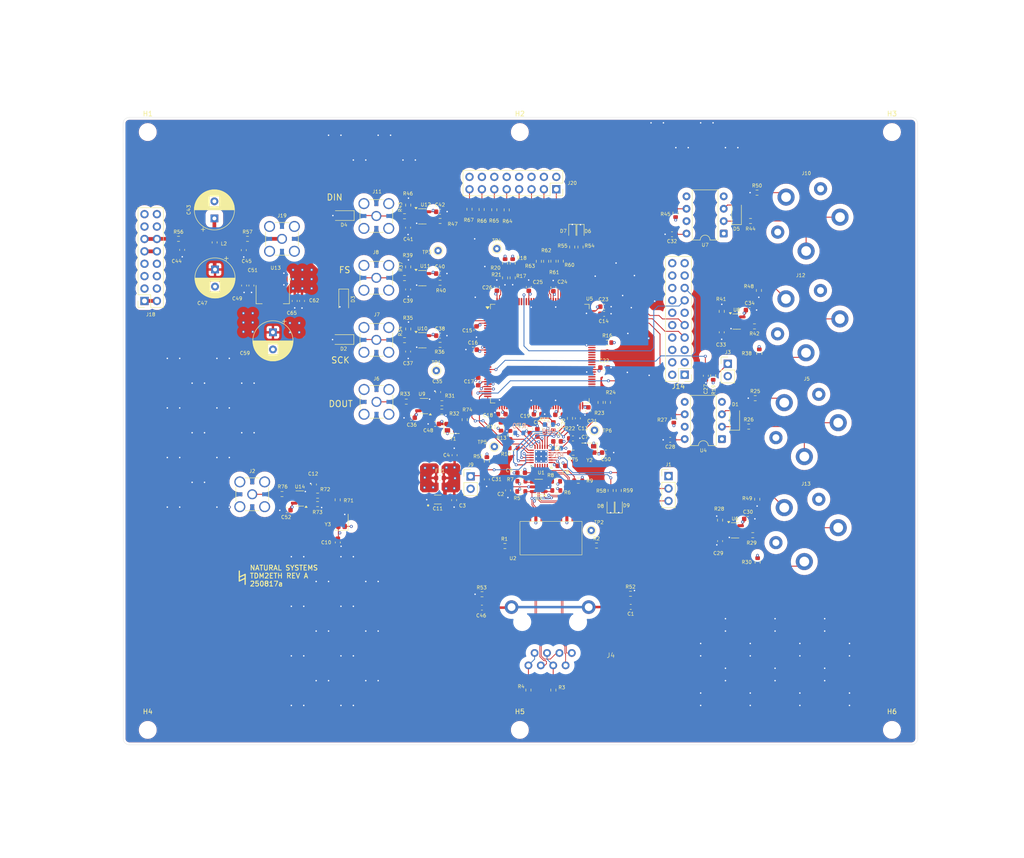
<source format=kicad_pcb>
(kicad_pcb (version 20241229) (generator "pcbnew") (generator_version "9.0")
  (layers (0 "F.Cu" signal) (4 "In1.Cu" signal) (6 "In2.Cu" signal) (2 "B.Cu" signal) (13 "F.Paste" user) (15 "B.Paste" user) (5 "F.SilkS" user "F.Silkscreen") (7 "B.SilkS" user "B.Silkscreen") (1 "F.Mask" user) (3 "B.Mask" user) (25 "Edge.Cuts" user))
  (net 0 "")
  (net 1 "GND")
  (net 2 "/ethernet/PHY_TX_P")
  (net 3 "/ethernet/NRST")
  (net 4 "Net-(U1-RBIAS)")
  (net 5 "/ethernet/PHY_RX_N")
  (net 6 "/ethernet/PHY_RX_P")
  (net 7 "Net-(U1-VDDCR)")
  (net 8 "/ethernet/PHY_TX_N")
  (net 9 "Net-(U1-RXD0{slash}MODE0)")
  (net 10 "Net-(U1-RXD1{slash}MODE1)")
  (net 11 "Net-(U1-CRS_DV{slash}MODE2)")
  (net 12 "Net-(U1-XTAL1{slash}CLKIN)")
  (net 13 "Net-(U1-~{INT}{slash}REFCLKO)")
  (net 15 "Net-(U1-RXER{slash}PHYAD0)")
  (net 16 "Net-(Y1-OUT)")
  (net 17 "/RMII_MDIO")
  (net 23 "VDD")
  (net 24 "/SAI1_SD_B")
  (net 28 "/UART4_TX")
  (net 34 "Net-(C14-Pad1)")
  (net 37 "/SAI1_SCK_A")
  (net 39 "/SWO")
  (net 45 "/UART4_RX")
  (net 46 "Net-(U5-PB11)")
  (net 58 "Net-(C13-Pad1)")
  (net 65 "/RMII_REF_CLK")
  (net 69 "Net-(U5-PDR_ON)")
  (net 72 "/UART5_TX")
  (net 73 "/RMII_CRS_DV")
  (net 74 "/SWDAT")
  (net 79 "/RMII_RXD0")
  (net 80 "/UART5_RX")
  (net 82 "Net-(U5-BOOT0)")
  (net 84 "/SAI1_FS_A")
  (net 85 "/NRST")
  (net 86 "Net-(U5-PB12)")
  (net 92 "/RMII_RXD1")
  (net 110 "/RMII_MDC")
  (net 115 "/SWCLK")
  (net 118 "Net-(U5-PB13)")
  (net 119 "Net-(U5-VDD33_USB)")
  (net 123 "/SAI1_SD_A")
  (net 125 "Net-(R1-Pad1)")
  (net 126 "Net-(C1-Pad1)")
  (net 127 "Net-(R2-Pad1)")
  (net 128 "Net-(C35-Pad1)")
  (net 129 "/RMII_TX_EN")
  (net 130 "/RMII_TXD0")
  (net 131 "/RMII_TXD1")
  (net 132 "/ethernet/RX_N")
  (net 133 "/ethernet/TX_P")
  (net 134 "/ethernet/RX_P")
  (net 135 "/ethernet/TX_N")
  (net 136 "GNDPWR")
  (net 137 "Net-(J4-Pad7)")
  (net 138 "Net-(J4-Pad4)")
  (net 139 "Net-(C37-Pad1)")
  (net 140 "Net-(C39-Pad1)")
  (net 141 "Net-(C41-Pad1)")
  (net 142 "Net-(D1-K)")
  (net 143 "Net-(D1-A)")
  (net 144 "Net-(D2-K)")
  (net 145 "Net-(D3-K)")
  (net 146 "Net-(D4-K)")
  (net 147 "Net-(D5-A)")
  (net 148 "Net-(D5-K)")
  (net 149 "/midi_out2/MIDI_OUT")
  (net 150 "Net-(R29-Pad1)")
  (net 151 "Net-(J6-In)")
  (net 152 "Net-(R33-Pad1)")
  (net 153 "Net-(R36-Pad1)")
  (net 154 "Net-(R40-Pad1)")
  (net 155 "Net-(R42-Pad1)")
  (net 156 "/midi_out1/MIDI_OUT")
  (net 157 "Net-(R47-Pad1)")
  (net 171 "Net-(J5-Pin_1)")
  (net 172 "Net-(J5-Pin_4)")
  (net 174 "Net-(J10-Pin_4)")
  (net 175 "Net-(J10-Pin_1)")
  (net 178 "Net-(J12-Pin_4)")
  (net 180 "Net-(J12-Pin_1)")
  (net 182 "Net-(J13-Pin_1)")
  (net 185 "Net-(J13-Pin_4)")
  (net 186 "Net-(C43-Pad1)")
  (net 187 "Net-(U13-VI)")
  (net 189 "/power/EURO_+12V")
  (net 190 "/power/EURO_-12V")
  (net 194 "/power/EURO_+5V")
  (net 195 "Net-(J19-In)")
  (net 196 "/ethernet/VDDFILT")
  (net 197 "Net-(D6-A)")
  (net 198 "Net-(D7-A)")
  (net 199 "Net-(D8-A)")
  (net 200 "Net-(D9-A)")
  (net 201 "Net-(U5-PD0)")
  (net 202 "Net-(U5-PD1)")
  (net 203 "Net-(U1-LED2{slash}~{INTSEL})")
  (net 204 "Net-(U1-LED1{slash}REGOFF)")
  (net 205 "Net-(J20-Pin_5)")
  (net 206 "Net-(J20-Pin_9)")
  (net 207 "Net-(J20-Pin_1)")
  (net 208 "Net-(J20-Pin_11)")
  (net 209 "Net-(J20-Pin_15)")
  (net 210 "Net-(J20-Pin_3)")
  (net 211 "Net-(J20-Pin_13)")
  (net 212 "Net-(J20-Pin_7)")
  (net 213 "/GPIO1")
  (net 214 "/GPIO2")
  (net 215 "/GPIO3")
  (net 216 "/GPIO4")
  (net 217 "/GPIO5")
  (net 218 "/GPIO6")
  (net 219 "/GPIO7")
  (net 220 "/GPIO8")
  (net 221 "Net-(U5-PH0)")
  (net 222 "Net-(Y2-OUT)")
  (net 227 "Net-(C12-Pad1)")
  (net 228 "Net-(J2-In)")
  (net 229 "/dout3/IN")
  (net 230 "Net-(Y3-OUT)")
  (net 231 "Net-(R76-Pad1)")
  (footprint "Capacitor_SMD:C_0603_1608Metric" (layer "F.Cu") (at 79.2366 53.9691 -90)
    (property "Reference" "C44")
    (property "Value" "10uF")
  )
  (footprint "Connector_PinHeader_2.54mm:PinHeader_1x02_P2.54mm_Vertical" (layer "F.Cu") (at 190.9786 77.3104)
    (property "Reference" "J3")
    (property "Value" "Conn_01x02_Pin")
  )
  (footprint "Capacitor_SMD:C_0603_1608Metric" (layer "F.Cu") (at 126.0988 88.3666 180)
    (property "Reference" "C36")
    (property "Value" "100nF")
  )
  (footprint "Resistor_SMD:R_0603_1608Metric" (layer "F.Cu") (at 150.4533 90.6382 -90)
    (property "Reference" "R12")
    (property "Value" "33")
  )
  (footprint "Capacitor_SMD:C_0603_1608Metric" (layer "F.Cu") (at 135.0355 96.0352 90)
    (property "Reference" "C4")
    (property "Value" "100nF")
  )
  (footprint "Capacitor_SMD:C_0603_1608Metric" (layer "F.Cu") (at 151.9773 91.4632 90)
    (property "Reference" "C5")
    (property "Value" "100nF")
  )
  (footprint "Diode_SMD:D_SOD-123" (layer "F.Cu") (at 192.7611 46.4312 90)
    (property "Reference" "D5")
    (property "Value" "1N4148W")
  )
  (footprint "TestPoint:TestPoint_THTPad_D1.5mm_Drill0.7mm" (layer "F.Cu") (at 131.2926 78.7146)
    (property "Reference" "TP1")
    (property "Value" "TestPoint")
  )
  (footprint "Resistor_SMD:R_0603_1608Metric" (layer "F.Cu") (at 187.9846 79.769 -90)
    (property "Reference" "R19")
    (property "Value" "10k")
  )
  (footprint "Resistor_SMD:R_0603_1608Metric" (layer "F.Cu") (at 150.1485 144.1682 -90)
    (property "Reference" "R4")
    (property "Value" "75")
  )
  (footprint "Package_TO_SOT_SMD:SOT-23-5" (layer "F.Cu") (at 128.42975 47.1038)
    (property "Reference" "U12")
    (property "Value" "74LVC1G17")
  )
  (footprint "Capacitor_SMD:C_0603_1608Metric" (layer "F.Cu") (at 186.486 79.769 -90)
    (property "Reference" "C27")
    (property "Value" "100nF")
  )
  (footprint "Capacitor_SMD:C_0603_1608Metric" (layer "F.Cu") (at 165.6555 67.0792)
    (property "Reference" "C14")
    (property "Value" "2.2uF ceramic low ESR")
  )
  (footprint "Resistor_SMD:R_0603_1608Metric" (layer "F.Cu") (at 196.9643 42.2402)
    (property "Reference" "R50")
    (property "Value" "0")
  )
  (footprint "Inductor_SMD:L_0603_1608Metric" (layer "F.Cu") (at 132.0383 100.7088)
    (property "Reference" "FB1")
    (property "Value" "600R @ 100 MHz")
  )
  (footprint "MountingHole:MountingHole_3.2mm_M3_DIN965" (layer "F.Cu") (at 148.39545 29.8294)
    (property "Reference" "H2")
    (property "Value" "MountingHole_Pad")
  )
  (footprint "Capacitor_THT:CP_Radial_D8.0mm_P3.50mm" (layer "F.Cu") (at 85.9676 57.9875 -90)
    (property "Reference" "C47")
    (property "Value" "C_Polarized_Small")
  )
  (footprint "Resistor_SMD:R_0603_1608Metric" (layer "F.Cu") (at 168.6397 103.2742 -90)
    (property "Reference" "R59")
    (property "Value" "4.7k")
  )
  (footprint "Resistor_SMD:R_0603_1608Metric" (layer "F.Cu") (at 146.3893 91.895 -90)
    (property "Reference" "R13")
    (property "Value" "10k")
  )
  (footprint "Resistor_SMD:R_0603_1608Metric" (layer "F.Cu") (at 196.5963 84.358)
    (property "Reference" "R25")
    (property "Value" "0")
  )
  (footprint "pcm3168a_euro1:Amphenol_ACJS" (layer "F.Cu") (at 207.5815 47.8282 180)
    (property "Reference" "J10")
    (property "Value" "ACJS-MV35-3")
  )
  (footprint "Resistor_SMD:R_0603_1608Metric" (layer "F.Cu") (at 138.0835 45.6416 90)
    (property "Reference" "R67")
    (property "Value" "0")
  )
  (footprint "Capacitor_SMD:C_0603_1608Metric" (layer "F.Cu") (at 134.9339 105.2554 -90)
    (property "Reference" "C3")
    (property "Value" "100nF")
  )
  (footprint "Capacitor_SMD:C_0603_1608Metric" (layer "F.Cu") (at 125.50875 49.4152 -90)
    (property "Reference" "C41")
    (property "Value" "C_Small")
  )
  (footprint "KMS-1102NL:Untitled" (layer "F.Cu") (at 159.2925 108.6971 180)
    (property "Reference" "U2")
    (property "Value" "KMS-1102NL")
  )
  (footprint "Capacitor_SMD:C_0603_1608Metric" (layer "F.Cu") (at 150.2247 61.5804 -90)
    (property "Reference" "C25")
    (property "Value" "100nF")
  )
  (footprint "TestPoint:TestPoint_THTPad_D1.5mm_Drill0.7mm" (layer "F.Cu") (at 163.6776 90.932)
    (property "Reference" "TP6")
    (property "Value" "TestPoint")
  )
  (footprint "Resistor_SMD:R_0603_1608Metric" (layer "F.Cu") (at 155.8127 101.3946 180)
    (property "Reference" "R8")
    (property "Value" "49.9")
  )
  (footprint "Resistor_SMD:R_0603_1608Metric" (layer "F.Cu") (at 146.9227 59.7 90)
    (property "Reference" "R17")
    (property "Value" "0")
  )
  (footprint "Capacitor_SMD:C_0603_1608Metric" (layer "F.Cu") (at 139.8615 80.9346 -90)
    (property "Reference" "C17")
    (property "Value" "100nF")
  )
  (footprint "Resistor_SMD:R_0603_1608Metric" (layer "F.Cu") (at 148.6885 103.4774)
    (property "Reference" "R5")
    (property "Value" "49.9")
  )
  (footprint "Resistor_SMD:R_0603_1608Metric" (layer "F.Cu") (at 99.6895 104.0028 180)
    (property "Reference" "R76")
    (property "Value" "22")
  )
  (footprint "Resistor_SMD:R_0603_1608Metric" (layer "F.Cu") (at 155.2539 144.1682 -90)
    (property "Reference" "R3")
    (property "Value" "75")
  )
  (footprint "Connector_PinSocket_2.54mm:PinSocket_2x08_P2.54mm_Vertical" (layer "F.Cu") (at 71.5282 64.4339 180)
    (property "Reference" "J18")
    (property "Value" "Conn_02x08_Odd_Even")
  )
  (footprint "Capacitor_SMD:C_0603_1608Metric" (layer "F.Cu") (at 165.6549 78.1028 180)
    (property "Reference" "C22")
    (property "Value" "100nF")
  )
  (footprint "Resistor_SMD:R_0603_1608Metric" (layer "F.Cu") (at 160.3593 101.2676)
    (property "Reference" "R9")
    (property "Value" "12.1k")
  )
  (footprint "Connector_Coaxial:SMA_Amphenol_901-144_Vertical" (layer "F.Cu") (at 119.00325 59.693 -90)
    (property "Reference" "J8")
    (property "Value" "Conn_Coaxial")
  )
  (footprint "Capacitor_SMD:C_0603_1608Metric" (layer "F.Cu") (at 160.2831 88.4914 -90)
    (property "Reference" "C13")
    (property "Value" "2.2uF ceramic low ESR")
  )
  (footprint "A-2014-2S-4-N-R:A-2014-2S-4-N-R" (layer "F.Cu") (at 159.0385 136.5688)
    (property "Reference" "J4")
    (property "Value" "8P8C_Shielded")
  )
  (footprint "Oscillator:Oscillator_SMD_SeikoEpson_SG210-4Pin_2.5x2.0mm" (layer "F.Cu") (at 162.6612 94.8586 180)
    (property "Reference" "Y2")
    (property "Value" "SG-210STF")
  )
  (footprint "Connector_Coaxial:SMA_Amphenol_901-144_Vertical" (layer "F.Cu") (at 119.0376 85.1154)
    (property "Reference" "J6")
    (property "Value" "Conn_Coaxial")
  )
  (footprint "Resistor_SMD:R_0603_1608Metric" (layer "F.Cu") (at 125.5395 70.1802 -90)
    (property "Reference" "R35")
    (property "Value" "R_Small")
  )
  (footprint "Package_QFP:LQFP-144_20x20mm_P0.5mm" (layer "F.Cu") (at 152.4794 75.233)
    (property "Reference" "U5")
    (property "Value" "STM32H743ZIT6")
  )
  (footprint "Resistor_SMD:R_0603_1608Metric" (layer "F.Cu") (at 196.4409 69.651)
    (property "Reference" "R42")
    (property "Value" "33")
  )
  (footprint "Resistor_SMD:R_0603_1608Metric" (layer "F.Cu") (at 180.2897 46.4312 90)
    (property "Reference" "R45")
    (property "Value" "470")
  )
  (footprint "Resistor_SMD:R_0603_1608Metric" (layer "F.Cu") (at 140.6489 124.534 180)
    (property "Reference" "R53")
    (property "Value" "0")
  )
  (footprint "Resistor_SMD:R_0603_1608Metric" (layer "F.Cu") (at 125.53105 57.4578 -90)
    (property "Reference" "R39")
    (property "Value" "R_Small")
  )
  (footprint "Capacitor_SMD:C_0603_1608Metric" (layer "F.Cu") (at 165.6555 65.606 180)
    (property "Reference" "C23")
    (property "Value" "100nF")
  )
  (footprint "LED_SMD:LED_0603_1608Metric" (layer "F.Cu") (at 166.9887 106.3984 90)
    (property "Reference" "D8")
    (property "Value" "LED_Small")
  )
  (footprint "Resistor_SMD:R_0603_1608Metric" (layer "F.Cu") (at 156.7779 56.2842 90)
    (property "Reference" "R60")
    (property "Value" "0")
  )
  (footprint "Capacitor_SMD:C_0603_1608Metric" (layer "F.Cu") (at 189.7408 70.86 -90)
    (property "Reference" "C33")
    (property "Value" "C_Small")
  )
  (footprint "Resistor_SMD:R_0603_1608Metric" (layer "F.Cu") (at 155.2539 90.0916 -90)
    (property "Reference" "R14")
    (property "Value" "33")
  )
  (footprint "Capacitor_SMD:C_0603_1608Metric" (layer "F.Cu") (at 111.1146 113.919 -90)
    (property "Reference" "C10")
    (property "Value" "100nF")
  )
  (footprint "Resistor_SMD:R_0603_1608Metric" (layer "F.Cu") (at 164.0931 114.5518)
    (property "Reference" "R2")
    (property "Value" "75")
  )
  (footprint "Resistor_SMD:R_0603_1608Metric" (layer "F.Cu") (at 132.06195 48.0436)
    (property "Reference" "R47")
    (property "Value" "22")
  )
  (footprint "Oscillator:Oscillator_SMD_SeikoEpson_SG210-4Pin_2.5x2.0mm" (layer "F.Cu") (at 134.4168 90.297)
    (property "Reference" "Y1")
    (property "Value" "SG-210STF")
  )
  (footprint "Connector_PinHeader_2.54mm:PinHeader_2x10_P2.54mm_Vertical" (layer "F.Cu") (at 182.1434 79.5528 180)
    (property "Reference" "J14")
    (property "Value" "Conn_02x10_Odd_Even")
  )
  (footprint "LED_SMD:LED_0603_1608Metric" (layer "F.Cu") (at 168.6397 106.3984 90)
    (property "Reference" "D9")
    (property "Value" "LED_Small")
  )
  (footprint "Resistor_SMD:R_0603_1608Metric" (layer "F.Cu") (at 153.7807 56.3096 90)
    (property "Reference" "R62")
    (property "Value" "0")
  )
  (footprint "Capacitor_SMD:C_0603_1608Metric" (layer "F.Cu") (at 159.2671 92.6062)
    (property "Reference" "C7")
    (property "Value" "1uF")
  )
  (footprint "Resistor_SMD:R_0603_1608Metric" (layer "F.Cu") (at 145.3733 56.6906 90)
    (property "Reference" "R20")
    (property "Value" "0")
  )
  (footprint "Package_TO_SOT_SMD:SOT-223" (layer "F.Cu") (at 97.79 63.0936 -90)
    (property "Reference" "U13")
    (property "Value" "TLV1117-33")
  )
  (footprint "Capacitor_SMD:C_0603_1608Metric" (layer "F.Cu") (at 140.6235 127.2772)
    (property "Reference" "C46")
    (property "Value" "1nF")
  )
  (footprint "Resistor_SMD:R_0603_1608Metric" (layer "F.Cu") (at 166.9887 103.2742 -90)
    (property "Reference" "R58")
    (property "Value" "4.7k")
  )
  (footprint "Resistor_SMD:R_0603_1608Metric" (layer "F.Cu") (at 147.1295 94.5642)
    (property "Reference" "R10")
    (property "Value" "33")
  )
  (footprint "TestPoint:TestPoint_THTPad_D1.5mm_Drill0.7mm" (layer "F.Cu") (at 143.1798 94.2848)
    (property "Reference" "TP5")
    (property "Value" "TestPoint")
  )
  (footprint "LED_SMD:LED_0603_1608Metric" (layer "F.Cu") (at 159.1401 50.2136 -90)
    (property "Reference" "D7")
    (property "Value" "LED_Small")
  )
  (footprint "Connector_Coaxial:SMA_Amphenol_901-144_Vertical" (layer "F.Cu") (at 119.0117 72.4154 -90)
    (property "Reference" "J7")
    (property "Value" "Conn_Coaxial")
  )
  (footprint "Capacitor_SMD:C_0603_1608Metric" (layer "F.Cu") (at 141.6395 100.9882 -90)
    (property "Reference" "C31")
    (property "Value" "100nF")
  )
  (footprint "Capacitor_SMD:C_0603_1608Metric" (layer "F.Cu") (at 138.7817 74.4198)
    (property "Reference" "C16")
    (property "Value" "100nF")
  )
  (footprint "Resistor_SMD:R_0603_1608Metric" (layer "F.Cu") (at 196.0971 112.4338)
    (property "Reference" "R29")
    (property "Value" "33")
  )
  (footprint "Resistor_SMD:R_0603_1608Metric" (layer "F.Cu") (at 143.1635 45.7432 90)
    (property "Reference" "R65")
    (property "Value" "0")
  )
  (footprint "Capacitor_SMD:C_0603_1608Metric" (layer "F.Cu") (at 179.5531 50.7746 180)
    (property "Reference" "C32")
    (property "Value" "100nF")
  )
  (footprint "LED_SMD:LED_0603_1608Metric" (layer "F.Cu") (at 160.8165 50.239 -90)
    (property "Reference" "D6")
    (property "Value" "LED_Small")
  )
  (footprint "Resistor_SMD:R_0603_1608Metric" (layer "F.Cu") (at 164.9313 85.227 90)
    (property "Reference" "R23")
    (property "Value" "33")
  )
  (footprint "Resistor_SMD:R_0603_1608Metric" (layer "F.Cu") (at 124.77215 47.0784)
    (property "Reference" "R43")
    (property "Value" "0")
  )
  (footprint "Capacitor_SMD:C_0603_1608Metric" (layer "F.Cu") (at 100.6547 107.3048 180)
    (property "Reference" "C52")
    (property "Value" "100nF")
  )
  (footprint "Capacitor_THT:CP_Radial_D8.0mm_P3.50mm" (layer "F.Cu") (at 97.8294 70.8653 -90)
    (property "Reference" "C59")
    (property "Value" "C_Polarized_Small")
  )
  (footprint "Resistor_SMD:R_0603_1608Metric" (layer "F.Cu") (at 140.5727 45.6924 90)
    (property "Reference" "R66")
    (property "Value" "0")
  )
  (footprint "Capacitor_SMD:C_0603_1608Metric" (layer "F.Cu") (at 156.9049 98.2196)
    (property "Reference" "C8")
    (property "Value" "100nF")
  )
  (footprint "Resistor_SMD:R_0603_1608Metric" (layer "F.Cu") (at 160.8165 53.3886 90)
    (property "Reference" "R54")
    (property "Value" "4.7k")
  )
  (footprint "MountingHole:MountingHole_3.2mm_M3_DIN965" (layer "F.Cu") (at 224.59545 29.8294)
    (property "Reference" "H3")
    (property "Value" "MountingHole_Pad")
  )
  (footprint "Resistor_SMD:R_0603_1608Metric" (layer "F.Cu") (at 197.0877 117.9588 90)
    (property "Reference" "R30")
    (property "Value" "2.2k")
  )
  (footprint "Resistor_SMD:R_0603_1608Metric" (layer "F.Cu") (at 125.53415 44.7924 -90)
    (property "Reference" "R46")
    (property "Value" "R_Small")
  )
  (footprint "Package_TO_SOT_SMD:SOT-23-5" (layer "F.Cu") (at 128.42665 59.7692)
    (property "Reference" "U11")
    (property "Value" "74LVC1G17")
  )
  (footprint "pcm3168a_euro1:Amphenol_ACJS" (layer "F.Cu") (at 207.2135 111.4598 180)
    (property "Reference" "J13")
    (property "Value" "ACJS-MV35-3")
  )
  (footprint "Capacitor_SMD:C_0603_1608Metric" (layer "F.Cu") (at 179.1851 92.8924 180)
    (property "Reference" "C28")
    (property "Value" "100nF")
  )
  (footprint "Connector_Coaxial:SMA_Amphenol_901-144_Vertical" (layer "F.Cu") (at 99.6836 51.7085)
    (property "Reference" "J19")
    (property "Value" "Conn_Coaxial")
  )
  (footprint "Capacitor_SMD:C_0603_1608Metric" (layer "F.Cu") (at 139.5095 70.4218 90)
    (property "Reference" "C15")
    (property "Value" "1uF")
  )
  (footprint "Diode_SMD:D_SOD-123" (layer "F.Cu") (at 192.3931 88.549 90)
    (property "Reference" "D1")
    (property "Value" "1N4148W")
  )
  (footprint "Package_DIP:DIP-8_W7.62mm" (layer "F.Cu") (at 189.7769 92.74 180)
    (property "Reference" "U4")
    (property "Value" "6N137")
  )
  (footprint "Capacitor_SMD:C_0603_1608Metric" (layer "F.Cu") (at 143.6969 61.5544 -90)
    (property "Reference" "C26")
    (property "Value" "100nF")
  )
  (footprint "Connector_PinSocket_2.54mm:PinSocket_2x08_P2.54mm_Vertical" (layer "F.Cu") (at 155.8635 41.5522 -90)
    (property "Reference" "J20")
    (property "Value" "Conn_02x08_Odd_Even")
  )
  (footprint "Resistor_SMD:R_0603_1608Metric" (layer "F.Cu") (at 159.1147 53.3886 90)
    (property "Reference" "R55")
    (property "Value" "4.7k")
  )
  (footprint "Capacitor_SMD:C_0603_1608Metric" (layer "F.Cu") (at 93.4212 61.2772 -90)
    (property "Reference" "C51")
    (property "Value" "100nF")
  )
  (footprint "MountingHole:MountingHole_3.2mm_M3_DIN965" (layer "F.Cu") (at 148.39545 152.3336)
    (property "Reference" "H5")
    (property "Value" "MountingHole_Pad")
  )
  (footprint "Resistor_SMD:R_0603_1608Metric" (layer "F.Cu") (at 132.05885 60.709)
    (property "Reference" "R40")
    (property "Value" "22")
  )
  (footprint "Resistor_SMD:R_0603_1608Metric" (layer "F.Cu") (at 106.9661 106.0602 180)
    (property "Reference" "R73")
    (property "Value" "R_Small")
  )
  (footprint "TestPoint:TestPoint_THTPad_D1.5mm_Drill0.7mm" (layer "F.Cu") (at 131.6482 54.1274)
    (property "Reference" "TP3")
    (property "Value" "TestPoint")
  )
  (footprint "Resistor_SMD:R_0603_1608Metric" (layer "F.Cu") (at 155.2793 56.2842 90)
    (property "Reference" "R61")
    (property "Value" "0")
  )
  (footprint "TestPoint:TestPoint_THTPad_D1.5mm_Drill0.7mm" (layer "F.Cu") (at 163.0172 111.4552)
    (property "Reference" "TP2")
    (property "Value" "TestPoint")
  )
  (footprint "Diode_SMD:D_SOD-123F" (layer "F.Cu") (at 112.25545 46.9412 180)
    (property "Reference" "D4")
    (property "Value" "D_Zener_Small")
  )
  (footprint "Resistor_SMD:R_0603_1608Metric" (layer "F.Cu") (at 78.4878 51.7085)
    (property "Reference" "R56")
    (property "Value" "0")
  )
  (footprint "Package_TO_SOT_SMD:SOT-23-5" (layer "F.Cu") (at 128.7658 85.979 180)
    (property "Reference" "U9")
    (property "Value" "74LVC1G17")
  )
  (footprint "Capacitor_SMD:C_0603_1608Metric" (layer "F.Cu") (at 155.2539 61.6566 -90)
    (property "Reference" "C24")
    (property "Value" "100nF")
  )
  (footprint "Package_TO_SOT_SMD:SOT-23-5" (layer "F.Cu") (at 103.3217 104.9172 180)
    (property "Reference" "U14")
    (property "Value" "74LVC1G17")
  )
  (footprint "Resistor_SMD:R_0603_1608Metric" (layer "F.Cu") (at 189.397 109.3502 -90)
    (property "Reference" "R28")
    (property "Value" "R_Small")
  )
  (footprint "Resistor_SMD:R_0603_1608Metric" (layer "F.Cu") (at 144.5351 90.1932 -90)
    (property "Reference" "R11")
    (property "Value" "1.5k")
  )
  (footprint "TestPoint:TestPoint_THTPad_D1.5mm_Drill0.7mm" (layer "F.Cu") (at 143.6878 53.721)
    (property "Reference" "TP4")
    (property "Value" "TestPoint")
  )
  (footprint "Resistor_SMD:R_0603_1608Metric" (layer "F.Cu") (at 171.0527 124.4324)
    (property "Reference" "R52")
    (property "Value" "0")
  )
  (footprint "Capacitor_SMD:C_0603_1608Metric" (layer "F.Cu") (at 125.5141 74.803 -90)
    (property "Reference" "C37")
    (property "Value" "C_Small")
  )
  (footprint "Package_TO_SOT_SMD:SOT-23-5" (layer "F.Cu") (at 192.8087 68.6604)
    (property "Reference" "U8")
    (property "Value" "74LVC1G17")
  )
  (footprint "Connector_PinHeader_2.54mm:PinHeader_1x02_P2.54mm_Vertical" (layer "F.Cu") (at 138.3121 100.3786)
    (property "Reference" "J9")
    (property "Value" "Conn_01x02_Pin")
  )
  (footprint "Resistor_SMD:R_0603_1608Metric" (layer "F.Cu") (at 197.3553 62.285 90)
    (property "Reference" "R48")
    (property "Value" "0")
  )
  (footprint "Package_TO_SOT_SMD:SOT-23-5" (layer "F.Cu") (at 128.4351 72.4916)
    (property "Reference" "U10")
    (property "Value" "74LVC1G17")
  )
  (footprint "Capacitor_SMD:C_0603_1608Metric" (layer "F.Cu") (at 152.0411 87.6532 180)
    (property "Reference" "C19")
    (property "Value" "100nF")
  )
  (footprint "Resistor_SMD:R_0603_1608Metric" (layer "F.Cu") (at 137.0956 88.7626 -90)
    (property "Reference" "R74")
    (property "Value" "33")
  )
  (footprint "Connector_Coaxial:SMA_Amphenol_901-144_Vertical" (layer "F.Cu") (at 119.00635 47.0276 -90)
    (property "Reference" "J11")
    (property "Value" "Conn_Coaxial")
  )
  (footprint "Package_DFN_QFN:VQFN-24-1EP_4x4mm_P0.5mm_EP2.5x2.5mm_ThermalVias" (layer "F.Cu") (at 152.7576 96.2824 180)
    (property "Reference" "U1")
    (property "Value" "LAN8742A")
  )
  (footprint "Oscillator:Oscillator_SMD_SeikoEpson_SG210-4Pin_2.5x2.0mm" (layer "F.Cu") (at 111.8766 109.7788 90)
    (property "Reference" "Y3")
    (property "Value" "SG-210STF - 24.576 MHz (or Interquip 1651-24575-BTBEYA)")
  )
  (footprint "Capacitor_SMD:C_1206_3216Metric" (layer "F.Cu") (at 131.5811 105.1284 180)
    (property "Reference" "C11")
    (property "Value" "10uF")
  )
  (footprint "Resistor_SMD:R_0603_1608Metric" (layer "F.Cu") (at 148.7139 101.3692)
    (property "Reference" "R7")
    (property "Value" "49.9")
  )
  (footprint "Capacitor_SMD:C_0603_1608Metric" (layer "F.Cu") (at 132.0419 71.5518)
    (property "Reference" "C38")
    (property "Value" "100nF")
  )
  (footprint "Capacitor_SMD:C_0603_1608Metric" (layer "F.Cu") (at 189.397 113.6428 -90)
    (property "Reference" "C29")
    (property "Value" "C_Small")
  )
  (footprint "Capacitor_SMD:C_0603_1608Metric" (layer "F.Cu") (at 91.8604 54.0199 -90)
    (property "Reference" "C45")
    (property "Value" "100nF")
  )
  (footprint "Resistor_SMD:R_0603_1608Metric" (layer "F.Cu") (at 145.7035 45.7686 90)
    (property "Reference" "R64")
    (property "Value" "0")
  )
  (footprint "Capacitor_SMD:C_0603_1608Metric" (layer "F.Cu") (at 156.4223 87.7548 180)
    (property "Reference" "C20")
    (property "Value" "100nF")
  )
  (footprint "Resistor_SMD:R_0603_1608Metric" (layer "F.Cu") (at 106.9793 104.333 180)
    (property "Reference" "R72")
    (property "Value" "0")
  )
  (footprint "Capacitor_SMD:C_0603_1608Metric" (layer "F.Cu") (at 131.6736 83.1088 90)
    (property "Reference" "C35")
    (property "Value" "C_Small")
  )
  (footprint "Resistor_SMD:R_0603_1608Metric" (layer "F.Cu") (at 166.3029 72.972)
    (property "Reference" "R16")
    (property "Value" "0")
  )
  (footprint "Connector_PinHeader_2.54mm:PinHeader_1x03_P2.54mm_Vertical" (layer "F.Cu") (at 178.8414 100.33)
    (property "Reference" "J1")
    (property "Value" "Conn_01x03_Pin")
  )
  (footprint "Capacitor_SMD:C_0603_1608Metric" (layer "F.Cu") (at 132.03655 46.164)
    (property "Reference" "C42")
    (property "Value" "100nF")
  )
  (footprint "Resistor_SMD:R_0603_1608Metric" (layer "F.Cu") (at 92.6224 51.7085)
    (property "Reference" "R57")
    (property "Value" "0")
  )
  (footprint "Resistor_SMD:R_0603_1608Metric" (layer "F.Cu") (at 124.7775 72.4662)
    (property "Reference" "R34")
    (property "Value" "0")
  )
  (footprint "pcm3168a_euro1:Amphenol_ACJS" (layer "F.Cu") (at 207.2135 89.946 180)
    (property "Reference" "J5")
    (property "Value" "ACJS-MV35-3")
  )
  (footprint "Resistor_SMD:R_0603_1608Metric" (layer "F.Cu") (at 152.2821 56.3096 90)
    (property "Reference" "R63")
    (property "Value" "0")
  )
  (footprint "Resistor_SMD:R_0603_1608Metric" (layer "F.Cu") (at 145.3347 114.6534 180)
    (property "Reference" "R1")
    (property "Value" "75")
  )
  (footprint "Diode_SMD:D_SOD-123F" (layer "F.Cu") (at 112.3188 64.2112 -90)
    (property "Reference" "D3")
    (property "Value" "D_Zener_Small")
  )
  (footprint "Resistor_SMD:R_0603_1608Metric" (layer "F.Cu") (at 125.1336 85.0646 180)
    (property "Reference" "R33")
    (property "Value" "22")
  )
  (footprint "Resistor_SMD:R_0603_1608Metric" (layer "F.Cu") (at 153.5267 90.5996 -90)
    (property "Reference" "R15")
    (property "Value" "33")
  )
  (footprint "Resistor_SMD:R_0603_1608Metric" (layer "F.Cu") (at 132.0673 73.4314)
    (property "Reference" "R36")
    (property "Value" "22")
  )
  (footprint "Capacitor_SMD:C_0603_1608Metric" (layer "F.Cu") (at 195.112 109.0962)
    (property "Reference" "C30")
    (property "Value" "100nF")
  )
  (footprint "Resistor_SMD:R_0603_1608Metric" (layer "F.Cu") (at 197.4315 75.176 90)
    (property "Reference" "R38")
    (property "Value" "2.2k")
  )
  (footprint "Resistor_SMD:R_0603_1608Metric" (layer "F.Cu") (at 141.6395 97.2798 90)
    (property "Reference" "R51")
    (property "Value" "10k")
  )
  (footprint "Resistor_SMD:R_0603_1608Metric" (layer "F.Cu") (at 195.2633 90.1746)
    (property "Reference" "R26")
    (property "Value" "220")
  )
  (footprint "Capacitor_SMD:C_0603_1608Metric" (layer "F.Cu") (at 106.2295 102.047 90)
    (property "Reference" "C12")
    (property "Value" "C_Small")
  )
  (footprint "Resistor_SMD:R_0603_1608Metric" (layer "F.Cu") (at 155.8635 103.2742 180)
    (property "Reference" "R6")
    (property "Value" "49.9")
  )
  (footprint "Resistor_SMD:R_0603_1608Metric" (layer "F.Cu") (at 158.6575 88.4914 90)
    (property "Reference" "R22")
    (property "Value" "33")
  )
  (footprint "Resistor_SMD:R_0603_1608Metric" (layer "F.Cu") (at 132.4102 87.122 180)
    (property "Reference" "R32")
    (property "Value" "R_Small")
  )
  (footprint "Capacitor_SMD:C_0603_1608Metric" (layer "F.Cu") (at 102.2858 64.4398 -90)
    (property "Reference" "C65")
    (property "Value" "10uF")
  )
  (footprint "Capacitor_SMD:C_0603_1608Metric" (layer "F.Cu") (at 132.03345 58.8294)
    (property "Reference" "C40")
    (property "Value" "100nF")
  )
  (footprint "Capacitor_SMD:C_0603_1608Metric" (layer "F.Cu") (at 91.9226 61.2772 -90)
    (property "Reference" "C49")
    (property "Value" "10uF")
  )
  (footprint "MountingHole:MountingHole_3.2mm_M3_DIN965" (layer "F.Cu") (at 72.19545 152.3336)
    (property "Reference" "H4")
    (property "Value" "MountingHole_Pad")
  )
  (footprint "Capacitor_SMD:C_0603_1608Metric" (layer "F.Cu") (at 145.9738 103.251 -90)
    (property "Reference" "C2")
    (property "Value" "100nF")
  )
  (footprint "Capacitor_SMD:C_0603_1608Metric" (layer "F.Cu") (at 171.1035 127.1248 180)
    (property "Reference" "C1")
    (property "Value" "1nF")
  )
  (footprint "Package_TO_SOT_SMD:SOT-23-6" (layer "F.Cu") (at 152.2567 102.5376 180)
    (property "Reference" "U3")
    (property "Value" "USBLC6-4SC6")
  )
  (footprint "Resistor_SMD:R_0603_1608Metric" (layer "F.Cu") (at 145.3733 59.7132 90)
    (property "Reference" "R21")
    (property "Value" "0")
  )
  (footprint "Diode_SMD:D_SOD-123F" (layer "F.Cu") (at 112.1791 72.3392 180)
    (property "Reference" "D2")
    (property "Value" "D_Zener_Small")
  )
  (footprint "Capacitor_SMD:C_0603_1608Metric" (layer "F.Cu") (at 195.4558 66.3134)
    (property "Reference" "C34")
    (property "Value" "100nF")
  )
  (footprint "Resistor_SMD:R_0603_1608Metric" (layer "F.Cu") (at 111.0892 105.1814 -90)
    (property "Reference" "R71")
    (property "Value" "33")
  )
  (footprint "Resistor_SMD:R_0603_1608Metric" (layer "F.Cu") (at 166.4299 85.228 90)
    (property "Reference" "R24")
    (property "Value" "33")
  )
  (footprint "Capacitor_SMD:C_0603_1608Metric" (layer "F.Cu") (at 125.50565 62.0806 -90)
    (property "Reference" "C39")
    (property "Value" "C_Small")
  )
  (footprint "Resistor_SMD:R_0603_1608Metric" (layer "F.Cu") (at 146.9227 56.6906 90)
    (property "Reference" "R18")
    (property "Value" "0")
  )
  (footprint "Resistor_SMD:R_0603_1608Metric" (layer "F.Cu") (at 132.4234 85.3948 180)
    (property "Reference" "R31")
    (property "Value" "0")
  )
  (footprint "Capacitor_SMD:C_0603_1608Metric" (layer "F.Cu") (at 166.0146 95.504)
    (property "Reference" "C50")
    (property "Value" "100nF")
  )
  (footprint "Capacitor_SMD:C_0603_1608Metric" (layer "F.Cu") (at 156.0159 93.2158)
    (property "Reference" "C6")
    (property "Value" "470pF")
  )
  (footprint "Resistor_SMD:R_0603_1608Metric" (layer "F.Cu") (at 195.6313 48.0568)
    (property "Reference" "R44")
    (property "Value" "220")
  )
  (footprint "MountingHole:MountingHole_3.2mm_M3_DIN965" (layer "F.Cu") (at 72.19545 29.8294)
    (property "Reference" "H1")
    (property "Value" "MountingHole_Pad")
  )
  (footprint "Resistor_SMD:R_0603_1608Metric" (layer "F.Cu") (at 197.0115 105.0678 90)
    (property "Reference" "R49")
    (property "Value" "0")
  )
  (footprint "Resistor_SMD:R_0603_1608Metric" (layer "F.Cu") (at 159.2966 95.5294)
    (property "Reference" "R75")
    (property "Value" "33")
  )
  (footprint "Inductor_SMD:L_0603_1608Metric" (layer "F.Cu") (at 85.8914 52.4451 -90)
    (property "Reference" "L2")
    (property "Value" "L_Ferrite_Small")
  )
  (footprint "Package_DIP:DIP-8_W7.62mm" (layer "F.Cu") (at 190.1449 50.6222 180)
    (property "Reference" "U7")
    (property "Value" "6N137")
  )
  (footprint "Resistor_SMD:R_0603_1608Metric" (layer "F.Cu") (at 189.7408 66.5674 -90)
    (property "Reference" "R41")
    (property "Value" "R_Small")
  )
  (footprint "MountingHole:MountingHole_3.2mm_M3_DIN965" (layer "F.Cu") (at 224.59545 152.3336)
    (property "Reference" "H6")
    (property "Value" "MountingHole_Pad")
  )
  (footprint "Resistor_SMD:R_0603_1608Metric" (layer "F.Cu") (at 179.9217 88.549 90)
    (property "Reference" "R27")
    (property "Value" "470")
  )
  (footprint "Capacitor_THT:CP_Radial_D8.0mm_P3.50mm" (layer "F.Cu") (at 85.8406 47.519151 90)
    (property "Reference" "C43")
    (property "Value" "C_Polarized_Small")
  )
  (footprint "Package_TO_SOT_SMD:SOT-23-5" (layer "F.Cu") (at 192.4649 111.4432)
    (property "Reference" "U6")
    (property "Value" "74LVC1G17")
  )
  (footprint "Connector_Coaxial:SMA_Amphenol_901-144_Vertical" (layer "F.Cu") (at 93.5935 104.0536)
    (property "Reference" "J2")
    (property "Value" "Conn_Coaxial")
  )
  (footprint "Capacitor_SMD:C_0603_1608Metric" (layer "F.Cu") (at 162.4167 87.0052 90)
    (property "Reference" "C21")
    (property "Value" "100nF")
  )
  (footprint "Capacitor_SMD:C_0603_1608Metric" (layer "F.Cu") (at 144.6875 87.6278)
    (property "Reference" "C18")
    (property "Value" "100nF")
  )
  (footprint "pcm3168a_euro1:Amphenol_ACJS" (layer "F.Cu") (at 207.5573 68.677 180)
    (property "Reference" "J12")
    (property "Value" "ACJS-MV35-3")
  )
  (footprint "Capacitor_SMD:C_0603_1608Metric" (layer "F.Cu") (at 148.6639 99.642 180)
    (property "Reference" "C9")
    (property "Value" "100nF")
  )
  (footprint "Capacitor_SMD:C_0603_1608Metric" (layer "F.Cu") (at 131.0386 89.6366 180)
    (property "Reference" "C48")
    (property "Value" "100nF")
  )
  (footprint "Capacitor_SMD:C_0603_1608Metric" (layer "F.Cu") (at 103.7844 64.4398 -90)
    (property "Reference" "C62")
    (property "Value" "100nF")
  )
  (footprint "Resistor_SMD:R_0603_1608Metric" (layer "F.Cu") (at 124.76905 59.7438)
    (property "Reference" "R37")
    (property "Value" "0")
  )
  (footprint "Resistor_SMD:R_0603_1608Metric" (layer "B.Cu") (at 148.2852 91.4908 180)
    (property "Reference" "R70")
    (property "Value" "10k")
  )
  (footprint "Resistor_SMD:R_0603_1608Metric" (layer "B.Cu") (at 154.3304 89.7636)
    (property "Reference" "R68")
    (property "Value" "10k")
  )
  (footprint "Resistor_SMD:R_0603_1608Metric" (layer "B.Cu") (at 155.9814 94.615)
    (property "Reference" "R69")
    (property "Value" "10k")
  )
  (gr_line (start 92.1385 120.4722) (end 92.1385 122.5042) (stroke (width 0.254)) (layer "F.SilkS"))
  (gr_circle (center 129.61165 106.3342) (end 129.78945 106.3342) (stroke (width 0.1)) (fill yes) (layer "F.SilkS"))
  (gr_line (start 92.1385 120.4722) (end 90.9447 121.0056) (stroke (width 0.254)) (layer "F.SilkS"))
  (gr_line (start 92.1385 121.2596) (end 90.9447 121.8184) (stroke (width 0.254)) (layer "F.SilkS"))
  (gr_line (start 90.9447 119.7864) (end 90.9447 121.8184) (stroke (width 0.254)) (layer "F.SilkS"))
  (gr_arc (start 228.5746 26.8224) (mid 229.472626 27.194374) (end 229.8446 28.0924) (stroke (width 0.05)) (layer "Edge.Cuts"))
  (gr_arc (start 229.86265 154.1018) (mid 229.490676 154.999826) (end 228.59265 155.3718) (stroke (width 0.05)) (layer "Edge.Cuts"))
  (gr_line (start 67.1576 154.1018) (end 67.1322 28.0924) (stroke (width 0.05)) (layer "Edge.Cuts"))
  (gr_line (start 228.59265 155.3718) (end 68.42025 155.3718) (stroke (width 0.05)) (layer "Edge.Cuts"))
  (gr_line (start 68.4022 26.8224) (end 228.5746 26.8224) (stroke (width 0.05)) (layer "Edge.Cuts"))
  (gr_arc (start 68.4276 155.3718) (mid 67.529574 154.999826) (end 67.1576 154.1018) (stroke (width 0.05)) (layer "Edge.Cuts"))
  (gr_arc (start 67.1322 28.0924) (mid 67.504174 27.194374) (end 68.4022 26.8224) (stroke (width 0.05)) (layer "Edge.Cuts"))
  (gr_line (start 229.8446 28.0924) (end 229.86265 154.1018) (stroke (width 0.05)) (layer "Edge.Cuts"))
  (gr_text "FS" (at 111.252 58.8264 0) (layer "F.SilkS") (effects (font (size 1.27 1.27) (thickness 0.1778)) (justify left bottom)))
  (gr_text "SCK" (at 109.6518 77.3176 0) (layer "F.SilkS") (effects (font (size 1.27 1.27) (thickness 0.1778)) (justify left bottom)))
  (gr_text "NATURAL SYSTEMS \nTDM2ETH REV A\n250817a" (at 93.0148 122.9868 0) (layer "F.SilkS") (effects (font (size 1.016 1.016) (thickness 0.1778) (bold yes)) (justify left bottom)))
  (gr_text "DOUT" (at 109.1438 86.2584 0) (layer "F.SilkS") (effects (font (size 1.27 1.27) (thickness 0.1778)) (justify left bottom)))
  (gr_text "DIN" (at 108.7374 43.942 0) (layer "F.SilkS") (effects (font (size 1.27 1.27) (thickness 0.1778)) (justify left bottom)))
  (segment (start 146.3893 91.07) (end 145.7411 91.07) (width 0.1778) (layer "F.Cu") (net 1))
  (segment (start 166.4299 78.1028) (end 167.0649 78.1028) (width 0.1778) (layer "F.Cu") (net 1))
  (segment (start 166.4305 65.606) (end 167.0909 65.606) (width 0.1778) (layer "F.Cu") (net 1))
  (segment (start 160.6387 92.6062) (end 160.6895 92.5554) (width 0.1778) (layer "F.Cu") (net 1))
  (segment (start 110.111 46.9412) (end 110.109 46.9392) (width 0.1778) (layer "F.Cu") (net 1))
  (segment (start 150.7294 85.8955) (end 150.7294 84.8117) (width 0.1778) (layer "F.Cu") (net 1))
  (segment (start 132.81155 46.164) (end 133.4648 46.164) (width 0.1778) (layer "F.Cu") (net 1))
  (segment (start 161.1843 100.5818) (end 161.1843 101.2676) (width 0.1778) (layer "F.Cu") (net 1))
  (segment (start 141.8169 73.983) (end 140.798601 73.983) (width 0.1778) (layer "F.Cu") (net 1))
  (segment (start 157.1973 87.7548) (end 157.1973 87.818) (width 0.1778) (layer "F.Cu") (net 1))
  (segment (start 147.2529 99.642) (end 147.2275 99.6674) (width 0.1778) (layer "F.Cu") (net 1))
  (segment (start 141.8169 81.483) (end 142.8821 81.483) (width 0.1778) (layer "F.Cu") (net 1))
  (segment (start 134.9593 95.184) (end 135.0355 95.2602) (width 0.1778) (layer "F.Cu") (net 1))
  (segment (start 189.7408 65.7424) (end 189.7408 65.1355) (width 0.1778) (layer "F.Cu") (net 1))
  (segment (start 127.28915 60.7192) (end 127.28915 61.1607) (width 0.1778) (layer "F.Cu") (net 1))
  (segment (start 166.4305 67.0792) (end 167.0525 67.0792) (width 0.1778) (layer "F.Cu") (net 1))
  (segment (start 141.6141 101.7886) (end 141.6141 102.4106) (width 0.1778) (layer "F.Cu") (net 1))
  (segment (start 191.3274 112.8601) (end 191.2965 112.891) (width 0.1778) (layer "F.Cu") (net 1))
  (segment (start 138.0067 74.4198) (end 137.3723 74.4198) (width 0.1778) (layer "F.Cu") (net 1))
  (segment (start 130.2636 89.6366) (end 129.6162 89.6366) (width 0.1778) (layer "F.Cu") (net 1))
  (segment (start 153.3942 102.5376) (end 154.2633 102.5376) (width 0.1778) (layer "F.Cu") (net 1))
  (segment (start 125.53105 56.0862) (end 125.58185 56.0354) (width 0.1778) (layer "F.Cu") (net 1))
  (segment (start 145.7411 91.07) (end 145.7289 91.0822) (width 0.1778) (layer "F.Cu") (net 1))
  (segment (start 129.9033 84.5621) (end 129.9088 84.5566) (width 0.1778) (layer "F.Cu") (net 1))
  (segment (start 162.4167 87.7802) (end 161.7563 87.7802) (width 0.1778) (layer "F.Cu") (net 1))
  (segment (start 167.0525 67.0792) (end 167.0779 67.0538) (width 0.1778) (layer "F.Cu") (net 1))
  (segment (start 112.5266 108.9288) (end 112.5266 108.189) (width 0.1778) (layer "F.Cu") (net 1))
  (segment (start 162.0411 66.983) (end 162.0357 66.9776) (width 0.1778) (layer "F.Cu") (net 1))
  (segment (start 125.3238 88.3666) (end 124.7018 88.3666) (width 0.1778) (layer "F.Cu") (net 1))
  (segment (start 168.6397 107.1859) (end 168.6397 107.7954) (width 0.1778) (layer "F.Cu") (net 1))
  (segment (start 150.7294 65.7297) (end 150.7327 65.733) (width 0.1778) (layer "F.Cu") (net 1))
  (segment (start 155.7294 64.5705) (end 155.7294 65.6751) (width 0.1778) (layer "F.Cu") (net 1))
  (segment (start 161.8112 93.5614) (end 161.798 93.5482) (width 0.1778) (layer "F.Cu") (net 1))
  (segment (start 102.2858 65.2148) (end 102.2858 65.8622) (width 0.1778) (layer "F.Cu") (net 1))
  (segment (start 155.2539 60.8816) (end 155.2539 60.272) (width 0.1778) (layer "F.Cu") (net 1))
  (segment (start 178.4101 92.8924) (end 177.7495 92.8924) (width 0.1778) (layer "F.Cu") (net 1))
  (segment (start 130.1061 105.1284) (end 129.3459 105.1284) (width 0.1778) (layer "F.Cu") (net 1))
  (segment (start 112.29215 65.659) (end 111.5568 65.659) (width 0.1778) (layer "F.Cu") (net 1))
  (segment (start 131.6736 82.3338) (end 131.1148 82.8926) (width 0.1778) (layer "F.Cu") (net 1))
  (segment (start 107.7911 106.0602) (end 107.7911 106.7582) (width 0.1778) (layer "F.Cu") (net 1))
  (segment (start 111.773 114.694) (end 111.7854 114.7064) (width 0.1778) (layer "F.Cu") (net 1))
  (segment (start 125.50875 50.81805) (end 125.5014 50.8254) (width 0.1778) (layer "F.Cu") (net 1))
  (segment (start 197.0115 105.8928) (end 197.0115 106.4394) (width 0.1778) (layer "F.Cu") (net 1))
  (segment (start 166.7896 95.504) (end 167.6146 95.504) (width 0.1778) (layer "F.Cu") (net 1))
  (segment (start 189.7408 72.2729) (end 189.7253 72.2884) (width 0.1778) (layer "F.Cu") (net 1))
  (segment (start 143.9125 87.6278) (end 143.5953 87.6278) (width 0.1778) (layer "F.Cu") (net 1))
  (segment (start 197.3553 63.11) (end 197.3553 63.6566) (width 0.1778) (layer "F.Cu") (net 1))
  (segment (start 106.2295 101.272) (end 105.6707 101.8308) (width 0.1778) (layer "F.Cu") (net 1))
  (segment (start 188.7087 108.5252) (end 188.7057 108.5222) (width 0.1778) (layer "F.Cu") (net 1))
  (segment (start 125.5141 75.578) (end 125.5141 76.2) (width 0.1778) (layer "F.Cu") (net 1))
  (segment (start 100.09 58.7642) (end 100.076 58.7502) (width 0.1778) (layer "F.Cu") (net 1))
  (segment (start 139.8615 80.1596) (end 139.8615 80.211) (width 0.1778) (layer "F.Cu") (net 1))
  (segment (start 196.1393 42.2402) (end 195.5419 42.2402) (width 0.1778) (layer "F.Cu") (net 1))
  (segment (start 134.9339 106.0304) (end 134.9339 106.6778) (width 0.1778) (layer "F.Cu") (net 1))
  (segment (start 127.2976 73.4416) (end 127.2976 73.8831) (width 0.1778) (layer "F.Cu") (net 1))
  (segment (start 79.2366 55.36085) (end 79.25975 55.384) (width 0.1778) (layer "F.Cu") (net 1))
  (segment (start 189.397 108.5252) (end 188.7087 108.5252) (width 0.1778) (layer "F.Cu") (net 1))
  (segment (start 143.6969 60.7794) (end 143.6969 60.1704) (width 0.1778) (layer "F.Cu") (net 1))
  (segment (start 163.1419 66.983) (end 162.0411 66.983) (width 0.1778) (layer "F.Cu") (net 1))
  (segment (start 171.8777 123.7842) (end 171.8655 123.772) (width 0.508) (layer "F.Cu") (net 1))
  (segment (start 140.798601 73.983) (end 140.731902 73.916301) (width 0.1778) (layer "F.Cu") (net 1))
  (segment (start 100.09 61.1238) (end 100.076 61.1378) (width 0.1778) (layer "F.Cu") (net 1))
  (segment (start 178.7781 50.7746) (end 178.1429 50.7746) (width 0.1778) (layer "F.Cu") (net 1))
  (segment (start 195.887 109.0962) (end 196.5137 109.0962) (width 0.1778) (layer "F.Cu") (net 1))
  (segment (start 125.53105 56.6328) (end 125.53105 56.0862) (width 0.1778) (layer "F.Cu") (net 1))
  (segment (start 159.1401 49.4261) (end 159.1401 48.7658) (width 0.1778) (layer "F.Cu") (net 1))
  (segment (start 125.5395 68.8086) (end 125.5903 68.7578) (width 0.1778) (layer "F.Cu") (net 1))
  (segment (start 134.9593 94.6128) (end 134.9593 95.184) (width 0.1778) (layer "F.Cu") (net 1))
  (segment (start 156.7931 93.218) (end 156.7909 93.2158) (width 0.1778) (layer "F.Cu") (net 1))
  (segment (start 110.05135 72.3392) (end 110.03815 72.3524) (width 0.1778) (layer "F.Cu") (net 1))
  (segment (start 162.0895 73.483) (end 162.0611 73.4546) (width 0.1778) (layer "F.Cu") (net 1))
  (segment (start 111.1146 114.694) (end 111.773 114.694) (width 0.1778) (layer "F.Cu") (net 1))
  (segment (start 189.7408 65.1355) (end 189.7507 65.1256) (width 0.1778) (layer "F.Cu") (net 1))
  (segment (start 155.7294 65.6751) (end 155.7365 65.6822) (width 0.1778) (layer "F.Cu") (net 1))
  (segment (start 160.0421 92.6062) (end 160.6387 92.6062) (width 0.1778) (layer "F.Cu") (net 1))
  (segment (start 145.3733 60.5382) (end 145.3733 61.1102) (width 0.1778) (layer "F.Cu") (net 1))
  (segment (start 125.5395 69.3552) (end 125.5395 68.8086) (width 0.1778) (layer "F.Cu") (net 1))
  (segment (start 150.2247 60.1704) (end 150.1993 60.145) (width 0.1778) (layer "F.Cu") (net 1))
  (segment (start 146.9227 60.525) (end 146.9227 61.1102) (width 0.1778) (layer "F.Cu") (net 1))
  (segment (start 131.1148 82.8926) (end 130.9886 82.8926) (width 0.1778) (layer "F.Cu") (net 1))
  (segment (start 160.2831 89.863) (end 160.2323 89.9138) (width 0.1778) (layer "F.Cu") (net 1))
  (segment (start 129.3459 105.1284) (end 129.3205 105.1538) (width 0.1778) (layer "F.Cu") (net 1))
  (segment (start 135.2668 90.947) (end 135.2668 91.582) (width 0.1778) (layer "F.Cu") (net 1))
  (segment (start 189.397 114.4178) (end 188.7339 114.4178) (width 0.1778) (layer "F.Cu") (net 1))
  (segment (start 105.6707 101.8308) (end 105.5445 101.8308) (width 0.1778) (layer "F.Cu") (net 1))
  (segment (start 196.2308 66.3134) (end 196.8575 66.3134) (width 0.1778) (layer "F.Cu") (net 1))
  (segment (start 189.7408 71.635) (end 189.7408 72.2729) (width 0.1778) (layer "F.Cu") (net 1))
  (segment (start 150.2247 60.8054) (end 150.2247 60.1704) (width 0.1778) (layer "F.Cu") (net 1))
  (segment (start 103.7844 65.2148) (end 103.7844 65.8876) (width 0.1778) (layer "F.Cu") (net 1))
  (segment (start 99.2577 107.3048) (end 99.2323 107.3302) (width 0.1778) (layer "F.Cu") (net 1))
  (segment (start 127.28915 61.1607) (end 127.25825 61.1916) (width 0.1778) (layer "F.Cu") (net 1))
  (segment (start 111.5568 65.659) (end 111.5446 65.6468) (width 0.1778) (layer "F.Cu") (net 1))
  (segment (start 100.09 59.9436) (end 100.09 58.7642) (width 0.1778) (layer "F.Cu") (net 1))
  (segment (start 191.6712 70.0773) (end 191.6403 70.1082) (width 0.1778) (layer "F.Cu") (net 1))
  (segment (start 91.8604 55.43255) (end 91.85815 55.4348) (width 0.1778) (layer "F.Cu") (net 1))
  (segment (start 93.4212 62.6618) (end 93.4466 62.6872) (width 0.1778) (layer "F.Cu") (net 1))
  (segment (start 139.8615 80.211) (end 139.3535 80.719) (width 0.1778) (layer "F.Cu") (net 1))
  (segment (start 153.4505 87.6532) (end 153.4759 87.6278) (width 0.1778) (layer "F.Cu") (net 1))
  (segment (start 127.29225 48.4953) (end 127.26135 48.5262) (width 0.1778) (layer "F.Cu") (net 1))
  (segment (start 197.3553 63.6566) (end 197.3299 63.682) (width 0.1778) (layer "F.Cu") (net 1))
  (segment (start 197.0115 106.4394) (end 196.9861 106.4648) (width 0.1778) (layer "F.Cu") (net 1))
  (segment (start 105.5445 101.8308) (end 105.5315 101.8438) (width 0.1778) (layer "F.Cu") (net 1))
  (segment (start 130.9886 82.8926) (end 130.9756 82.9056) (width 0.1778) (layer "F.Cu") (net 1))
  (segment (start 133.2352 87.82) (end 133.2484 87.8332) (width 0.1778) (layer "F.Cu") (net 1))
  (segment (start 133.2352 87.122) (end 133.2352 87.82) (width 0.1778) (layer "F.Cu") (net 1))
  (segment (start 150.7294 84.8117) (end 150.7327 84.8084) (width 0.1778) (layer "F.Cu") (net 1))
  (segment (start 157.4292 93.218) (end 156.7931 93.218) (width 0.1778) (layer "F.Cu") (net 1))
  (segment (start 161.8112 94.2086) (end 161.8112 93.5614) (width 0.1778) (layer "F.Cu") (net 1))
  (segment (start 104.4592 103.9672) (end 104.4592 103.5003) (width 0.1778) (layer "F.Cu") (net 1))
  (segment (start 124.7018 88.3666) (end 124.6764 88.392) (width 0.1778) (layer "F.Cu") (net 1))
  (segment (start 129.9033 85.029) (end 129.9033 84.5621) (width 0.1778) (layer "F.Cu") (net 1))
  (segment (start 139.5095 71.1968) (end 139.5095 71.8566) (width 0.1778) (layer "F.Cu") (net 1))
  (segment (start 145.3733 61.1102) (end 145.3479 61.1356) (width 0.1778) (layer "F.Cu") (net 1))
  (segment (start 110.7791 72.3392) (end 110.05135 72.3392) (width 0.1778) (layer "F.Cu") (net 1))
  (segment (start 132.80845 58.8294) (end 133.4521 58.8294) (width 0.1778) (layer "F.Cu") (net 1))
  (segment (start 139.8239 124.534) (end 139.2265 124.534) (width 0.508) (layer "F.Cu") (net 1))
  (segment (start 162.0953 78.983) (end 162.0865 78.9918) (width 0.1778) (layer "F.Cu") (net 1))
  (segment (start 125.50565 62.8556) (end 125.50565 63.4776) (width 0.1778) (layer "F.Cu") (net 1))
  (segment (start 186.486 80.544) (end 186.486 81.1914) (width 0.1778) (layer "F.Cu") (net 1))
  (segment (start 91.8604 54.7949) (end 91.8604 55.43255) (width 0.1778) (layer "F.Cu") (net 1))
  (segment (start 142.8821 81.483) (end 142.9095 81.4556) (width 0.1778) (layer "F.Cu") (net 1))
  (segment (start 150.7294 64.5705) (end 150.7294 65.7297) (width 0.1778) (layer "F.Cu") (net 1))
  (segment (start 143.5953 87.6278) (end 143.2651 87.2976) (width 0.1778) (layer "F.Cu") (net 1))
  (segment (start 163.1419 73.483) (end 162.0895 73.483) (width 0.1778) (layer "F.Cu") (net 1))
  (segment (start 147.8889 99.642) (end 147.2529 99.642) (width 0.1778) (layer "F.Cu") (net 1))
  (segment (start 157.6799 98.2196) (end 157.6799 98.0802) (width 0.1778) (layer "F.Cu") (net 1))
  (segment (start 127.29225 48.0538) (end 127.29225 48.4953) (width 0.1778) (layer "F.Cu") (net 1))
  (segment (start 171.8777 124.4324) (end 171.8777 123.7842) (width 0.508) (layer "F.Cu") (net 1))
  (segment (start 93.4212 62.0522) (end 93.4212 62.6618) (width 0.1778) (layer "F.Cu") (net 1))
  (segment (start 125.53415 43.4208) (end 125.58495 43.37) (width 0.1778) (layer "F.Cu") (net 1))
  (segment (start 91.9226 62.0522) (end 91.9226 62.6872) (width 0.1778) (layer "F.Cu") (net 1))
  (segment (start 137.3723 74.4198) (end 137.3469 74.3944) (width 0.1778) (layer "F.Cu") (net 1))
  (segment (start 143.6969 60.1704) (end 143.6715 60.145) (width 0.1778) (layer "F.Cu") (net 1))
  (segment (start 132.8169 71.5518) (end 133.4643 71.5518) (width 0.1778) (layer "F.Cu") (net 1))
  (segment (start 160.2831 89.2664) (end 160.2831 89.863) (width 0.1778) (layer "F.Cu") (net 1))
  (segment (start 157.6799 98.0802) (end 157.2351 97.6354) (width 0.1778) (layer "F.Cu") (net 1))
  (segment (start 133.4521 58.8294) (end 133.4673 58.8142) (width 0.1778) (layer "F.Cu") (net 1))
  (segment (start 163.1419 78.983) (end 163.9573 78.983) (width 0.1778) (layer "F.Cu") (net 1))
  (segment (start 157.1973 87.818) (end 156.6763 88.339) (width 0.1778) (layer "F.Cu") (net 1))
  (segment (start 191.6712 69.6104) (end 191.6712 70.0773) (width 0.1778) (layer "F.Cu") (net 1))
  (segment (start 160.8165 49.4515) (end 160.8165 48.8166) (width 0.1778) (layer "F.Cu") (net 1))
  (segment (start 145.9321 104.0362) (end 145.9321 104.7079) (width 0.1778) (layer "F.Cu") (net 1))
  (segment (start 152.8161 87.6532) (end 153.4505 87.6532) (width 0.1778) (layer "F.Cu") (net 1))
  (segment (start 79.2366 54.7441) (end 79.2366 55.36085) (width 0.1778) (layer "F.Cu") (net 1))
  (segment (start 166.9887 107.1859) (end 166.9887 107.8208) (width 0.1778) (layer "F.Cu") (net 1))
  (segment (start 188.7339 114.4178) (end 188.7311 114.415) (width 0.1778) (layer "F.Cu") (net 1))
  (segment (start 104.4592 103.5003) (end 104.4647 103.4948) (width 0.1778) (layer "F.Cu") (net 1))
  (segment (start 196.5137 109.0962) (end 196.5289 109.081) (width 0.1778) (layer "F.Cu") (net 1))
  (segment (start 195.7713 84.358) (end 195.1739 84.358) (width 0.1778) (layer "F.Cu") (net 1))
  (segment (start 133.4648 46.164) (end 133.5024 46.1264) (width 0.1778) (layer "F.Cu") (net 1))
  (segment (start 127.2976 73.8831) (end 127.2667 73.914) (width 0.1778) (layer "F.Cu") (net 1))
  (segment (start 161.7563 87.7802) (end 161.7309 87.8056) (width 0.1778) (layer "F.Cu") (net 1))
  (segment (start 196.8575 66.3134) (end 196.8727 66.2982) (width 0.1778) (layer "F.Cu") (net 1))
  (segment (start 107.7911 106.7582) (end 107.8043 106.7714) (width 0.1778) (layer "F.Cu") (net 1))
  (segment (start 155.7294 85.8955) (end 155.7294 84.8267) (width 0.1778) (layer "F.Cu") (net 1))
  (segment (start 125.53415 43.9674) (end 125.53415 43.4208) (width 0.1778) (layer "F.Cu") (net 1))
  (segment (start 125.50565 63.4776) (end 125.53105 63.503) (width 0.1778) (layer "F.Cu") (net 1))
  (segment (start 125.5141 76.2) (end 125.5395 76.2254) (width 0.1778) (layer "F.Cu") (net 1))
  (segment (start 99.8797 107.3048) (end 99.2577 107.3048) (width 0.1778) (layer "F.Cu") (net 1))
  (segment (start 163.1419 78.983) (end 162.0953 78.983) (width 0.1778) (layer "F.Cu") (net 1))
  (segment (start 144.2294 85.8955) (end 144.2294 84.7331) (width 0.1778) (layer "F.Cu") (net 1))
  (segment (start 112.5266 108.189) (end 112.537 108.1786) (width 0.1778) (layer "F.Cu") (net 1))
  (segment (start 155.7294 84.8267) (end 155.7111 84.8084) (width 0.1778) (layer "F.Cu") (net 1))
  (segment (start 151.9773 90.6882) (end 151.9773 90.0408) (width 0.2) (layer "F.Cu") (net 1))
  (segment (start 191.3274 112.3932) (end 191.3274 112.8601) (width 0.1778) (layer "F.Cu") (net 1))
  (segment (start 125.50875 50.1902) (end 125.50875 50.81805) (width 0.1778) (layer "F.Cu") (net 1))
  (segment (start 144.2294 84.7331) (end 144.2303 84.7322) (width 0.1778) (layer "F.Cu") (net 1))
  (segment (start 145.9321 104.7079) (end 145.9484 104.7242) (width 0.1778) (layer "F.Cu") (net 1))
  (segment (start 155.2539 60.272) (end 155.2285 60.2466) (width 0.1778) (layer "F.Cu") (net 1))
  (segment (start 100.09 59.9436) (end 100.09 61.1238) (width 0.1778) (layer "F.Cu") (net 1))
  (segment (start 141.6141 102.4106) (end 141.5887 102.436) (width 0.1778) (layer "F.Cu") (net 1))
  (segment (start 110.85545 46.9412) (end 110.111 46.9412) (width 0.1778) (layer "F.Cu") (net 1))
  (via (at 106.68 132.08) (size 0.6) (drill 0.3) (layers "F.Cu" "B.Cu") (net 1))
  (via (at 188.7311 114.415) (size 0.6) (drill 0.3) (layers "F.Cu" "B.Cu") (net 1))
  (via (at 76.2 96.52) (size 0.6) (drill 0.3) (layers "F.Cu" "B.Cu") (net 1))
  (via (at 127.25825 61.1916) (size 0.6) (drill 0.3) (layers "F.Cu" "B.Cu") (net 1))
  (via (at 195.1739 84.358) (size 0.6) (drill 0.3) (layers "F.Cu" "B.Cu") (net 1))
  (via (at 145.9484 104.7242) (size 0.6) (drill 0.3) (layers "F.Cu" "B.Cu") (net 1))
  (via (at 78.74 76.2) (size 0.6) (drill 0.3) (layers "F.Cu" "B.Cu") (net 1))
  (via (at 101.6 147.32) (size 0.6) (drill 0.3) (layers "F.Cu" "B.Cu") (net 1))
  (via (at 205.74 147.32) (size 0.6) (drill 0.3) (layers "F.Cu" "B.Cu") (net 1))
  (via (at 143.2651 87.2976) (size 0.6) (drill 0.3) (layers "F.Cu" "B.Cu") (net 1))
  (via (at 86.36 76.2) (size 0.6) (drill 0.3) (layers "F.Cu" "B.Cu") (net 1))
  (via (at 86.36 96.52) (size 0.6) (drill 0.3) (layers "F.Cu" "B.Cu") (net 1))
  (via (at 187.96 27.94) (size 0.6) (drill 0.3) (layers "F.Cu" "B.Cu") (net 1))
  (via (at 78.74 106.68) (size 0.6) (drill 0.3) (layers "F.Cu" "B.Cu") (net 1))
  (via (at 125.53105 63.503) (size 0.6) (drill 0.3) (layers "F.Cu" "B.Cu") (net 1))
  (via (at 205.74 137.16) (size 0.6) (drill 0.3) (layers "F.Cu" "B.Cu") (net 1))
  (via (at 81.28 101.6) (size 0.6) (drill 0.3) (layers "F.Cu" "B.Cu") (net 1))
  (via (at 91.44 81.28) (size 0.6) (drill 0.3) (layers "F.Cu" "B.Cu") (net 1))
  (via (at 167.6146 95.504) (size 0.6) (drill 0.3) (layers "F.Cu" "B.Cu") (net 1))
  (via (at 196.5289 109.081) (size 0.6) (drill 0.3) (layers "F.Cu" "B.Cu") (net 1))
  (via (at 175.9966 64.4652) (size 0.6) (drill 0.3) (layers "F.Cu" "B.Cu") (net 1))
  (via (at 86.36 86.36) (size 0.6) (drill 0.3) (layers "F.Cu" "B.Cu") (net 1))
  (via (at 109.22 30.48) (size 0.6) (drill 0.3) (layers "F.Cu" "B.Cu") (net 1))
  (via (at 215.9 134.62) (size 0.6) (drill 0.3) (layers "F.Cu" "B.Cu") (net 1))
  (via (at 193.04 33.02) (size 0.6) (drill 0.3) (layers "F.Cu" "B.Cu") (net 1))
  (via (at 134.9339 106.6778) (size 0.6) (drill 0.3) (layers "F.Cu" "B.Cu") (net 1))
  (via (at 175.26 27.94) (size 0.6) (drill 0.3) (layers "F.Cu" "B.Cu") (net 1))
  (via (at 133.5024 46.1264) (size 0.6) (drill 0.3) (layers "F.Cu" "B.Cu") (net 1))
  (via (at 150.7327 65.733) (size 0.6) (drill 0.3) (layers "F.Cu" "B.Cu") (net 1))
  (via (at 185.42 27.94) (size 0.6) (drill 0.3) (layers "F.Cu" "B.Cu") (net 1))
  (via (at 195.58 137.16) (size 0.6) (drill 0.3) (layers "F.Cu" "B.Cu") (net 1))
  (via (at 139.1412 51.7144) (size 0.6) (drill 0.3) (layers "F.Cu" "B.Cu") (net 1))
  (via (at 106.68 142.24) (size 0.6) (drill 0.3) (layers "F.Cu" "B.Cu") (net 1))
  (via (at 112.537 108.1786) (size 0.6) (drill 0.3) (layers "F.Cu" "B.Cu") (net 1))
  (via (at 167.0779 67.0538) (size 0.6) (drill 0.3) (layers "F.Cu" "B.Cu") (net 1))
  (via (at 150.1993 60.145) (size 0.6) (drill 0.3) (layers "F.Cu" "B.Cu") (net 1))
  (via (at 182.88 33.02) (size 0.6) (drill 0.3) (layers "F.Cu" "B.Cu") (net 1))
  (via (at 111.76 30.48) (size 0.6) (drill 0.3) (layers "F.Cu" "B.Cu") (net 1))
  (via (at 215.9 147.32) (size 0.6) (drill 0.3) (layers "F.Cu" "B.Cu") (net 1))
  (via (at 160.8165 48.8166) (size 0.6) (drill 0.3) (layers "F.Cu" "B.Cu") (net 1))
  (via (at 177.8 27.94) (size 0.6) (drill 0.3) (layers "F.Cu" "B.Cu") (net 1))
  (via (at 154.2633 102.5376) (size 0.6) (drill 0.3) (layers "F.Cu" "B.Cu") (net 1))
  (via (at 111.5446 65.6468) (size 0.6) (drill 0.3) (layers "F.Cu" "B.Cu") (net 1))
  (via (at 125.5014 50.8254) (size 0.6) (drill 0.3) (layers "F.Cu" "B.Cu") (net 1))
  (via (at 111.7854 114.7064) (size 0.6) (drill 0.3) (layers "F.Cu" "B.Cu") (net 1))
  (via (at 167.0649 78.1028) (size 0.6) (drill 0.3) (layers "F.Cu" "B.Cu") (net 1))
  (via (at 110.109 46.9392) (size 0.6) (drill 0.3) (layers "F.Cu" "B.Cu") (net 1))
  (via (at 88.9 76.2) (size 0.6) (drill 0.3) (layers "F.Cu" "B.Cu") (net 1))
  (via (at 157.2351 97.6354) (size 0.6) (drill 0.3) (layers "F.Cu" "B.Cu") (net 1))
  (via (at 91.9226 62.6872) (size 0.6) (drill 0.3) (layers "F.Cu" "B.Cu") (net 1))
  (via (at 93.4466 62.6872) (size 0.6) (drill 0.3) (layers "F.Cu" "B.Cu") (net 1))
  (via (at 91.44 91.44) (size 0.6) (drill 0.3) (layers "F.Cu" "B.Cu") (net 1))
  (via (at 163.83 59.3598) (size 0.6) (drill 0.3) (layers "F.Cu" "B.Cu") (net 1))
  (via (at 104.14 127) (size 0.6) (drill 0.3) (layers "F.Cu" "B.Cu") (net 1))
  (via (at 127 35.56) (size 0.6) (drill 0.3) (layers "F.Cu" "B.Cu") (net 1))
  (via (at 186.486 81.1914) (size 0.6) (drill 0.3) (layers "F.Cu" "B.Cu") (net 1))
  (via (at 101.6 137.16) (size 0.6) (drill 0.3) (layers "F.Cu" "B.Cu") (net 1))
  (via (at 100.076 58.7502) (size 0.6) (drill 0.3) (layers "F.Cu" "B.Cu") (net 1))
  (via (at 109.22 121.92) (size 0.6) (drill 0.3) (layers "F.Cu" "B.Cu") (net 1))
  (via (at 78.74 86.36) (size 0.6) (drill 0.3) (layers "F.Cu" "B.Cu") (net 1))
  (via (at 139.2265 124.534) (size 0.6) (drill 0.3) (layers "F.Cu" "B.Cu") (net 1))
  (via (at 129.6162 89.6366) (size 0.6) (drill 0.3) (layers "F.Cu" "B.Cu") (net 1))
  (via (at 200.66 129.54) (size 0.6) (drill 0.3) (layers "F.Cu" "B.Cu") (net 1))
  (via (at 91.85815 55.4348) (size 0.6) (drill 0.3) (layers "F.Cu" "B.Cu") (net 1))
  (via (at 190.5 142.24) (size 0.6) (drill 0.3) (layers "F.Cu" "B.Cu") (net 1))
  (via (at 102.2858 65.8622) (size 0.6) (drill 0.3) (layers "F.Cu" "B.Cu") (net 1))
  (via (at 145.3479 61.1356) (size 0.6) (drill 0.3) (layers "F.Cu" "B.Cu") (net 1))
  (via (at 101.6 127) (size 0.6) (drill 0.3) (layers "F.Cu" "B.Cu") (net 1))
  (via (at 191.6403 70.1082) (size 0.6) (drill 0.3) (layers "F.Cu" "B.Cu") (net 1))
  (via (at 78.74 96.52) (size 0.6) (drill 0.3) (layers "F.Cu" "B.Cu") (net 1))
  (via (at 86.36 106.68) (size 0.6) (drill 0.3) (layers "F.Cu" "B.Cu") (net 1))
  (via (at 162.0865 78.9918) (size 0.6) (drill 0.3) (layers "F.Cu" "B.Cu") (net 1))
  (via (at 79.25975 55.384) (size 0.6) (drill 0.3) (layers "F.Cu" "B.Cu") (net 1))
  (via (at 150.7327 84.8084) (size 0.6) (drill 0.3) (layers "F.Cu" "B.Cu") (net 1))
  (via (at 81.28 91.44) (size 0.6) (drill 0.3) (layers "F.Cu" "B.Cu") (net 1))
  (via (at 190.5 139.7) (size 0.6) (drill 0.3) (layers "F.Cu" "B.Cu") (net 1))
  (via (at 114.3 35.56) (size 0.6) (drill 0.3) (layers "F.Cu" "B.Cu") (net 1))
  (via (at 156.6763 88.339) (size 0.6) (drill 0.3) (layers "F.Cu" "B.Cu") (net 1))
  (via (at 144.2303 84.7322) (size 0.6) (drill 0.3) (layers "F.Cu" "B.Cu") (net 1))
  (via (at 147.2275 99.6674) (size 0.6) (drill 0.3) (layers "F.Cu" "B.Cu") (net 1))
  (via (at 171.2214 65.8114) (size 0.6) (drill 0.3) (layers "F.Cu" "B.Cu") (net 1))
  (via (at 93.98 91.44) (size 0.6) (drill 0.3) (layers "F.Cu" "B.Cu") (net 1))
  (via (at 191.2965 112.891) (size 0.6) (drill 0.3) (layers "F.Cu" "B.Cu") (net 1))
  (via (at 76.2 86.36) (size 0.6) (drill 0.3) (layers "F.Cu" "B.Cu") (net 1))
  (via (at 190.5 33.02) (size 0.6) (drill 0.3) (layers "F.Cu" "B.Cu") (net 1))
  (via (at 100.076 61.1378) (size 0.6) (drill 0.3) (layers "F.Cu" "B.Cu") (net 1))
  (via (at 116.84 35.56) (size 0.6) (drill 0.3) (layers "F.Cu" "B.Cu") (net 1))
  (via (at 185.42 147.32) (size 0.6) (drill 0.3) (layers "F.Cu" "B.Cu") (net 1))
  (via (at 170.4086 79.0702) (size 0.6) (drill 0.3) (layers "F.Cu" "B.Cu") (net 1))
  (via (at 83.82 91.44) (size 0.6) (drill 0.3) (layers "F.Cu" "B.Cu") (net 1))
  (via (at 139.3535 80.719) (size 0.6) (drill 0.3) (layers "F.Cu" "B.Cu") (net 1))
  (via (at 114.3 137.16) (size 0.6) (drill 0.3) (layers "F.Cu" "B.Cu") (net 1))
  (via (at 200.66 132.08) (size 0.6) (drill 0.3) (layers "F.Cu" "B.Cu") (net 1))
  (via (at 88.9 106.68) (size 0.6) (drill 0.3) (layers "F.Cu" "B.Cu") (net 1))
  (via (at 169.4434 63.3222) (size 0.6) (drill 0.3) (layers "F.Cu" "B.Cu") (net 1))
  (via (at 105.5315 101.8438) (size 0.6) (drill 0.3) (layers "F.Cu" "B.Cu") (net 1))
  (via (at 166.9887 107.8208) (size 0.6) (drill 0.3) (layers "F.Cu" "B.Cu") (net 1))
  (via (at 195.58 144.78) (size 0.6) (drill 0.3) (layers "F.Cu" "B.Cu") (net 1))
  (via (at 210.82 132.08) (size 0.6) (drill 0.3) (layers "F.Cu" "B.Cu") (net 1))
  (via (at 76.2 76.2) (size 0.6) (drill 0.3) (layers "F.Cu" "B.Cu") (net 1))
  (via (at 190.5 129.54) (size 0.6) (drill 0.3) (layers "F.Cu" "B.Cu") (net 1))
  (via (at 141.5887 102.436) (size 0.6) (drill 0.3) (layers "F.Cu" "B.Cu") (net 1))
  (via (at 160.2323 89.9138) (size 0.6) (drill 0.3) (layers "F.Cu" "B.Cu") (net 1))
  (via (at 185.42 134.62) (size 0.6) (drill 0.3) (layers "F.Cu" "B.Cu") (net 1))
  (via (at 116.84 121.92) (size 0.6) (drill 0.3) (layers "F.Cu" "B.Cu") (net 1))
  (via (at 124.6764 88.392) (size 0.6) (drill 0.3) (layers "F.Cu" "B.Cu") (net 1))
  (via (at 195.58 134.62) (size 0.6) (drill 0.3) (layers "F.Cu" "B.Cu") (net 1))
  (via (at 161.798 93.5482) (size 0.6) (drill 0.3) (layers "F.Cu" "B.Cu") (net 1))
  (via (at 151.9773 90.0408) (size 0.6) (drill 0.3) (layers "F.Cu" "B.Cu") (net 1))
  (via (at 124.46 35.56) (size 0.6) (drill 0.3) (layers "F.Cu" "B.Cu") (net 1))
  (via (at 110.03815 72.3524) (size 0.6) (drill 0.3) (layers "F.Cu" "B.Cu") (net 1))
  (via (at 196.9861 106.4648) (size 0.6) (drill 0.3) (layers "F.Cu" "B.Cu") (net 1))
  (via (at 125.58185 56.0354) (size 0.6) (drill 0.3) (layers "F.Cu" "B.Cu") (net 1))
  (via (at 145.7289 91.0822) (size 0.6) (drill 0.3) (layers "F.Cu" "B.Cu") (net 1))
  (via (at 130.9756 82.9056) (size 0.6) (drill 0.3) (layers "F.Cu" "B.Cu") (net 1))
  (via (at 188.7057 108.5222) (size 0.6) (drill 0.3) (layers "F.Cu" "B.Cu") (net 1))
  (via (at 157.4292 93.218) (size 0.6) (drill 0.3) (layers "F.Cu" "B.Cu") (net 1))
  (via (at 171.8564 59.2328) (size 0.6) (drill 0.3) (layers "F.Cu" "B.Cu") (net 1))
  (via (at 141.224 57.3786) (size 0.6) (drill 0.3) (layers "F.Cu" "B.Cu") (net 1))
  (via (at 155.7365 65.6822) (size 0.6) (drill 0.3) (layers "F.Cu" "B.Cu") (net 1))
  (via (at 133.2484 87.8332) (size 0.6) (drill 0.3) (layers "F.Cu" "B.Cu") (net 1))
  (via (at 134.9593 94.6128) (size 0.6) (drill 0.3) (layers "F.Cu" "B.Cu") (net 1))
  (via (at 161.7309 87.8056) (size 0.6) (drill 0.3) (layers "F.Cu" "B.Cu") (net 1))
  (via (at 81.28 81.28) (size 0.6) (drill 0.3) (layers "F.Cu" "B.Cu") (net 1))
  (via (at 104.14 147.32) (size 0.6) (drill 0.3) (layers "F.Cu" "B.Cu") (net 1))
  (via (at 106.68 121.92) (size 0.6) (drill 0.3) (layers "F.Cu" "B.Cu") (net 1))
  (via (at 127.2667 73.914) (size 0.6) (drill 0.3) (layers "F.Cu" "B.Cu") (net 1))
  (via (at 146.9227 61.1102) (size 0.6) (drill 0.3) (layers "F.Cu" "B.Cu") (net 1))
  (via (at 210.82 129.54) (size 0.6) (drill 0.3) (layers "F.Cu" "B.Cu") (net 1))
  (via (at 133.4673 58.8142) (size 0.6) (drill 0.3) (layers "F.Cu" "B.Cu") (net 1))
  (via (at 162.0357 66.9776) (size 0.6) (drill 0.3) (layers "F.Cu" "B.Cu") (net 1))
  (via (at 104.14 137.16) (size 0.6) (drill 0.3) (layers "F.Cu" "B.Cu") (net 1))
  (via (at 190.5 132.08) (size 0.6) (drill 0.3) (layers "F.Cu" "B.Cu") (net 1))
  (via (at 129.9088 84.5566) (size 0.6) (drill 0.3) (layers "F.Cu" "B.Cu") (net 1))
  (via (at 104.14 116.84) (size 0.6) (drill 0.3) (layers "F.Cu" "B.Cu") (net 1))
  (via (at 168.0972 56.6674) (size 0.6) (drill 0.3) (layers "F.Cu" "B.Cu") (net 1))
  (via (at 114.3 127) (size 0.6) (drill 0.3) (layers "F.Cu" "B.Cu") (net 1))
  (via (at 155.2285 60.2466) (size 0.6) (drill 0.3) (layers "F.Cu" "B.Cu") (net 1))
  (via (at 88.9 96.52) (size 0.6) (drill 0.3) (layers "F.Cu" "B.Cu") (net 1))
  (via (at 93.98 81.28) (size 0.6) (drill 0.3) (layers "F.Cu" "B.Cu") (net 1))
  (via (at 111.76 137.16) (size 0.6) (drill 0.3) (layers "F.Cu" "B.Cu") (net 1))
  (via (at 210.82 139.7) (size 0.6) (drill 0.3) (layers "F.Cu" "B.Cu") (net 1))
  (via (at 83.82 101.6) (size 0.6) (drill 0.3) (layers "F.Cu" "B.Cu") (net 1))
  (via (at 153.4759 87.6278) (size 0.6) (drill 0.3) (layers "F.Cu" "B.Cu") (net 1))
  (via (at 133.4643 71.5518) (size 0.6) (drill 0.3) (layers "F.Cu" "B.Cu") (net 1))
  (via (at 189.7507 65.1256) (size 0.6) (drill 0.3) (layers "F.Cu" "B.Cu") (net 1))
  (via (at 177.7495 92.8924) (size 0.6) (drill 0.3) (layers "F.Cu" "B.Cu") (net 1))
  (via (at 171.8655 123.772) (size 0.6) (drill 0.3) (layers "F.Cu" "B.Cu") (net 1))
  (via (at 142.9095 81.4556) (size 0.6) (drill 0.3) (layers "F.Cu" "B.Cu") (net 1))
  (via (at 114.3 116.84) (size 0.6) (drill 0.3) (layers "F.Cu" "B.Cu") (net 1))
  (via (at 168.6397 107.7954) (size 0.6) (drill 0.3) (layers "F.Cu" "B.Cu") (net 1))
  (via (at 161.1843 100.5818) (size 0.6) (drill 0.3) (layers "F.Cu" "B.Cu") (net 1))
  (via (at 119.38 30.48) (size 0.6) (drill 0.3) (layers "F.Cu" "B.Cu") (net 1))
  (via (at 125.5903 68.7578) (size 0.6) (drill 0.3) (layers "F.Cu" "B.Cu") (net 1))
  (via (at 111.76 147.32) (size 0.6) (drill 0.3) (layers "F.Cu" "B.Cu") (net 1))
  (via (at 125.58495 43.37) (size 0.6) (drill 0.3) (layers "F.Cu" "B.Cu") (net 1))
  (via (at 143.6715 60.145) (size 0.6) (drill 0.3) (layers "F.Cu" "B.Cu") (net 1))
  (via (at 129.3205 105.1538) (size 0.6) (drill 0.3) (layers "F.Cu" "B.Cu") (net 1))
  (via (at 121.92 30.48) (size 0.6) (drill 0.3) (layers "F.Cu" "B.Cu") (net 1))
  (via (at 197.3299 63.682) (size 0.6) (drill 0.3) (layers "F.Cu" "B.Cu") (net 1))
  (via (at 88.9 86.36) (size 0.6) (drill 0.3) (layers "F.Cu" "B.Cu") (net 1))
  (via (at 205.74 134.62) (size 0.6) (drill 0.3) (layers "F.Cu" "B.Cu") (net 1))
  (via (at 185.42 144.78) (size 0.6) (drill 0.3) (layers "F.Cu" "B.Cu") (net 1))
  (via (at 101.6 116.84) (size 0.6) (drill 0.3) (layers "F.Cu" "B.Cu") (net 1))
  (via (at 189.7253 72.2884) (size 0.6) (drill 0.3) (layers "F.Cu" "B.Cu") (net 1))
  (via (at 180.34 33.02) (size 0.6) (drill 0.3) (layers "F.Cu" "B.Cu") (net 1))
  (via (at 195.58 147.32) (size 0.6) (drill 0.3) (layers "F.Cu" "B.Cu") (net 1))
  (via (at 160.6895 92.5554) (size 0.6) (drill 0.3) (layers "F.Cu" "B.Cu") (net 1))
  (via (at 162.0611 73.4546) (size 0.6) (drill 0.3) (layers "F.Cu" "B.Cu") (net 1))
  (via (at 170.5102 71.0946) (size 0.6) (drill 0.3) (layers "F.Cu" "B.Cu") (net 1))
  (via (at 200.66 139.7) (size 0.6) (drill 0.3) (layers "F.Cu" "B.Cu") (net 1))
  (via (at 215.9 137.16) (size 0.6) (drill 0.3) (layers "F.Cu" "B.Cu") (net 1))
  (via (at 195.5419 42.2402) (size 0.6) (drill 0.3) (layers "F.Cu" "B.Cu") (net 1))
  (via (at 159.1401 48.7658) (size 0.6) (drill 0.3) (layers "F.Cu" "B.Cu") (net 1))
  (via (at 111.76 116.84) (size 0.6) (drill 0.3) (layers "F.Cu" "B.Cu") (net 1))
  (via (at 178.1429 50.7746) (size 0.6) (drill 0.3) (layers "F.Cu" "B.Cu") (net 1))
  (via (at 119.38 121.92) (size 0.6) (drill 0.3) (layers "F.Cu" "B.Cu") (net 1))
  (via (at 109.22 132.08) (size 0.6) (drill 0.3) (layers "F.Cu" "B.Cu") (net 1))
  (via (at 103.7844 65.8876) (size 0.6) (drill 0.3) (layers "F.Cu" "B.Cu") (net 1))
  (via (at 119.38 142.24) (size 0.6) (drill 0.3) (layers "F.Cu" "B.Cu") (net 1))
  (via (at 155.7111 84.8084) (size 0.6) (drill 0.3) (layers "F.Cu" "B.Cu") (net 1))
  (via (at 125.5395 76.2254) (size 0.6) (drill 0.3) (layers "F.Cu" "B.Cu") (net 1))
  (via (at 83.82 81.28) (size 0.6) (drill 0.3) (layers "F.Cu" "B.Cu") (net 1))
  (via (at 210.82 142.24) (size 0.6) (drill 0.3) (layers "F.Cu" "B.Cu") (net 1))
  (via (at 104.4647 103.4948) (size 0.6) (drill 0.3) (layers "F.Cu" "B.Cu") (net 1))
  (via (at 99.2323 107.3302) (size 0.6) (drill 0.3) (layers "F.Cu" "B.Cu") (net 1))
  (via (at 139.5095 71.8566) (size 0.6) (drill 0.3) (layers "F.Cu" "B.Cu") (net 1))
  (via (at 140.731902 73.916301) (size 0.6) (drill 0.3) (layers "F.Cu" "B.Cu") (net 1))
  (via (at 111.76 127) (size 0.6) (drill 0.3) (layers "F.Cu" "B.Cu") (net 1))
  (via (at 139.2682 63.6778) (size 0.6) (drill 0.3) (layers "F.Cu" "B.Cu") (net 1))
  (via (at 76.2 106.68) (size 0.6) (drill 0.3) (layers "F.Cu" "B.Cu") (net 1))
  (via (at 116.84 142.24) (size 0.6) (drill 0.3) (layers "F.Cu" "B.Cu") (net 1))
  (via (at 205.74 144.78) (size 0.6) (drill 0.3) (layers "F.Cu" "B.Cu") (net 1))
  (via (at 119.38 132.08) (size 0.6) (drill 0.3) (layers "F.Cu" "B.Cu") (net 1))
  (via (at 174.752 72.0852) (size 0.6) (drill 0.3) (layers "F.Cu" "B.Cu") (net 1))
  (via (at 200.66 142.24) (size 0.6) (drill 0.3) (layers "F.Cu" "B.Cu") (net 1))
  (via (at 196.8727 66.2982) (size 0.6) (drill 0.3) (layers "F.Cu" "B.Cu") (net 1))
  (via (at 167.0909 65.606) (size 0.6) (drill 0.3) (layers "F.Cu" "B.Cu") (net 1))
  (via (at 135.2668 91.582) (size 0.6) (drill 0.3) (layers "F.Cu" "B.Cu") (net 1))
  (via (at 137.3469 74.3944) (size 0.6) (drill 0.3) (layers "F.Cu" "B.Cu") (net 1))
  (via (at 174.879 79.6798) (size 0.6) (drill 0.3) (layers "F.Cu" "B.Cu") (net 1))
  (via (at 116.84 132.08) (size 0.6) (drill 0.3) (layers "F.Cu" "B.Cu") (net 1))
  (via (at 185.42 137.16) (size 0.6) (drill 0.3) (layers "F.Cu" "B.Cu") (net 1))
  (via (at 215.9 144.78) (size 0.6) (drill 0.3) (layers "F.Cu" "B.Cu") (net 1))
  (via (at 127.26135 48.5262) (size 0.6) (drill 0.3) (layers "F.Cu" "B.Cu") (net 1))
  (via (at 107.8043 106.7714) (size 0.6) (drill 0.3) (layers "F.Cu" "B.Cu") (net 1))
  (via (at 114.3 147.32) (size 0.6) (drill 0.3) (layers "F.Cu" "B.Cu") (net 1))
  (via (at 109.22 142.24) (size 0.6) (drill 0.3) (layers "F.Cu" "B.Cu") (net 1))
  (segment (start 152.41 101.5978) (end 152.41 104.989974) (width 0.1524) (layer "F.Cu") (net 2))
  (segment (start 158.2003 105.954274) (end 158.2003 106.881) (width 0.1524) (layer "F.Cu") (net 2))
  (segment (start 159.1909 108.5955) (end 159.2925 108.6971) (width 0.1524) (layer "F.Cu") (net 2))
  (segment (start 152.41 101.5978) (end 153.384 101.5978) (width 0.1524) (layer "F.Cu") (net 2))
  (segment (start 158.2003 106.881) (end 159.1909 107.8716) (width 0.1524) (layer "F.Cu") (net 2))
  (segment (start 157.653826 105.4078) (end 158.2003 105.954274) (width 0.1524) (layer "F.Cu") (net 2))
  (segment (start 154.7947 101.5876) (end 154.9877 101.3946) (width 0.1524) (layer "F.Cu") (net 2))
  (segment (start 152.5076 98.876151) (end 152.41 98.973751) (width 0.1524) (layer "F.Cu") (net 2))
  (segment (start 152.827826 105.4078) (end 157.653826 105.4078) (width 0.1524) (layer "F.Cu") (net 2))
  (segment (start 153.384 101.5978) (end 153.3942 101.5876) (width 0.1524) (layer "F.Cu") (net 2))
  (segment (start 152.41 98.973751) (end 152.41 101.5978) (width 0.1524) (layer "F.Cu") (net 2))
  (segment (start 153.3942 101.5876) (end 154.7947 101.5876) (width 0.1524) (layer "F.Cu") (net 2))
  (segment (start 152.41 104.989974) (end 152.827826 105.4078) (width 0.1524) (layer "F.Cu") (net 2))
  (segment (start 152.5076 98.2199) (end 152.5076 98.876151) (width 0.1524) (layer "F.Cu") (net 2))
  (segment (start 159.1909 107.8716) (end 159.1909 108.5955) (width 0.1524) (layer "F.Cu") (net 2))
  (segment (start 150.8201 96.0324) (end 149.5629 96.0324) (width 0.1778) (layer "F.Cu") (net 3))
  (segment (start 141.6141 100.2386) (end 138.5029 100.2386) (width 0.1778) (layer "F.Cu") (net 3))
  (segment (start 149.5629 96.0324) (end 149.2631 95.7326) (width 0.1778) (layer "F.Cu") (net 3))
  (segment (start 141.6395 100.2132) (end 141.6141 100.2386) (width 0.1778) (layer "F.Cu") (net 3))
  (segment (start 141.6627 99.0346) (end 141.6395 99.0578) (width 0.1778) (layer "F.Cu") (net 3))
  (segment (start 143.129 99.0346) (end 141.6627 99.0346) (width 0.1778) (layer "F.Cu") (net 3))
  (segment (start 141.6395 98.054) (end 141.6395 99.0578) (width 0.1778) (layer "F.Cu") (net 3))
  (segment (start 141.6395 99.0578) (end 141.6395 100.2132) (width 0.1778) (layer "F.Cu") (net 3))
  (segment (start 138.5029 100.2386) (end 138.3121 100.4294) (width 0.1778) (layer "F.Cu") (net 3))
  (via (at 143.129 99.0346) (size 0.6) (drill 0.3) (layers "F.Cu" "B.Cu") (net 3))
  (via (at 149.2631 95.7326) (size 0.6) (drill 0.3) (layers "F.Cu" "B.Cu") (net 3))
  (segment (start 149.5933 96.0628) (end 149.2631 95.7326) (width 0.1778) (layer "B.Cu") (net 3))
  (segment (start 143.129 99.0346) (end 144.3101 99.0346) (width 0.1778) (layer "B.Cu") (net 3))
  (segment (start 148.1963 98.9838) (end 149.5933 97.5868) (width 0.1778) (layer "B.Cu") (net 3))
  (segment (start 144.3609 98.9838) (end 148.1963 98.9838) (width 0.1778) (layer "B.Cu") (net 3))
  (segment (start 144.3101 99.0346) (end 144.3609 98.9838) (width 0.1778) (layer "B.Cu") (net 3))
  (segment (start 149.5933 97.5868) (end 149.5933 96.0628) (width 0.1778) (layer "B.Cu") (net 3))
  (segment (start 159.5465 101.2554) (end 159.5343 101.2676) (width 0.1778) (layer "F.Cu") (net 4))
  (segment (start 154.4157 99.1848) (end 158.3019 99.1848) (width 0.1778) (layer "F.Cu") (net 4))
  (segment (start 159.5465 100.4294) (end 159.5465 101.2554) (width 0.1778) (layer "F.Cu") (net 4))
  (segment (start 158.3019 99.1848) (end 159.5465 100.4294) (width 0.1778) (layer "F.Cu") (net 4))
  (segment (start 154.0076 98.7767) (end 154.4157 99.1848) (width 0.1778) (layer "F.Cu") (net 4))
  (segment (start 154.0076 98.2199) (end 154.0076 98.7767) (width 0.1778) (layer "F.Cu") (net 4))
  (segment (start 158.2257 100.771926) (end 158.2257 103.668274) (width 0.1524) (layer "F.Cu") (net 5))
  (segment (start 153.1052 99.690026) (end 153.336574 99.9214) (width 0.1524) (layer "F.Cu") (net 5))
  (segment (start 150.4025 108.1256) (end 150.4025 108.6971) (width 0.1524) (layer "F.Cu") (net 5))
  (segment (start 149.5237 103.4876) (end 149.5135 103.4774) (width 0.1524) (layer "F.Cu") (net 5))
  (segment (start 153.1052 98.973751) (end 153.1052 99.690026) (width 0.1524) (layer "F.Cu") (net 5))
  (segment (start 150.873086 104.887786) (end 150.873086 103.733714) (width 0.1524) (layer "F.Cu") (net 5))
  (segment (start 151.021876 106.471302) (end 151.180127 106.629553) (width 0.1524) (layer "F.Cu") (net 5))
  (segment (start 150.873086 103.733714) (end 151.1192 103.4876) (width 0.1524) (layer "F.Cu") (net 5))
  (segment (start 153.0076 98.876151) (end 153.1052 98.973751) (width 0.1524) (layer "F.Cu") (net 5))
  (segment (start 153.336574 99.9214) (end 157.375174 99.9214) (width 0.1524) (layer "F.Cu") (net 5))
  (segment (start 157.375174 99.9214) (end 158.2257 100.771926) (width 0.1524) (layer "F.Cu") (net 5))
  (segment (start 151.180127 107.347973) (end 150.4025 108.1256) (width 0.1524) (layer "F.Cu") (net 5))
  (segment (start 153.0076 98.2199) (end 153.0076 98.876151) (width 0.1524) (layer "F.Cu") (net 5))
  (segment (start 158.2257 103.668274) (end 157.641188 104.252786) (width 0.1524) (layer "F.Cu") (net 5))
  (segment (start 151.1192 103.4876) (end 149.5237 103.4876) (width 0.1524) (layer "F.Cu") (net 5))
  (segment (start 150.873086 104.887786) (end 150.873086 106.112092) (width 0.1524) (layer "F.Cu") (net 5))
  (segment (start 157.641188 104.252786) (end 154.327486 104.252786) (width 0.1524) (layer "F.Cu") (net 5))
  (via (at 154.327486 104.252786) (size 0.6) (drill 0.3) (layers "F.Cu" "B.Cu") (net 5))
  (via (at 150.873086 104.887786) (size 0.6) (drill 0.3) (layers "F.Cu" "B.Cu") (net 5))
  (arc (start 151.180127 106.629553) (mid 151.328917 106.988763) (end 151.180127 107.347973) (width 0.1524) (layer "F.Cu") (net 5))
  (arc (start 151.021876 106.471302) (mid 150.911756 106.306495) (end 150.873086 106.112092) (width 0.1524) (layer "F.Cu") (net 5))
  (segment (start 151.380773 104.6966) (end 151.189587 104.887786) (width 0.1524) (layer "B.Cu") (net 5))
  (segment (start 151.189587 104.887786) (end 150.873086 104.887786) (width 0.1524) (layer "B.Cu") (net 5))
  (segment (start 154.200173 104.6966) (end 151.380773 104.6966) (width 0.1524) (layer "B.Cu") (net 5))
  (segment (start 154.327486 104.569287) (end 154.200173 104.6966) (width 0.1524) (layer "B.Cu") (net 5))
  (segment (start 154.327486 104.252786) (end 154.327486 104.569287) (width 0.1524) (layer "B.Cu") (net 5))
  (segment (start 158.5305 103.794526) (end 157.76744 104.557586) (width 0.1524) (layer "F.Cu") (net 6))
  (segment (start 155.086742 104.557586) (end 154.859514 104.784814) (width 0.1524) (layer "F.Cu") (net 6))
  (segment (start 157.76744 104.557586) (end 155.086742 104.557586) (width 0.1524) (layer "F.Cu") (net 6))
  (segment (start 151.177886 105.647042) (end 151.177886 105.98584) (width 0.1524) (layer "F.Cu") (net 6))
  (segment (start 153.5076 98.876151) (end 153.41 98.973751) (width 0.1524) (layer "F.Cu") (net 6))
  (segment (start 154.859514 104.784814) (end 154.784686 104.784814) (width 0.1524) (layer "F.Cu") (net 6))
  (segment (start 153.7807 104.9506) (end 153.3942 104.5641) (width 0.1524) (layer "F.Cu") (net 6))
  (segment (start 154.784686 104.784814) (end 154.6189 104.9506) (width 0.1524) (layer "F.Cu") (net 6))
  (segment (start 153.41 99.563774) (end 153.462826 99.6166) (width 0.1524) (layer "F.Cu") (net 6))
  (segment (start 153.462826 99.6166) (end 157.501426 99.6166) (width 0.1524) (layer "F.Cu") (net 6))
  (segment (start 151.326676 106.34505) (end 152.9425 107.960874) (width 0.1524) (layer "F.Cu") (net 6))
  (segment (start 154.6189 104.9506) (end 153.7807 104.9506) (width 0.1524) (layer "F.Cu") (net 6))
  (segment (start 153.3942 104.5641) (end 153.3942 103.4876) (width 0.1524) (layer "F.Cu") (net 6))
  (segment (start 152.9425 107.960874) (end 152.9425 108.6971) (width 0.1524) (layer "F.Cu") (net 6))
  (segment (start 153.5076 98.2199) (end 153.5076 98.876151) (width 0.1524) (layer "F.Cu") (net 6))
  (segment (start 154.8251 103.4876) (end 155.0385 103.2742) (width 0.1524) (layer "F.Cu") (net 6))
  (segment (start 157.501426 99.6166) (end 158.5305 100.645674) (width 0.1524) (layer "F.Cu") (net 6))
  (segment (start 153.3942 103.4876) (end 154.8251 103.4876) (width 0.1524) (layer "F.Cu") (net 6))
  (segment (start 153.41 98.973751) (end 153.41 99.563774) (width 0.1524) (layer "F.Cu") (net 6))
  (segment (start 158.5305 100.645674) (end 158.5305 103.794526) (width 0.1524) (layer "F.Cu") (net 6))
  (segment (start 151.405114 105.419814) (end 151.177886 105.647042) (width 0.1524) (layer "F.Cu") (net 6))
  (via (at 154.859514 104.784814) (size 0.6) (drill 0.3) (layers "F.Cu" "B.Cu") (net 6))
  (via (at 151.405114 105.419814) (size 0.6) (drill 0.3) (layers "F.Cu" "B.Cu") (net 6))
  (arc (start 151.177886 105.98584) (mid 151.216555 106.180243) (end 151.326676 106.34505) (width 0.1524) (layer "F.Cu") (net 6))
  (segment (start 154.543013 104.784814) (end 154.326427 105.0014) (width 0.1524) (layer "B.Cu") (net 6))
  (segment (start 154.859514 104.784814) (end 154.543013 104.784814) (width 0.1524) (layer "B.Cu") (net 6))
  (segment (start 151.405114 105.103313) (end 151.405114 105.419814) (width 0.1524) (layer "B.Cu") (net 6))
  (segment (start 154.326427 105.0014) (end 151.507027 105.0014) (width 0.1524) (layer "B.Cu") (net 6))
  (segment (start 151.507027 105.0014) (end 151.405114 105.103313) (width 0.1524) (layer "B.Cu") (net 6))
  (segment (start 158.4921 92.6062) (end 158.4921 93.0256) (width 0.1778) (layer "F.Cu") (net 7))
  (segment (start 155.1645 95.0324) (end 155.4317 94.7652) (width 0.1778) (layer "F.Cu") (net 7))
  (segment (start 156.4853 95.0324) (end 154.6951 95.0324) (width 0.1778) (layer "F.Cu") (net 7))
  (segment (start 155.4317 94.7652) (end 155.4317 93.4066) (width 0.1778) (layer "F.Cu") (net 7))
  (segment (start 158.4921 93.0256) (end 156.4853 95.0324) (width 0.1778) (layer "F.Cu") (net 7))
  (segment (start 155.4317 93.4066) (end 155.2409 93.2158) (width 0.1778) (layer "F.Cu") (net 7))
  (segment (start 154.6951 95.0324) (end 155.1645 95.0324) (width 0.1778) (layer "F.Cu") (net 7))
  (segment (start 157.8955 106.881) (end 156.7525 108.024) (width 0.1524) (layer "F.Cu") (net 8))
  (segment (start 157.8955 106.080526) (end 157.8955 106.881) (width 0.1524) (layer "F.Cu") (net 8))
  (segment (start 149.7573 101.5876) (end 149.5389 101.3692) (width 0.1524) (layer "F.Cu") (net 8))
  (segment (start 152.1052 101.5724) (end 151.1344 101.5724) (width 0.1524) (layer "F.Cu") (net 8))
  (segment (start 152.701574 105.7126) (end 157.527574 105.7126) (width 0.1524) (layer "F.Cu") (net 8))
  (segment (start 152.1052 101.5724) (end 152.1052 105.116226) (width 0.1524) (layer "F.Cu") (net 8))
  (segment (start 152.1052 98.973751) (end 152.1052 101.5724) (width 0.1524) (layer "F.Cu") (net 8))
  (segment (start 152.1052 105.116226) (end 152.701574 105.7126) (width 0.1524) (layer "F.Cu") (net 8))
  (segment (start 152.0076 98.2199) (end 152.0076 98.876151) (width 0.1524) (layer "F.Cu") (net 8))
  (segment (start 152.0076 98.876151) (end 152.1052 98.973751) (width 0.1524) (layer "F.Cu") (net 8))
  (segment (start 156.7525 108.024) (end 156.7525 108.6971) (width 0.1524) (layer "F.Cu") (net 8))
  (segment (start 157.527574 105.7126) (end 157.8955 106.080526) (width 0.1524) (layer "F.Cu") (net 8))
  (segment (start 151.1192 101.5876) (end 149.7573 101.5876) (width 0.1524) (layer "F.Cu") (net 8))
  (segment (start 151.1344 101.5724) (end 151.1192 101.5876) (width 0.1524) (layer "F.Cu") (net 8))
  (segment (start 153.5076 94.3449) (end 153.5076 91.4437) (width 0.2) (layer "F.Cu") (net 9))
  (segment (start 153.5267 91.2023) (end 153.5267 91.4246) (width 0.2) (layer "F.Cu") (net 9))
  (segment (start 154.1399 90.5891) (end 153.5267 91.2023) (width 0.2) (layer "F.Cu") (net 9))
  (segment (start 153.5076 91.4437) (end 153.5267 91.4246) (width 0.2) (layer "F.Cu") (net 9))
  (via (at 154.1399 90.5891) (size 0.6) (drill 0.3) (layers "F.Cu" "B.Cu") (net 9))
  (segment (start 154.115 90.3732) (end 153.5054 89.7636) (width 0.2) (layer "B.Cu") (net 9))
  (segment (start 154.1399 90.5891) (end 154.115 90.5642) (width 0.2) (layer "B.Cu") (net 9))
  (segment (start 154.115 90.5642) (end 154.115 90.3732) (width 0.2) (layer "B.Cu") (net 9))
  (segment (start 154.0076 92.3793) (end 155.2539 91.133) (width 0.2) (layer "F.Cu") (net 10))
  (segment (start 155.2539 91.133) (end 155.2539 90.9166) (width 0.2) (layer "F.Cu") (net 10))
  (segment (start 154.0076 94.3449) (end 154.0076 92.3793) (width 0.2) (layer "F.Cu") (net 10))
  (segment (start 154.6606 94.0816) (end 154.0764 94.0816) (width 0.1778) (layer "F.Cu") (net 10))
  (via (at 154.6606 94.0816) (size 0.6) (drill 0.3) (layers "F.Cu" "B.Cu") (net 10))
  (segment (start 155.1564 94.615) (end 155.1564 94.5774) (width 0.1778) (layer "B.Cu") (net 10))
  (segment (start 155.1564 94.5774) (end 154.6606 94.0816) (width 0.1778) (layer "B.Cu") (net 10))
  (segment (start 150.4533 91.9966) (end 150.4533 91.4632) (width 0.2) (layer "F.Cu") (net 11))
  (segment (start 150.4533 91.4632) (end 150.1372 91.4632) (width 0.2) (layer "F.Cu") (net 11))
  (segment (start 152.0076 93.9065) (end 151.6725 93.5714) (width 0.2) (layer "F.Cu") (net 11))
  (segment (start 151.6725 93.5714) (end 151.6725 93.2158) (width 0.2) (layer "F.Cu") (net 11))
  (segment (start 151.6725 93.2158) (end 150.4533 91.9966) (width 0.2) (layer "F.Cu") (net 11))
  (segment (start 152.0076 94.3449) (end 152.0076 93.9065) (width 0.2) (layer "F.Cu") (net 11))
  (segment (start 150.1372 91.4632) (end 149.7584 91.0844) (width 0.2) (layer "F.Cu") (net 11))
  (via (at 149.7584 91.0844) (size 0.6) (drill 0.3) (layers "F.Cu" "B.Cu") (net 11))
  (segment (start 149.7584 91.0844) (end 149.5166 91.0844) (width 0.2) (layer "B.Cu") (net 11))
  (segment (start 149.5166 91.0844) (end 149.1102 91.4908) (width 0.2) (layer "B.Cu") (net 11))
  (segment (start 158.4686 95.5324) (end 158.4716 95.5294) (width 0.1778) (layer "F.Cu") (net 12))
  (segment (start 154.6951 95.5324) (end 158.4686 95.5324) (width 0.1778) (layer "F.Cu") (net 12))
  (segment (start 149.0345 94.5642) (end 147.9545 94.5642) (width 0.1778) (layer "F.Cu") (net 13))
  (segment (start 150.0027 95.5324) (end 149.0345 94.5642) (width 0.1778) (layer "F.Cu") (net 13))
  (segment (start 150.8201 95.5324) (end 150.0027 95.5324) (width 0.1778) (layer "F.Cu") (net 13))
  (segment (start 152.5076 93.5175) (end 152.2567 93.2666) (width 0.1778) (layer "F.Cu") (net 15))
  (segment (start 150.6819 94.2572) (end 149.2087 92.784) (width 0.1778) (layer "F.Cu") (net 15))
  (segment (start 146.4533 92.784) (end 146.3893 92.72) (width 0.1778) (layer "F.Cu") (net 15))
  (segment (start 152.5076 94.3449) (end 152.5076 93.5175) (width 0.1778) (layer "F.Cu") (net 15))
  (segment (start 149.2087 92.784) (end 146.4533 92.784) (width 0.1778) (layer "F.Cu") (net 15))
  (via (at 150.6819 94.2572) (size 0.6) (drill 0.3) (layers "F.Cu" "B.Cu") (net 15))
  (via (at 152.2567 93.2666) (size 0.6) (drill 0.3) (layers "F.Cu" "B.Cu") (net 15))
  (segment (start 151.6725 93.2666) (end 150.6819 94.2572) (width 0.1778) (layer "B.Cu") (net 15))
  (segment (start 152.2567 93.2666) (end 151.6725 93.2666) (width 0.1778) (layer "B.Cu") (net 15))
  (segment (start 137.0362 89.647) (end 137.0956 89.5876) (width 0.1778) (layer "F.Cu") (net 16))
  (segment (start 135.2668 89.647) (end 137.0362 89.647) (width 0.1778) (layer "F.Cu") (net 16))
  (segment (start 145.8305 88.4406) (end 144.4843 88.4406) (width 0.1778) (layer "F.Cu") (net 17))
  (segment (start 144.5351 88.4914) (end 144.4843 88.4406) (width 0.1778) (layer "F.Cu") (net 17))
  (segment (start 151.5076 94.1177) (end 145.8305 88.4406) (width 0.1778) (layer "F.Cu") (net 17))
  (segment (start 144.5351 89.3682) (end 144.5351 88.4914) (width 0.1778) (layer "F.Cu") (net 17))
  (segment (start 143.2397 88.4406) (end 141.8169 87.0178) (width 0.1778) (layer "F.Cu") (net 17))
  (segment (start 141.8169 87.0178) (end 141.8169 83.983) (width 0.1778) (layer "F.Cu") (net 17))
  (segment (start 151.5076 94.3449) (end 151.5076 94.1177) (width 0.1778) (layer "F.Cu") (net 17))
  (segment (start 144.4843 88.4406) (end 143.2397 88.4406) (width 0.1778) (layer "F.Cu") (net 17))
  (segment (start 194.6808 66.3134) (end 194.6808 66.5851) (width 0.1778) (layer "F.Cu") (net 23))
  (segment (start 112.5266 110.6288) (end 113.8696 110.6288) (width 0.1778) (layer "F.Cu") (net 23))
  (segment (start 151.2294 85.8955) (end 151.2294 87.6165) (width 0.1778) (layer "F.Cu") (net 23))
  (segment (start 131.25845 58.8294) (end 129.57435 58.8294) (width 0.1778) (layer "F.Cu") (net 23))
  (segment (start 126.8738 88.0742) (end 127.2164 87.7316) (width 0.1778) (layer "F.Cu") (net 23))
  (segment (start 155.2294 64.5705) (end 155.2294 62.4561) (width 0.1778) (layer "F.Cu") (net 23))
  (segment (start 162.3919 86.2054) (end 161.7563 86.2054) (width 0.1778) (layer "F.Cu") (net 23))
  (segment (start 140.2679 81.3032) (end 140.2679 81.0746) (width 0.1778) (layer "F.Cu") (net 23))
  (segment (start 111.2266 111.9378) (end 111.2266 113.032) (width 0.1778) (layer "F.Cu") (net 23))
  (segment (start 197.0877 116.5994) (end 197.0623 116.574) (width 0.1778) (layer "F.Cu") (net 23))
  (segment (start 130.91585 58.8294) (end 130.63645 58.55) (width 0.1778) (layer "F.Cu") (net 23))
  (segment (start 139.9159 69.6468) (end 140.2207 69.342) (width 0.1778) (layer "F.Cu") (net 23))
  (segment (start 101.4297 107.0124) (end 101.7723 106.6698) (width 0.1778) (layer "F.Cu") (net 23))
  (segment (start 140.1826 74.6139) (end 139.9885 74.4198) (width 0.1778) (layer "F.Cu") (net 23))
  (segment (start 139.9885 74.4198) (end 139.5567 74.4198) (width 0.1778) (layer "F.Cu") (net 23))
  (segment (start 143.7294 64.5705) (end 143.7294 62.3619) (width 0.1778) (layer "F.Cu") (net 23))
  (segment (start 129.57435 58.8294) (end 129.56415 58.8192) (width 0.1778) (layer "F.Cu") (net 23))
  (segment (start 163.5112 94.2086) (end 163.5112 93.5876) (width 0.1778) (layer "F.Cu") (net 23))
  (segment (start 197.4315 74.351) (end 197.4315 73.8166) (width 0.1778) (layer "F.Cu") (net 23))
  (segment (start 164.5369 65.9496) (end 164.8805 65.606) (width 0.1778) (layer "F.Cu") (net 23))
  (segment (start 152.9171 93.0888) (end 153.0076 93.1793) (width 0.1778) (layer "F.Cu") (net 23))
  (segment (start 97.79 59.9436) (end 97.79 62.5094) (width 0.762) (layer "F.Cu") (net 23))
  (segment (start 141.8169 80.983) (end 140.7659 80.983) (width 0.1778) (layer "F.Cu") (net 23))
  (segment (start 187.9846 80.594) (end 187.9846 81.2168) (width 0.1778) (layer "F.Cu") (net 23))
  (segment (start 133.5668 90.947) (end 133.5668 91.6056) (width 0.1778) (layer "F.Cu") (net 23))
  (segment (start 140.1733 68.983) (end 139.5095 69.6468) (width 0.1778) (layer "F.Cu") (net 23))
  (segment (start 139.5095 69.6468) (end 139.9159 69.6468) (width 0.1778) (layer "F.Cu") (net 23))
  (segment (start 126.8738 88.3666) (end 126.8738 87.6835) (width 0.1778) (layer "F.Cu") (net 23))
  (segment (start 102.2858 63.6648) (end 97.8284 63.6648) (width 0.762) (layer "F.Cu") (net 23))
  (segment (start 139.6199 74.483) (end 139.5567 74.4198) (width 0.1778) (layer "F.Cu") (net 23))
  (segment (start 130.91895 46.164) (end 130.63955 45.8846) (width 0.1778) (layer "F.Cu") (net 23))
  (segment (start 194.6808 66.9758) (end 193.9462 67.7104) (width 0.1778) (layer "F.Cu") (net 23))
  (segment (start 150.2294 64.5705) (end 150.2294 62.3601) (width 0.1778) (layer "F.Cu") (net 23))
  (segment (start 163.5112 93.5876) (end 163.5252 93.5736) (width 0.1778) (layer "F.Cu") (net 23))
  (segment (start 113.8696 110.6288) (end 113.8832 110.6424) (width 0.1778) (layer "F.Cu") (net 23))
  (segment (start 156.2294 87.1727) (end 155.6473 87.7548) (width 0.1778) (layer "F.Cu") (net 23))
  (segment (start 155.8381 87.564) (end 155.8381 87.1198) (width 0.1778) (layer "F.Cu") (net 23))
  (segment (start 126.8738 88.3666) (end 126.8738 88.0742) (width 0.1778) (layer "F.Cu") (net 23))
  (segment (start 153.0076 93.1793) (end 152.0789 92.2506) (width 0.1778) (layer "F.Cu") (net 23))
  (segment (start 197.0877 117.1338) (end 197.0877 116.5994) (width 0.1778) (layer "F.Cu") (net 23))
  (segment (start 145.3733 55.8656) (end 145.3733 55.2682) (width 0.1778) (layer "F.Cu") (net 23))
  (segment (start 129.5828 71.5518) (end 129.5726 71.5416) (width 0.1778) (layer "F.Cu") (net 23))
  (segment (start 151.2294 87.6165) (end 151.2661 87.6532) (width 0.1778) (layer "F.Cu") (net 23))
  (segment (start 133.5668 91.6056) (end 133.565 91.6074) (width 0.1778) (layer "F.Cu") (net 23))
  (segment (start 111.4956 111.9378) (end 111.521 111.9632) (width 0.1778) (layer "F.Cu") (net 23))
  (segment (start 161.2294 85.8955) (end 162.082 85.8955) (width 0.1778) (layer "F.Cu") (net 23))
  (segment (start 164.4607 65.9496) (end 164.5369 65.9496) (width 0.1778) (layer "F.Cu") (net 23))
  (segment (start 182.0045 92.8924) (end 182.1569 92.74) (width 0.1778) (layer "F.Cu") (net 23))
  (segment (start 153.0076 93.292) (end 153.0076 92.6935) (width 0.1778) (layer "F.Cu") (net 23))
  (segment (start 141.8169 68.983) (end 140.1733 68.983) (width 0.1778) (layer "F.Cu") (net 23))
  (segment (start 133.5564 89.6366) (end 133.5668 89.647) (width 0.508) (layer "F.Cu") (net 23))
  (segment (start 144.4457 91.0182) (end 143.9509 90.5234) (width 0.1778) (layer "F.Cu") (net 23))
  (segment (start 164.4493 65.86) (end 164.2715 65.6822) (width 0.1778) (layer "F.Cu") (net 23))
  (segment (start 151.5201 87.0944) (end 151.5201 87.3992) (width 0.1778) (layer "F.Cu") (net 23))
  (segment (start 131.8136 89.6366) (end 131.9022 89.6366) (width 0.508) (layer "F.Cu") (net 23))
  (segment (start 142.9743 82.483) (end 142.9857 82.4716) (width 0.1778) (layer "F.Cu") (net 23))
  (segment (start 167.1279 72.972) (end 167.7253 72.972) (width 0.1778) (layer "F.Cu") (net 23))
  (segment (start 101.4297 107.3048) (end 101.4297 106.6217) (width 0.1778) (layer "F.Cu") (net 23))
  (segment (start 179.9217 89.374) (end 179.9339 89.3862) (width 0.1778) (layer "F.Cu") (net 23))
  (segment (start 194.337 109.0962) (end 194.337 109.7586) (width 0.1778) (layer "F.Cu") (net 23))
  (segment (start 131.26155 46.164) (end 130.91895 46.164) (width 0.1778) (layer "F.Cu") (net 23))
  (segment (start 143.6969 62.7358) (end 143.4429 62.9898) (width 0.1778) (layer "F.Cu") (net 23))
  (segment (start 145.4625 87.3614) (end 145.4625 87.6278) (width 0.1778) (layer "F.Cu") (net 23))
  (segment (start 131.2669 71.5518) (end 130.9243 71.5518) (width 0.1778) (layer "F.Cu") (net 23))
  (segment (start 163.5112 95.5086) (end 165.235 95.5086) (width 0.1778) (layer "F.Cu") (net 23))
  (segment (start 150.2294 62.3601) (end 150.2247 62.3554) (width 0.1778) (layer "F.Cu") (net 23))
  (segment (start 140.7659 80.983) (end 140.0393 81.7096) (width 0.1778) (layer "F.Cu") (net 23))
  (segment (start 150.2247 62.7104) (end 150.5295 63.0152) (width 0.1778) (layer "F.Cu") (net 23))
  (segment (start 131.25845 58.8294) (end 130.91585 58.8294) (width 0.1778) (layer "F.Cu") (net 23))
  (segment (start 164.4997 78.483) (end 164.8799 78.1028) (width 0.1778) (layer "F.Cu") (net 23))
  (segment (start 131.9022 89.6366) (end 132.4102 89.1286) (width 0.508) (layer "F.Cu") (net 23))
  (segment (start 130.9243 71.5518) (end 130.6449 71.2724) (width 0.1778) (layer "F.Cu") (net 23))
  (segment (start 103.7844 63.6648) (end 102.2858 63.6648) (width 0.762) (layer "F.Cu") (net 23))
  (segment (start 146.9227 55.8656) (end 146.9227 55.2682) (width 0.1778) (layer "F.Cu") (net 23))
  (segment (start 162.082 85.8955) (end 162.4167 86.2302) (width 0.1778) (layer "F.Cu") (net 23))
  (segment (start 111.2266 111.9378) (end 111.4956 111.9378) (width 0.1778) (layer "F.Cu") (net 23))
  (segment (start 143.6969 62.3294) (end 143.6969 62.7358) (width 0.1778) (layer "F.Cu") (net 23))
  (segment (start 140.0393 81.7096) (end 139.8615 81.7096) (width 0.1778) (layer "F.Cu") (net 23))
  (segment (start 164.8799 78.5098) (end 164.6265 78.7632) (width 0.1778) (layer "F.Cu") (net 23))
  (segment (start 144.5351 91.0182) (end 144.4457 91.0182) (width 0.1778) (layer "F.Cu") (net 23))
  (segment (start 141.8169 74.483) (end 139.6199 74.483) (width 0.1778) (layer "F.Cu") (net 23))
  (segment (start 143.7294 62.3619) (end 143.6969 62.3294) (width 0.1778) (layer "F.Cu") (net 23))
  (segment (start 163.1419 78.483) (end 164.4997 78.483) (width 0.1778) (layer "F.Cu") (net 23))
  (segment (start 144.7294 86.6283) (end 145.4625 87.3614) (width 0.1778) (layer "F.Cu") (net 23))
  (segment (start 162.4167 86.2302) (end 162.3919 86.2054) (width 0.1778) (layer "F.Cu") (net 23))
  (segment (start 155.6473 87.7548) (end 155.8381 87.564) (width 0.1778) (layer "F.Cu") (net 23))
  (segment (start 140.6235 82.2742) (end 140.6235 82.243) (width 0.1778) (layer "F.Cu") (net 23))
  (segment (start 152.9171 92.6316) (end 152.9171 93.0888) (width 0.1778) (layer "F.Cu") (net 23))
  (segment (start 164.8799 78.1028) (end 164.8799 78.5098) (width 0.1778) (layer "F.Cu") (net 23))
  (segment (start 111.2266 110.6288) (end 111.2266 111.9378) (width 0.1778) (layer "F.Cu") (net 23))
  (segment (start 97.8284 63.6648) (end 97.79 63.7032) (width 0.762) (layer "F.Cu") (net 23))
  (segment (start 179.9339 89.3862) (end 179.9339 89.9714) (width 0.1778) (layer "F.Cu") (net 23))
  (segment (start 155.2294 62.4561) (end 155.2539 62.4316) (width 0.1778) (layer "F.Cu") (net 23))
  (segment (start 150.2247 62.3554) (end 150.2247 62.7104) (width 0.1778) (layer "F.Cu") (net 23))
  (segment (start 145.4625 87.6278) (end 145.2463 87.6278) (width 0.1778) (layer "F.Cu") (net 23))
  (segment (start 140.8835 81.983) (end 141.8169 81.983) (width 0.1778) (layer "F.Cu") (net 23))
  (segment (start 164.8714 95.504) (end 164.592 95.7834) (width 0.1778) (layer "F.Cu") (net 23))
  (segment (start 165.235 95.5086) (end 165.2396 95.504) (width 0.1778) (layer "F.Cu") (net 23))
  (segment (start 180.2897 47.2562) (end 180.3019 47.2684) (width 0.1778) (layer "F.Cu") (net 23))
  (segment (start 133.546 89.6262) (end 133.5668 89.647) (width 0.1778) (layer "F.Cu") (net 23))
  (segment (start 194.337 109.0962) (end 194.337 109.3679) (width 0.1778) (layer "F.Cu") (net 23))
  (segment (start 141.8169 82.483) (end 142.9743 82.483) (width 0.1778) (layer "F.Cu") (net 23))
  (segment (start 163.9273 66.483) (end 164.4607 65.9496) (width 0.1778) (layer "F.Cu") (net 23))
  (segment (start 153.0076 93.292) (end 153.0076 93.1793) (width 0.1778) (layer "F.Cu") (net 23))
  (segment (start 194.337 109.7586) (end 193.6024 110.4932) (width 0.1778) (layer "F.Cu") (net 23))
  (segment (start 140.1826 74.7776) (end 140.1826 74.6139) (width 0.1778) (layer "F.Cu") (net 23))
  (segment (start 131.26155 46.164) (end 129.57745 46.164) (width 0.1778) (layer "F.Cu") (net 23))
  (segment (start 145.2463 87.6278) (end 144.8399 87.2214) (width 0.1778) (layer "F.Cu") (net 23))
  (segment (start 179.9601 92.8924) (end 182.0045 92.8924) (width 0.1778) (layer "F.Cu") (net 23))
  (segment (start 126.8738 87.6835) (end 127.6283 86.929) (width 0.1778) (layer "F.Cu") (net 23))
  (segment (start 151.5201 87.3992) (end 151.2661 87.6532) (width 0.1778) (layer "F.Cu") (net 23))
  (segment (start 101.4297 107.3048) (end 101.4297 107.0124) (width 0.1778) (layer "F.Cu") (net 23))
  (segment (start 139.8615 81.7096) (end 140.2679 81.3032) (width 0.1778) (layer "F.Cu") (net 23))
  (segment (start 194.337 109.3679) (end 193.9889 109.716) (width 0.1778) (layer "F.Cu") (net 23))
  (segment (start 163.1419 66.483) (end 163.9273 66.483) (width 0.1778) (layer "F.Cu") (net 23))
  (segment (start 97.79 63.7032) (end 97.79 62.5094) (width 0.762) (layer "F.Cu") (net 23))
  (segment (start 131.8136 89.6366) (end 133.5564 89.6366) (width 0.508) (layer "F.Cu") (net 23))
  (segment (start 153.0076 94.3449) (end 153.0076 93.292) (width 0.1778) (layer "F.Cu") (net 23))
  (segment (start 140.5001 82.3976) (end 140.6235 82.2742) (width 0.1778) (layer "F.Cu") (net 23))
  (segment (start 180.3281 50.7746) (end 182.3725 50.7746) (width 0.1778) (layer "F.Cu") (net 23))
  (segment (start 155.2539 62.4316) (end 155.2539 62.8374) (width 0.1778) (layer "F.Cu") (net 23))
  (segment (start 129.57745 46.164) (end 129.56725 46.1538) (width 0.1778) (layer "F.Cu") (net 23))
  (segment (start 111.2266 113.032) (end 111.1146 113.144) (width 0.1778) (layer "F.Cu") (net 23))
  (segment (start 131.2669 71.5518) (end 129.5828 71.5518) (width 0.1778) (layer "F.Cu") (net 23))
  (segment (start 155.2539 62.8374) (end 155.5079 63.0914) (width 0.1778) (layer "F.Cu") (net 23))
  (segment (start 156.2294 85.8955) (end 156.2294 87.1727) (width 0.1778) (layer "F.Cu") (net 23))
  (segment (start 194.6808 66.5851) (end 194.3327 66.9332) (width 0.1778) (layer "F.Cu") (net 23))
  (segment (start 140.6235 82.243) (end 140.8835 81.983) (width 0.1778) (layer "F.Cu") (net 23))
  (segment (start 182.3725 50.7746) (end 182.5249 50.6222) (width 0.1778) (layer "F.Cu") (net 23))
  (segment (start 144.7294 85.8955) (end 144.7294 86.6283) (width 0.1778) (layer "F.Cu") (net 23))
  (segment (start 97.79 66.2436) (end 97.79 63.7032) (width 0.762) (layer "F.Cu") (net 23))
  (segment (start 141.6395 95.832) (end 141.6649 95.8066) (width 0.1778) (layer "F.Cu") (net 23))
  (segment (start 165.2396 95.504) (end 164.8714 95.504) (width 0.1778) (layer "F.Cu") (net 23))
  (segment (start 197.4315 73.8166) (end 197.4061 73.7912) (width 0.1778) (layer "F.Cu") (net 23))
  (segment (start 194.6808 66.3134) (end 194.6808 66.9758) (width 0.1778) (layer "F.Cu") (net 23))
  (segment (start 141.6395 96.404) (end 141.6395 95.832) (width 0.1778) (layer "F.Cu") (net 23))
  (segment (start 101.4297 106.6217) (end 102.1842 105.8672) (width 0.1778) (layer "F.Cu") (net 23))
  (segment (start 180.3019 47.2684) (end 180.3019 47.8536) (width 0.1778) (layer "F.Cu") (net 23))
  (via (at 140.2207 69.342) (size 0.6) (drill 0.3) (layers "F.Cu" "B.Cu") (net 23))
  (via (at 157.8102 94.615) (size 0.6) (drill 0.3) (layers "F.Cu" "B.Cu") (net 23))
  (via (at 164.2715 65.6822) (size 0.6) (drill 0.3) (layers "F.Cu" "B.Cu") (net 23))
  (via (at 130.63645 58.55) (size 0.6) (drill 0.3) (layers "F.Cu" "B.Cu") (net 23))
  (via (at 193.9889 109.716) (size 0.6) (drill 0.3) (layers "F.Cu" "B.Cu") (net 23))
  (via (at 128.9649 98.6514) (size 0.6) (drill 0.3) (layers "F.Cu" "B.Cu") (net 23))
  (via (at 132.4102 89.1286) (size 0.6) (drill 0.3) (layers "F.Cu" "B.Cu") (net 23))
  (via (at 101.9442 58.0585) (size 0.6) (drill 0.3) (layers "F.Cu" "B.Cu") (net 23))
  (via (at 142.9857 82.4716) (size 0.6) (drill 0.3) (layers "F.Cu" "B.Cu") (net 23))
  (via (at 156.2862 89.7636) (size 0.6) (drill 0.3) (layers "F.Cu" "B.Cu") (net 23))
  (via (at 145.3733 55.2682) (size 0.6) (drill 0.3) (layers "F.Cu" "B.Cu") (net 23))
  (via (at 140.5001 82.3976) (size 0.6) (drill 0.3) (layers "F.Cu" "B.Cu") (net 23))
  (via (at 164.592 95.7834) (size 0.6) (drill 0.3) (layers "F.Cu" "B.Cu") (net 23))
  (via (at 187.9846 81.2168) (size 0.6) (drill 0.3) (layers "F.Cu" "B.Cu") (net 23))
  (via (at 130.6413 102.6392) (size 0.6) (drill 0.3) (layers "F.Cu" "B.Cu") (net 23))
  (via (at 140.2679 81.0746) (size 0.6) (drill 0.3) (layers "F.Cu" "B.Cu") (net 23))
  (via (at 128.8633 102.69) (size 0.6) (drill 0.3) (layers "F.Cu" "B.Cu") (net 23))
  (via (at 91.7842 66.9485) (size 0.6) (drill 0.3) (layers "F.Cu" "B.Cu") (net 23))
  (via (at 163.5252 93.5736) (size 0.6) (drill 0.3) (layers "F.Cu" "B.Cu") (net 23))
  (via (at 140.1826 74.7776) (size 0.6) (drill 0.3) (layers "F.Cu" "B.Cu") (net 23))
  (via (at 179.9339 89.9714) (size 0.6) (drill 0.3) (layers "F.Cu" "B.Cu") (net 23))
  (via (at 101.3092 70.8653) (size 0.6) (drill 0.3) (layers "F.Cu" "B.Cu") (net 23))
  (via (at 101.9442 59.9635) (size 0.6) (drill 0.3) (layers "F.Cu" "B.Cu") (net 23))
  (via (at 105.7542 61.8685) (size 0.6) (drill 0.3) (layers "F.Cu" "B.Cu") (net 23))
  (via (at 103.2142 68.9603) (size 0.6) (drill 0.3) (layers "F.Cu" "B.Cu") (net 23))
  (via (at 147.955 92.0242) (size 0.6) (drill 0.3) (layers "F.Cu" "B.Cu") (net 23))
  (via (at 141.6649 95.8066) (size 0.6) (drill 0.3) (layers "F.Cu" "B.Cu") (net 23))
  (via (at 152.9171 92.6316) (size 0.6) (drill 0.3) (layers "F.Cu" "B.Cu") (net 23))
  (via (at 155.5079 63.0914) (size 0.6) (drill 0.3) (layers "F.Cu" "B.Cu") (net 23))
  (via (at 113.8832 110.6424) (size 0.6) (drill 0.3) (layers "F.Cu" "B.Cu") (net 23))
  (via (at 127.2164 87.7316) (size 0.6) (drill 0.3) (layers "F.Cu" "B.Cu") (net 23))
  (via (at 155.8381 87.1198) (size 0.6) (drill 0.3) (layers "F.Cu" "B.Cu") (net 23))
  (via (at 130.7429 98.6514) (size 0.6) (drill 0.3) (layers "F.Cu" "B.Cu") (net 23))
  (via (at 111.521 111.9632) (size 0.6) (drill 0.3) (layers "F.Cu" "B.Cu") (net 23))
  (via (at 101.3092 68.9603) (size 0.6) (drill 0.3) (layers "F.Cu" "B.Cu") (net 23))
  (via (at 101.7723 106.6698) (size 0.6) (drill 0.3) (layers "F.Cu" "B.Cu") (net 23))
  (via (at 103.2142 70.8653) (size 0.6) (drill 0.3) (layers "F.Cu" "B.Cu") (net 23))
  (via (at 194.3327 66.9332) (size 0.6) (drill 0.3) (layers "F.Cu" "B.Cu") (net 23))
  (via (at 103.8492 59.9635) (size 0.6) (drill 0.3) (layers "F.Cu" "B.Cu") (net 23))
  (via (at 180.3019 47.8536) (size 0.6) (drill 0.3) (layers "F.Cu" "B.Cu") (net 23))
  (via (at 150.5295 63.0152) (size 0.6) (drill 0.3) (layers "F.Cu" "B.Cu") (net 23))
  (via (at 130.6449 71.2724) (size 0.6) (drill 0.3) (layers "F.Cu" "B.Cu") (net 23))
  (via (at 93.6892 66.9485) (size 0.6) (drill 0.3) (layers "F.Cu" "B.Cu") (net 23))
  (via (at 93.6892 68.8535) (size 0.6) (drill 0.3) (layers "F.Cu" "B.Cu") (net 23))
  (via (at 105.7542 58.0585) (size 0.6) (drill 0.3) (layers "F.Cu" "B.Cu") (net 23))
  (via (at 161.7563 86.2054) (size 0.6) (drill 0.3) (layers "F.Cu" "B.Cu") (net 23))
  (via (at 143.4429 62.9898) (size 0.6) (drill 0.3) (layers "F.Cu" "B.Cu") (net 23))
  (via (at 197.0623 116.574) (size 0.6) (drill 0.3) (layers "F.Cu" "B.Cu") (net 23))
  (via (at 197.4061 73.7912) (size 0.6) (drill 0.3) (layers "F.Cu" "B.Cu") (net 23))
  (via (at 151.5201 87.0944) (size 0.6) (drill 0.3) (layers "F.Cu" "B.Cu") (net 23))
  (via (at 103.8492 58.0585) (size 0.6) (drill 0.3) (layers "F.Cu" "B.Cu") (net 23))
  (via (at 128.9141 100.6326) (size 0.6) (drill 0.3) (layers "F.Cu" "B.Cu") (net 23))
  (via (at 133.565 91.6074) (size 0.6) (drill 0.3) (layers "F.Cu" "B.Cu") (net 23))
  (via (at 105.7542 59.9635) (size 0.6) (drill 0.3) (layers "F.Cu" "B.Cu") (net 23))
  (via (at 103.8492 61.8685) (size 0.6) (drill 0.3) (layers "F.Cu" "B.Cu") (net 23))
  (via (at 167.7253 72.972) (size 0.6) (drill 0.3) (layers "F.Cu" "B.Cu") (net 23))
  (via (at 143.9509 90.5234) (size 0.6) (drill 0.3) (layers "F.Cu" "B.Cu") (net 23))
  (via (at 91.7842 70.7585) (size 0.6) (drill 0.3) (layers "F.Cu" "B.Cu") (net 23))
  (via (at 93.6892 70.7585) (size 0.6) (drill 0.3) (layers "F.Cu" "B.Cu") (net 23))
  (via (at 101.9442 61.8685) (size 0.6) (drill 0.3) (layers "F.Cu" "B.Cu") (net 23))
  (via (at 130.63955 45.8846) (size 0.6) (drill 0.3) (layers "F.Cu" "B.Cu") (net 23))
  (via (at 91.7842 68.8535) (size 0.6) (drill 0.3) (layers "F.Cu" "B.Cu") (net 23))
  (via (at 144.8399 87.2214) (size 0.6) (drill 0.3) (layers "F.Cu" "B.Cu") (net 23))
  (via (at 146.9227 55.2682) (size 0.6) (drill 0.3) (layers "F.Cu" "B.Cu") (net 23))
  (via (at 164.6265 78.7632) (size 0.6) (drill 0.3) (layers "F.Cu" "B.Cu") (net 23))
  (segment (start 147.4602 91.5294) (end 147.955 92.0242) (width 0.1778) (layer "B.Cu") (net 23))
  (segment (start 155.1554 89.7636) (end 156.2862 89.7636) (width 0.1778) (layer "B.Cu") (net 23))
  (segment (start 156.8064 94.615) (end 157.8102 94.615) (width 0.1778) (layer "B.Cu") (net 23))
  (segment (start 147.4602 91.4908) (end 147.4602 91.5294) (width 0.1778) (layer "B.Cu") (net 23))
  (segment (start 137.4775 66.2178) (end 138.2427 66.983) (width 0.1778) (layer "F.Cu") (net 24))
  (segment (start 138.2427 66.983) (end 141.8169 66.983) (width 0.1778) (layer "F.Cu") (net 24))
  (segment (start 132.88695 48.0436) (end 136.6515 48.0436) (width 0.1778) (layer "F.Cu") (net 24))
  (segment (start 136.6515 48.0436) (end 137.4775 48.8696) (width 0.1778) (layer "F.Cu") (net 24))
  (segment (start 137.4775 48.8696) (end 137.4775 66.2178) (width 0.1778) (layer "F.Cu") (net 24))
  (segment (start 189.397 110.1752) (end 189.397 111.3943) (width 0.1778) (layer "F.Cu") (net 28))
  (segment (start 189.3189 111.4432) (end 189.4459 111.4432) (width 0.1778) (layer "F.Cu") (net 28))
  (segment (start 174.1043 108.9914) (end 176.5561 111.4432) (width 0.1778) (layer "F.Cu") (net 28))
  (segment (start 189.397 111.3943) (end 189.4459 111.4432) (width 0.1778) (layer "F.Cu") (net 28))
  (segment (start 174.1043 82.2706) (end 174.1043 105.4354) (width 0.1778) (layer "F.Cu") (net 28))
  (segment (start 189.397 111.5213) (end 189.3189 111.4432) (width 0.1778) (layer "F.Cu") (net 28))
  (segment (start 174.1297 105.41) (end 174.1043 105.4354) (width 0.1778) (layer "F.Cu") (net 28))
  (segment (start 189.397 112.8678) (end 189.397 111.5213) (width 0.1778) (layer "F.Cu") (net 28))
  (segment (start 166.5351 80.7974) (end 172.6311 80.7974) (width 0.1778) (layer "F.Cu") (net 28))
  (segment (start 140.1433 82.983) (end 139.8143 83.312) (width 0.1778) (layer "F.Cu") (net 28))
  (segment (start 174.1043 105.4354) (end 174.1043 108.9914) (width 0.1778) (layer "F.Cu") (net 28))
  (segment (start 172.6311 80.7974) (end 174.1043 82.2706) (width 0.1778) (layer "F.Cu") (net 28))
  (segment (start 176.5561 111.4432) (end 189.3189 111.4432) (width 0.1778) (layer "F.Cu") (net 28))
  (segment (start 178.8414 105.41) (end 174.1297 105.41) (width 0.1778) (layer "F.Cu") (net 28))
  (segment (start 141.8169 82.983) (end 140.1433 82.983) (width 0.1778) (layer "F.Cu") (net 28))
  (segment (start 189.4459 111.4432) (end 191.3274 111.4432) (width 0.1778) (layer "F.Cu") (net 28))
  (via (at 166.5351 80.7974) (size 0.6) (drill 0.3) (layers "F.Cu" "B.Cu") (net 28))
  (via (at 139.8143 83.312) (size 0.6) (drill 0.3) (layers "F.Cu" "B.Cu") (net 28))
  (segment (start 139.8143 83.312) (end 143.9291 83.312) (width 0.1778) (layer "B.Cu") (net 28))
  (segment (start 143.9291 83.312) (end 146.4437 80.7974) (width 0.1778) (layer "B.Cu") (net 28))
  (segment (start 146.4437 80.7974) (end 166.5351 80.7974) (width 0.1778) (layer "B.Cu") (net 28))
  (segment (start 163.1419 67.483) (end 164.4767 67.483) (width 0.1778) (layer "F.Cu") (net 34))
  (segment (start 164.4767 67.483) (end 164.8805 67.0792) (width 0.1778) (layer "F.Cu") (net 34))
  (segment (start 164.7255 66.9242) (end 164.8805 67.0792) (width 0.1778) (layer "F.Cu") (net 34))
  (segment (start 132.8923 73.4314) (end 134.8359 73.4314) (width 0.1778) (layer "F.Cu") (net 37))
  (segment (start 135.3439 69.85) (end 137.2109 67.983) (width 0.1778) (layer "F.Cu") (net 37))
  (segment (start 134.8359 73.4314) (end 135.3439 72.9234) (width 0.1778) (layer "F.Cu") (net 37))
  (segment (start 135.3439 72.9234) (end 135.3439 69.85) (width 0.1778) (layer "F.Cu") (net 37))
  (segment (start 137.2109 67.983) (end 141.8169 67.983) (width 0.1778) (layer "F.Cu") (net 37))
  (segment (start 149.2294 63.2035) (end 149.2377 63.1952) (width 0.1778) (layer "F.Cu") (net 39))
  (segment (start 149.2294 64.5705) (end 149.2294 63.2035) (width 0.1778) (layer "F.Cu") (net 39))
  (via (at 149.2377 63.1952) (size 0.6) (drill 0.3) (layers "F.Cu" "B.Cu") (net 39))
  (segment (start 150.2283 74.6506) (end 175.2092 74.6506) (width 0.1778) (layer "B.Cu") (net 39))
  (segment (start 176.7078 65.4812) (end 180.975 65.4812) (width 0.1778) (layer "B.Cu") (net 39))
  (segment (start 149.2377 63.1952) (end 149.2377 73.66) (width 0.1778) (layer "B.Cu") (net 39))
  (segment (start 175.2092 74.6506) (end 175.8188 74.041) (width 0.1778) (layer "B.Cu") (net 39))
  (segment (start 149.2377 73.66) (end 150.2283 74.6506) (width 0.1778) (layer "B.Cu") (net 39))
  (segment (start 180.975 65.4812) (end 182.1434 64.3128) (width 0.1778) (layer "B.Cu") (net 39))
  (segment (start 175.8188 74.041) (end 175.8188 66.3702) (width 0.1778) (layer "B.Cu") (net 39))
  (segment (start 175.8188 66.3702) (end 176.7078 65.4812) (width 0.1778) (layer "B.Cu") (net 39))
  (segment (start 177.1015 71.2216) (end 177.1015 87.0204) (width 0.1778) (layer "F.Cu") (net 45))
  (segment (start 179.9217 87.724) (end 182.0929 87.724) (width 0.1778) (layer "F.Cu") (net 45))
  (segment (start 182.0929 87.724) (end 182.1569 87.66) (width 0.1778) (layer "F.Cu") (net 45))
  (segment (start 175.4632 89.1032) (end 176.5046 88.0618) (width 0.1778) (layer "F.Cu") (net 45))
  (segment (start 176.5046 102.87) (end 175.4632 101.8286) (width 0.1778) (layer "F.Cu") (net 45))
  (segment (start 174.8629 68.983) (end 177.1015 71.2216) (width 0.1778) (layer "F.Cu") (net 45))
  (segment (start 163.1419 68.983) (end 174.8629 68.983) (width 0.1778) (layer "F.Cu") (net 45))
  (segment (start 177.1015 87.0204) (end 177.8051 87.724) (width 0.1778) (layer "F.Cu") (net 45))
  (segment (start 175.4632 101.8286) (end 175.4632 89.1032) (width 0.1778) (layer "F.Cu") (net 45))
  (segment (start 177.4673 88.0618) (end 177.8051 87.724) (width 0.1778) (layer "F.Cu") (net 45))
  (segment (start 176.5046 88.0618) (end 177.4673 88.0618) (width 0.1778) (layer "F.Cu") (net 45))
  (segment (start 177.8051 87.724) (end 179.9217 87.724) (width 0.1778) (layer "F.Cu") (net 45))
  (segment (start 178.8414 102.87) (end 176.5046 102.87) (width 0.1778) (layer "F.Cu") (net 45))
  (segment (start 159.905716 86.942) (end 159.3819 86.942) (width 0.1778) (layer "F.Cu") (net 46))
  (segment (start 159.3819 86.942) (end 158.6575 87.6664) (width 0.1778) (layer "F.Cu") (net 46))
  (segment (start 160.2294 85.8955) (end 160.2294 86.618316) (width 0.1778) (layer "F.Cu") (net 46))
  (segment (start 160.2294 86.618316) (end 159.905716 86.942) (width 0.1778) (layer "F.Cu") (net 46))
  (segment (start 160.7294 87.2701) (end 160.2831 87.7164) (width 0.1778) (layer "F.Cu") (net 58))
  (segment (start 160.7294 85.8955) (end 160.7294 87.2701) (width 0.1778) (layer "F.Cu") (net 58))
  (segment (start 146.3045 94.5642) (end 145.4263 94.5642) (width 0.2) (layer "F.Cu") (net 65))
  (segment (start 140.7551 83.483) (end 141.8169 83.483) (width 0.2) (layer "F.Cu") (net 65))
  (segment (start 145.4263 94.5642) (end 140.1155 89.2534) (width 0.2) (layer "F.Cu") (net 65))
  (segment (start 140.1155 84.1226) (end 140.7551 83.483) (width 0.2) (layer "F.Cu") (net 65))
  (segment (start 140.1155 89.2534) (end 140.1155 84.1226) (width 0.2) (layer "F.Cu") (net 65))
  (segment (start 144.4589 63.1422) (end 144.2294 63.3717) (width 0.1778) (layer "F.Cu") (net 69))
  (segment (start 145.3733 57.5156) (end 145.3733 58.8882) (width 0.1778) (layer "F.Cu") (net 69))
  (segment (start 145.3733 58.8882) (end 145.0807 58.8882) (width 0.1778) (layer "F.Cu") (net 69))
  (segment (start 144.4589 59.51) (end 144.4589 63.1422) (width 0.1778) (layer "F.Cu") (net 69))
  (segment (start 144.2294 63.3717) (end 144.2294 64.5705) (width 0.1778) (layer "F.Cu") (net 69))
  (segment (start 145.0807 58.8882) (end 144.4589 59.51) (width 0.1778) (layer "F.Cu") (net 69))
  (segment (start 189.7408 70.085) (end 189.7408 68.6717) (width 0.1778) (layer "F.Cu") (net 72))
  (segment (start 189.7295 68.6604) (end 189.7253 68.6562) (width 0.1778) (layer "F.Cu") (net 72))
  (segment (start 187.4393 68.6562) (end 186.6011 67.818) (width 0.1778) (layer "F.Cu") (net 72))
  (segment (start 189.7253 68.6562) (end 187.4393 68.6562) (width 0.1778) (layer "F.Cu") (net 72))
  (segment (start 189.7408 68.6717) (end 189.7295 68.6604) (width 0.1778) (layer "F.Cu") (net 72))
  (segment (start 186.6011 67.818) (end 186.6011 56.242811) (width 0.1778) (layer "F.Cu") (net 72))
  (segment (start 191.6712 68.6604) (end 189.7295 68.6604) (width 0.1778) (layer "F.Cu") (net 72))
  (segment (start 186.6011 56.242811) (end 184.805267 54.446978) (width 0.1778) (layer "F.Cu") (net 72))
  (segment (start 164.793122 54.446978) (end 159.2294 60.0107) (width 0.1778) (layer "F.Cu") (net 72))
  (segment (start 159.2294 60.0107) (end 159.2294 64.5705) (width 0.1778) (layer "F.Cu") (net 72))
  (segment (start 189.7408 68.6407) (end 189.7253 68.6562) (width 0.1778) (layer "F.Cu") (net 72))
  (segment (start 189.7408 67.3924) (end 189.7408 68.6407) (width 0.1778) (layer "F.Cu") (net 72))
  (segment (start 184.805267 54.446978) (end 164.793122 54.446978) (width 0.1778) (layer "F.Cu") (net 72))
  (segment (start 150.4533 89.8132) (end 148.2953 89.8132) (width 0.2) (layer "F.Cu") (net 73))
  (segment (start 148.2953 89.8132) (end 146.7294 88.2473) (width 0.2) (layer "F.Cu") (net 73))
  (segment (start 146.7294 88.2473) (end 146.7294 85.8955) (width 0.2) (layer "F.Cu") (net 73))
  (segment (start 164.0825 67.983) (end 164.1693 68.0698) (width 0.1778) (layer "F.Cu") (net 74))
  (segment (start 163.1419 67.983) (end 164.0825 67.983) (width 0.1778) (layer "F.Cu") (net 74))
  (segment (start 180.8734 70.6628) (end 182.1434 71.9328) (width 0.1778) (layer "F.Cu") (net 74))
  (segment (start 178.1175 70.6628) (end 180.8734 70.6628) (width 0.1778) (layer "F.Cu") (net 74))
  (segment (start 164.1693 68.0698) (end 175.5245 68.0698) (width 0.1778) (layer "F.Cu") (net 74))
  (segment (start 175.5245 68.0698) (end 178.1175 70.6628) (width 0.1778) (layer "F.Cu") (net 74))
  (segment (start 152.4853 89.101) (end 148.8023 89.101) (width 0.2) (layer "F.Cu") (net 79))
  (segment (start 147.2294 87.5281) (end 147.2294 85.8955) (width 0.2) (layer "F.Cu") (net 79))
  (segment (start 148.8023 89.101) (end 147.2294 87.5281) (width 0.2) (layer "F.Cu") (net 79))
  (segment (start 153.1589 89.7746) (end 152.4853 89.101) (width 0.2) (layer "F.Cu") (net 79))
  (segment (start 153.5267 89.7746) (end 153.1589 89.7746) (width 0.2) (layer "F.Cu") (net 79))
  (segment (start 180.3537 45.5422) (end 180.2897 45.6062) (width 0.1778) (layer "F.Cu") (net 80))
  (segment (start 160.7815 45.6062) (end 180.2897 45.6062) (width 0.1778) (layer "F.Cu") (net 80))
  (segment (start 157.7294 64.5705) (end 157.7294 48.6583) (width 0.1778) (layer "F.Cu") (net 80))
  (segment (start 182.5249 45.5422) (end 180.3537 45.5422) (width 0.1778) (layer "F.Cu") (net 80))
  (segment (start 157.7294 48.6583) (end 160.7815 45.6062) (width 0.1778) (layer "F.Cu") (net 80))
  (segment (start 147.7355 59.8402) (end 146.9227 59.0274) (width 0.1778) (layer "F.Cu") (net 82))
  (segment (start 146.7294 62.2377) (end 147.7355 61.2316) (width 0.1778) (layer "F.Cu") (net 82))
  (segment (start 146.7294 64.5705) (end 146.7294 62.2377) (width 0.1778) (layer "F.Cu") (net 82))
  (segment (start 146.9227 59.0274) (end 146.9227 58.875) (width 0.1778) (layer "F.Cu") (net 82))
  (segment (start 147.7355 61.2316) (end 147.7355 59.8402) (width 0.1778) (layer "F.Cu") (net 82))
  (segment (start 146.9227 57.5156) (end 146.9227 58.875) (width 0.1778) (layer "F.Cu") (net 82))
  (segment (start 137.4219 67.483) (end 141.8169 67.483) (width 0.1778) (layer "F.Cu") (net 84))
  (segment (start 136.1313 61.341) (end 136.1313 66.1924) (width 0.1778) (layer "F.Cu") (net 84))
  (segment (start 132.88385 60.709) (end 135.4993 60.709) (width 0.1778) (layer "F.Cu") (net 84))
  (segment (start 143.129 74.7014) (end 143.129 67.7418) (width 0.1778) (layer "F.Cu") (net 84))
  (segment (start 142.8474 74.983) (end 143.129 74.7014) (width 0.1778) (layer "F.Cu") (net 84))
  (segment (start 142.8702 67.483) (end 141.8169 67.483) (width 0.1778) (layer "F.Cu") (net 84))
  (segment (start 135.4993 60.709) (end 136.1313 61.341) (width 0.1778) (layer "F.Cu") (net 84))
  (segment (start 141.8169 74.983) (end 142.8474 74.983) (width 0.1778) (layer "F.Cu") (net 84))
  (segment (start 143.129 67.7418) (end 142.8702 67.483) (width 0.1778) (layer "F.Cu") (net 84))
  (segment (start 136.1313 66.1924) (end 137.4219 67.483) (width 0.1778) (layer "F.Cu") (net 84))
  (segment (start 189.345 78.944) (end 190.9786 77.3104) (width 0.1778) (layer "F.Cu") (net 85))
  (segment (start 186.486 78.994) (end 187.9346 78.994) (width 0.1778) (layer "F.Cu") (net 85))
  (segment (start 187.9346 78.994) (end 187.9846 78.944) (width 0.1778) (layer "F.Cu") (net 85))
  (segment (start 141.8169 78.483) (end 143.4943 78.483) (width 0.1778) (layer "F.Cu") (net 85))
  (segment (start 188.2632 78.6654) (end 187.9846 78.944) (width 0.1778) (layer "F.Cu") (net 85))
  (segment (start 187.9846 78.944) (end 189.345 78.944) (width 0.1778) (layer "F.Cu") (net 85))
  (segment (start 143.4943 78.483) (end 143.4973 78.486) (width 0.1778) (layer "F.Cu") (net 85))
  (segment (start 186.3852 78.8932) (end 186.3852 75.7682) (width 0.1778) (layer "F.Cu") (net 85))
  (segment (start 186.486 78.994) (end 186.3852 78.8932) (width 0.1778) (layer "F.Cu") (net 85))
  (via (at 186.3852 75.7682) (size 0.6) (drill 0.3) (layers "F.Cu" "B.Cu") (net 85))
  (via (at 143.4973 78.486) (size 0.6) (drill 0.3) (layers "F.Cu" "B.Cu") (net 85))
  (segment (start 184.3024 74.9046) (end 184.3024 63.9318) (width 0.1778) (layer "B.Cu") (net 85))
  (segment (start 186.3852 75.7682) (end 183.5912 75.7682) (width 0.1778) (layer "B.Cu") (net 85))
  (segment (start 184.3024 63.9318) (end 182.1434 61.7728) (width 0.1778) (layer "B.Cu") (net 85))
  (segment (start 145.3769 76.6064) (end 176.2506 76.7588) (width 0.1778) (layer "B.Cu") (net 85))
  (segment (start 143.4973 78.486) (end 145.3769 76.6064) (width 0.1778) (layer "B.Cu") (net 85))
  (segment (start 177.292 75.692) (end 183.515 75.692) (width 0.1778) (layer "B.Cu") (net 85))
  (segment (start 183.5912 75.7682) (end 183.515 75.692) (width 0.1778) (layer "B.Cu") (net 85))
  (segment (start 176.2506 76.7334) (end 177.292 75.692) (width 0.1778) (layer "B.Cu") (net 85))
  (segment (start 176.2506 76.7588) (end 176.2506 76.7334) (width 0.1778) (layer "B.Cu") (net 85))
  (segment (start 183.515 75.692) (end 184.3024 74.9046) (width 0.1778) (layer "B.Cu") (net 85))
  (segment (start 163.1419 83.983) (end 164.5123 83.983) (width 0.2) (layer "F.Cu") (net 86))
  (segment (start 164.5123 83.983) (end 164.9313 84.402) (width 0.2) (layer "F.Cu") (net 86))
  (segment (start 154.4279 88.4406) (end 149.3865 88.4406) (width 0.2) (layer "F.Cu") (net 92))
  (segment (start 147.7294 86.7835) (end 147.7294 85.8955) (width 0.2) (layer "F.Cu") (net 92))
  (segment (start 155.2539 89.2666) (end 154.4279 88.4406) (width 0.2) (layer "F.Cu") (net 92))
  (segment (start 149.3865 88.4406) (end 147.7294 86.7835) (width 0.2) (layer "F.Cu") (net 92))
  (segment (start 138.5661 79.6776) (end 138.5661 88.3136) (width 0.1778) (layer "F.Cu") (net 110))
  (segment (start 140.7591 79.483) (end 140.4711 79.195) (width 0.1778) (layer "F.Cu") (net 110))
  (segment (start 150.8201 95.0324) (end 150.1109 95.0324) (width 0.1778) (layer "F.Cu") (net 110))
  (segment (start 140.9029 88.9994) (end 140.8521 88.9994) (width 0.1778) (layer "F.Cu") (net 110))
  (segment (start 148.8277 93.7492) (end 147.5831 93.7492) (width 0.1778) (layer "F.Cu") (net 110))
  (segment (start 150.1109 95.0324) (end 148.8277 93.7492) (width 0.1778) (layer "F.Cu") (net 110))
  (segment (start 138.5661 88.3136) (end 139.2773 89.0248) (width 0.1778) (layer "F.Cu") (net 110))
  (segment (start 139.0487 79.195) (end 138.5661 79.6776) (width 0.1778) (layer "F.Cu") (net 110))
  (segment (start 140.4711 79.195) (end 139.0487 79.195) (width 0.1778) (layer "F.Cu") (net 110))
  (segment (start 141.8169 79.483) (end 140.7591 79.483) (width 0.1778) (layer "F.Cu") (net 110))
  (segment (start 147.5831 93.7492) (end 145.6527 93.7492) (width 0.1778) (layer "F.Cu") (net 110))
  (segment (start 145.6527 93.7492) (end 140.9029 88.9994) (width 0.1778) (layer "F.Cu") (net 110))
  (via (at 139.2773 89.0248) (size 0.6) (drill 0.3) (layers "F.Cu" "B.Cu") (net 110))
  (via (at 140.8521 88.9994) (size 0.6) (drill 0.3) (layers "F.Cu" "B.Cu") (net 110))
  (segment (start 140.8521 88.9994) (end 139.3027 88.9994) (width 0.1778) (layer "B.Cu") (net 110))
  (segment (start 139.3027 88.9994) (end 139.2773 89.0248) (width 0.1778) (layer "B.Cu") (net 110))
  (segment (start 161.9885 61.468) (end 173.0121 61.468) (width 0.1778) (layer "F.Cu") (net 115))
  (segment (start 180.8734 68.1228) (end 182.1434 69.3928) (width 0.1778) (layer "F.Cu") (net 115))
  (segment (start 176.8856 67.4116) (end 177.5968 68.1228) (width 0.1778) (layer "F.Cu") (net 115))
  (segment (start 161.2294 62.2271) (end 161.9885 61.468) (width 0.1778) (layer "F.Cu") (net 115))
  (segment (start 161.2294 64.5705) (end 161.2294 62.2271) (width 0.1778) (layer "F.Cu") (net 115))
  (segment (start 175.0314 67.4116) (end 176.8856 67.4116) (width 0.1778) (layer "F.Cu") (net 115))
  (segment (start 173.0121 61.468) (end 173.5709 62.0268) (width 0.1778) (layer "F.Cu") (net 115))
  (segment (start 177.5968 68.1228) (end 180.8734 68.1228) (width 0.1778) (layer "F.Cu") (net 115))
  (segment (start 173.5709 62.0268) (end 173.5709 65.9511) (width 0.1778) (layer "F.Cu") (net 115))
  (segment (start 173.5709 65.9511) (end 175.0314 67.4116) (width 0.1778) (layer "F.Cu") (net 115))
  (segment (start 163.1419 83.483) (end 165.5099 83.483) (width 0.2) (layer "F.Cu") (net 118))
  (segment (start 165.5099 83.483) (end 166.4299 84.403) (width 0.2) (layer "F.Cu") (net 118))
  (segment (start 165.4669 72.983) (end 165.4779 72.972) (width 0.1778) (layer "F.Cu") (net 119))
  (segment (start 163.1419 72.983) (end 165.4669 72.983) (width 0.1778) (layer "F.Cu") (net 119))
  (segment (start 133.2484 85.3948) (end 133.8072 85.9536) (width 0.1778) (layer "F.Cu") (net 123))
  (segment (start 135.0645 85.9536) (end 136.2075 84.8106) (width 0.1778) (layer "F.Cu") (net 123))
  (segment (start 133.8072 85.9536) (end 135.0645 85.9536) (width 0.1778) (layer "F.Cu") (net 123))
  (segment (start 136.2075 84.8106) (end 136.2075 70.3326) (width 0.1778) (layer "F.Cu") (net 123))
  (segment (start 138.0571 68.483) (end 141.8169 68.483) (width 0.1778) (layer "F.Cu") (net 123))
  (segment (start 136.2075 70.3326) (end 138.0571 68.483) (width 0.1778) (layer "F.Cu") (net 123))
  (segment (start 151.6725 115.3392) (end 151.6725 117.4601) (width 0.1778) (layer "F.Cu") (net 125))
  (segment (start 146.1597 114.6534) (end 150.9867 114.6534) (width 0.1778) (layer "F.Cu") (net 125))
  (segment (start 150.9867 114.6534) (end 151.6725 115.3392) (width 0.1778) (layer "F.Cu") (net 125))
  (segment (start 167.2681 114.5518) (end 164.9181 114.5518) (width 0.762) (layer "F.Cu") (net 126))
  (segment (start 135.3149 127.2264) (end 135.3149 137.5134) (width 0.762) (layer "F.Cu") (net 126))
  (segment (start 174.1515 121.4352) (end 167.2681 114.5518) (width 0.762) (layer "F.Cu") (net 126))
  (segment (start 150.1485 144.9932) (end 155.2539 144.9932) (width 0.762) (layer "F.Cu") (net 126))
  (segment (start 144.5097 114.6534) (end 142.6047 114.6534) (width 0.762) (layer "F.Cu") (net 126))
  (segment (start 135.3149 137.5134) (end 142.7947 144.9932) (width 0.762) (layer "F.Cu") (net 126))
  (segment (start 155.2539 144.9932) (end 166.0367 144.9932) (width 0.762) (layer "F.Cu") (net 126))
  (segment (start 166.0367 144.9932) (end 174.1515 136.8784) (width 0.762) (layer "F.Cu") (net 126))
  (segment (start 174.1515 136.8784) (end 174.1515 127.2264) (width 0.762) (layer "F.Cu") (net 126))
  (segment (start 139.8485 127.2772) (end 135.3657 127.2772) (width 0.762) (layer "F.Cu") (net 126))
  (segment (start 174.1515 127.2264) (end 174.1515 121.4352) (width 0.762) (layer "F.Cu") (net 126))
  (segment (start 174.0499 127.1248) (end 174.1515 127.2264) (width 0.762) (layer "F.Cu") (net 126))
  (segment (start 171.8785 127.1248) (end 174.0499 127.1248) (width 0.762) (layer "F.Cu") (net 126))
  (segment (start 142.6047 114.6534) (end 135.3149 121.9432) (width 0.762) (layer "F.Cu") (net 126))
  (segment (start 142.7947 144.9932) (end 150.1485 144.9932) (width 0.762) (layer "F.Cu") (net 126))
  (segment (start 135.3657 127.2772) (end 135.3149 127.2264) (width 0.762) (layer "F.Cu") (net 126))
  (segment (start 135.3149 121.9432) (end 135.3149 127.2264) (width 0.762) (layer "F.Cu") (net 126))
  (segment (start 158.7845 114.5518) (end 158.0225 115.3138) (width 0.1778) (layer "F.Cu") (net 127))
  (segment (start 163.2681 114.5518) (end 158.7845 114.5518) (width 0.1778) (layer "F.Cu") (net 127))
  (segment (start 158.0225 115.3138) (end 158.0225 117.4601) (width 0.1778) (layer "F.Cu") (net 127))
  (segment (start 131.5984 85.9536) (end 131.5984 85.3948) (width 0.1778) (layer "F.Cu") (net 128))
  (segment (start 131.6868 83.897) (end 131.6868 85.3064) (width 0.1778) (layer "F.Cu") (net 128))
  (segment (start 131.6736 83.8838) (end 131.6868 83.897) (width 0.1778) (layer "F.Cu") (net 128))
  (segment (start 131.573 85.979) (end 131.5984 85.9536) (width 0.1778) (layer "F.Cu") (net 128))
  (segment (start 131.636 85.9912) (end 131.5984 85.9536) (width 0.1778) (layer "F.Cu") (net 128))
  (segment (start 131.636 87.4532) (end 131.636 85.9912) (width 0.1778) (layer "F.Cu") (net 128))
  (segment (start 129.9033 85.979) (end 131.573 85.979) (width 0.1778) (layer "F.Cu") (net 128))
  (segment (start 131.6868 85.3064) (end 131.5984 85.3948) (width 0.1778) (layer "F.Cu") (net 128))
  (segment (start 155.3555 92.1744) (end 157.8711 89.6588) (width 0.2) (layer "F.Cu") (net 129))
  (segment (start 148.7515 96.5178) (end 150.8055 96.5178) (width 0.2) (layer "F.Cu") (net 129))
  (segment (start 158.3151 89.6588) (end 158.6575 89.3164) (width 0.2) (layer "F.Cu") (net 129))
  (segment (start 150.8055 96.5178) (end 150.8201 96.5324) (width 0.2) (layer "F.Cu") (net 129))
  (segment (start 157.8711 89.6588) (end 158.3151 89.6588) (width 0.2) (layer "F.Cu") (net 129))
  (via (at 148.7515 96.5178) (size 0.6) (drill 0.3) (layers "F.Cu" "B.Cu") (net 129))
  (via (at 155.3555 92.1744) (size 0.6) (drill 0.3) (layers "F.Cu" "B.Cu") (net 129))
  (segment (start 155.3555 92.1744) (end 154.9745 92.1744) (width 0.2) (layer "B.Cu") (net 129))
  (segment (start 154.8221 92.022) (end 152.0027 92.022) (width 0.2) (layer "B.Cu") (net 129))
  (segment (start 148.6499 96.4162) (end 148.7515 96.5178) (width 0.2) (layer "B.Cu") (net 129))
  (segment (start 152.0027 92.022) (end 148.6499 95.3748) (width 0.2) (layer "B.Cu") (net 129))
  (segment (start 154.9745 92.1744) (end 154.8221 92.022) (width 0.2) (layer "B.Cu") (net 129))
  (segment (start 148.6499 95.3748) (end 148.6499 96.4162) (width 0.2) (layer "B.Cu") (net 129))
  (segment (start 157.7685 90.6758) (end 160.8927 90.6758) (width 0.2) (layer "F.Cu") (net 130))
  (segment (start 160.8927 90.6758) (end 164.9313 86.6372) (width 0.2) (layer "F.Cu") (net 130))
  (segment (start 148.1165 97.1782) (end 149.5135 97.1782) (width 0.2) (layer "F.Cu") (net 130))
  (segment (start 156.2826 92.1617) (end 157.7685 90.6758) (width 0.2) (layer "F.Cu") (net 130))
  (segment (start 164.9313 86.6372) (end 164.9313 86.052) (width 0.2) (layer "F.Cu") (net 130))
  (segment (start 149.5135 97.1782) (end 149.6593 97.0324) (width 0.2) (layer "F.Cu") (net 130))
  (segment (start 149.6593 97.0324) (end 150.8201 97.0324) (width 0.2) (layer "F.Cu") (net 130))
  (via (at 148.1165 97.1782) (size 0.6) (drill 0.3) (layers "F.Cu" "B.Cu") (net 130))
  (via (at 156.2826 92.1617) (size 0.6) (drill 0.3) (layers "F.Cu" "B.Cu") (net 130))
  (segment (start 155.9905 91.9712) (end 155.6095 91.5902) (width 0.2) (layer "B.Cu") (net 130))
  (segment (start 156.2826 92.1617) (end 156.0921 91.9712) (width 0.2) (layer "B.Cu") (net 130))
  (segment (start 147.8371 95.2478) (end 147.8371 96.8988) (width 0.2) (layer "B.Cu") (net 130))
  (segment (start 151.4947 91.5902) (end 147.8371 95.2478) (width 0.2) (layer "B.Cu") (net 130))
  (segment (start 147.8371 96.8988) (end 148.1165 97.1782) (width 0.2) (layer "B.Cu") (net 130))
  (segment (start 155.6095 91.5902) (end 151.4947 91.5902) (width 0.2) (layer "B.Cu") (net 130))
  (segment (start 156.0921 91.9712) (end 155.9905 91.9712) (width 0.2) (layer "B.Cu") (net 130))
  (segment (start 147.6593 98.0164) (end 149.2849 98.0164) (width 0.2) (layer "F.Cu") (net 131))
  (segment (start 166.4299 86.053) (end 166.2775 86.053) (width 0.2) (layer "F.Cu") (net 131))
  (segment (start 157.3367 92.3014) (end 157.3367 92.1744) (width 0.2) (layer "F.Cu") (net 131))
  (segment (start 157.3367 92.1744) (end 158.1749 91.3362) (width 0.2) (layer "F.Cu") (net 131))
  (segment (start 158.1749 91.3362) (end 161.1467 91.3362) (width 0.2) (layer "F.Cu") (net 131))
  (segment (start 149.2849 98.0164) (end 149.7689 97.5324) (width 0.2) (layer "F.Cu") (net 131))
  (segment (start 149.7689 97.5324) (end 150.8201 97.5324) (width 0.2) (layer "F.Cu") (net 131))
  (segment (start 161.1467 91.3362) (end 166.4299 86.053) (width 0.2) (layer "F.Cu") (net 131))
  (via (at 147.6593 98.0164) (size 0.6) (drill 0.3) (layers "F.Cu" "B.Cu") (net 131))
  (via (at 157.3367 92.3014) (size 0.6) (drill 0.3) (layers "F.Cu" "B.Cu") (net 131))
  (segment (start 156.2213 91.186) (end 151.0099 91.186) (width 0.2) (layer "B.Cu") (net 131))
  (segment (start 147.1005 97.4576) (end 147.6593 98.0164) (width 0.2) (layer "B.Cu") (net 131))
  (segment (start 147.1005 95.0954) (end 147.1005 97.4576) (width 0.2) (layer "B.Cu") (net 131))
  (segment (start 151.0099 91.186) (end 147.1005 95.0954) (width 0.2) (layer "B.Cu") (net 131))
  (segment (start 157.3367 92.3014) (end 156.2213 91.186) (width 0.2) (layer "B.Cu") (net 131))
  (segment (start 151.5201 120.006451) (end 151.5201 132.267926) (width 0.1524) (layer "F.Cu") (net 132))
  (segment (start 151.5201 132.267926) (end 152.4853 133.233126) (width 0.1524) (layer "F.Cu") (net 132))
  (segment (start 150.4025 118.888851) (end 151.5201 120.006451) (width 0.1524) (layer "F.Cu") (net 132))
  (segment (start 153.6537 138.123) (end 153.8315 138.3008) (width 0.1524) (layer "F.Cu") (net 132))
  (segment (start 152.4853 137.322526) (end 153.285774 138.123) (width 0.1524) (layer "F.Cu") (net 132))
  (segment (start 153.5061 139.1088) (end 152.6885 139.1088) (width 0.1524) (layer "F.Cu") (net 132))
  (segment (start 150.4025 117.4601) (end 150.4025 118.888851) (width 0.1524) (layer "F.Cu") (net 132))
  (segment (start 152.4853 133.233126) (end 152.4853 137.322526) (width 0.1524) (layer "F.Cu") (net 132))
  (segment (start 153.8315 138.7834) (end 153.5061 139.1088) (width 0.1524) (layer "F.Cu") (net 132))
  (segment (start 153.285774 138.123) (end 153.6537 138.123) (width 0.1524) (layer "F.Cu") (net 132))
  (segment (start 153.8315 138.3008) (end 153.8315 138.7834) (width 0.1524) (layer "F.Cu") (net 132))
  (segment (start 157.2097 134.376874) (end 157.9209 135.088074) (width 0.1524) (layer "F.Cu") (net 133))
  (segment (start 159.2925 117.4601) (end 159.2925 118.888851) (width 0.1524) (layer "F.Cu") (net 133))
  (segment (start 158.1749 120.006451) (end 158.1749 124.114526) (width 0.1524) (layer "F.Cu") (net 133))
  (segment (start 158.1749 124.114526) (end 157.2097 125.079726) (width 0.1524) (layer "F.Cu") (net 133))
  (segment (start 157.2097 125.079726) (end 157.2097 134.376874) (width 0.1524) (layer "F.Cu") (net 133))
  (segment (start 157.9209 135.088074) (end 157.9209 136.505673) (width 0.1524) (layer "F.Cu") (net 133))
  (segment (start 157.9209 136.505673) (end 157.984027 136.5688) (width 0.1524) (layer "F.Cu") (net 133))
  (segment (start 159.2925 118.888851) (end 158.1749 120.006451) (width 0.1524) (layer "F.Cu") (net 133))
  (segment (start 157.984027 136.5688) (end 159.0385 136.5688) (width 0.1524) (layer "F.Cu") (net 133))
  (segment (start 155.8937 136.5688) (end 156.4985 136.5688) (width 0.1524) (layer "F.Cu") (net 134))
  (segment (start 152.9425 118.888851) (end 151.8249 120.006451) (width 0.1524) (layer "F.Cu") (net 134))
  (segment (start 152.7901 133.106874) (end 152.7901 137.196274) (width 0.1524) (layer "F.Cu") (net 134))
  (segment (start 153.412026 137.8182) (end 154.6443 137.8182) (width 0.1524) (layer "F.Cu") (net 134))
  (segment (start 151.8249 132.141674) (end 152.7901 133.106874) (width 0.1524) (layer "F.Cu") (net 134))
  (segment (start 151.8249 120.006451) (end 151.8249 132.141674) (width 0.1524) (layer "F.Cu") (net 134))
  (segment (start 152.7901 137.196274) (end 153.412026 137.8182) (width 0.1524) (layer "F.Cu") (net 134))
  (segment (start 154.6443 137.8182) (end 155.8937 136.5688) (width 0.1524) (layer "F.Cu") (net 134))
  (segment (start 152.9425 117.4601) (end 152.9425 118.888851) (width 0.1524) (layer "F.Cu") (net 134))
  (segment (start 156.9049 134.503126) (end 157.6161 135.214326) (width 0.1524) (layer "F.Cu") (net 135))
  (segment (start 156.7525 118.888851) (end 157.8701 120.006451) (width 0.1524) (layer "F.Cu") (net 135))
  (segment (start 157.8701 120.006451) (end 157.8701 123.988274) (width 0.1524) (layer "F.Cu") (net 135))
  (segment (start 157.7685 136.784327) (end 157.7685 139.1088) (width 0.1524) (layer "F.Cu") (net 135))
  (segment (start 157.8701 123.988274) (end 156.9049 124.953474) (width 0.1524) (layer "F.Cu") (net 135))
  (segment (start 157.8447 139.0326) (end 157.7685 139.1088) (width 0.1524) (layer "F.Cu") (net 135))
  (segment (start 156.7525 117.4601) (end 156.7525 118.888851) (width 0.1524) (layer "F.Cu") (net 135))
  (segment (start 156.9049 124.953474) (end 156.9049 134.503126) (width 0.1524) (layer "F.Cu") (net 135))
  (segment (start 157.6161 135.214326) (end 157.6161 136.631927) (width 0.1524) (layer "F.Cu") (net 135))
  (segment (start 157.6161 136.631927) (end 157.7685 136.784327) (width 0.1524) (layer "F.Cu") (net 135))
  (segment (start 146.5877 127.2772) (end 146.6941 127.1708) (width 0.508) (layer "F.Cu") (net 136))
  (segment (start 141.3985 124.6094) (end 141.4739 124.534) (width 0.508) (layer "F.Cu") (net 136))
  (segment (start 141.3985 127.2772) (end 141.3985 124.6094) (width 0.508) (layer "F.Cu") (net 136))
  (segment (start 170.3285 124.5332) (end 170.2277 124.4324) (width 0.508) (layer "F.Cu") (net 136))
  (segment (start 170.3285 127.1248) (end 169.6285 127.1248) (width 0.508) (layer "F.Cu") (net 136))
  (segment (start 141.3985 127.2772) (end 146.5877 127.2772) (width 0.508) (layer "F.Cu") (net 136))
  (segment (start 162.4929 127.1708) (end 170.3285 127.1248) (width 0.508) (layer "F.Cu") (net 136))
  (segment (start 170.3285 127.1248) (end 170.3285 124.5332) (width 0.508) (layer "F.Cu") (net 136))
  (segment (start 146.6941 127.1708) (end 162.4929 127.1708) (width 0.508) (layer "B.Cu") (net 136))
  (segment (start 150.1485 139.1088) (end 150.1485 143.3432) (width 0.1778) (layer "F.Cu") (net 137))
  (segment (start 151.4185 136.5688) (end 151.4185 137.8388) (width 0.1778) (layer "B.Cu") (net 137))
  (segment (start 151.4185 137.8388) (end 150.1485 139.1088) (width 0.1778) (layer "B.Cu") (net 137))
  (segment (start 155.2285 139.1088) (end 155.2285 143.3178) (width 0.1778) (layer "F.Cu") (net 138))
  (segment (start 155.2285 143.3178) (end 155.2539 143.3432) (width 0.1778) (layer "F.Cu") (net 138))
  (segment (start 153.9585 137.8388) (end 155.2285 139.1088) (width 0.1778) (layer "B.Cu") (net 138))
  (segment (start 153.9585 136.5688) (end 153.9585 137.8388) (width 0.1778) (layer "B.Cu") (net 138))
  (segment (start 125.6025 72.4662) (end 125.6025 71.0682) (width 0.1778) (layer "F.Cu") (net 139))
  (segment (start 125.6025 73.9396) (end 125.5141 74.028) (width 0.1778) (layer "F.Cu") (net 139))
  (segment (start 125.6025 71.0682) (end 125.5395 71.0052) (width 0.1778) (layer "F.Cu") (net 139))
  (segment (start 125.6025 72.4662) (end 125.6025 73.9396) (width 0.1778) (layer "F.Cu") (net 139))
  (segment (start 127.2976 72.4916) (end 125.6279 72.4916) (width 0.1778) (layer "F.Cu") (net 139))
  (segment (start 125.6279 72.4916) (end 125.6025 72.4662) (width 0.1778) (layer "F.Cu") (net 139))
  (segment (start 125.59405 59.7438) (end 125.59405 58.3458) (width 0.1778) (layer "F.Cu") (net 140))
  (segment (start 125.59405 58.3458) (end 125.53105 58.2828) (width 0.1778) (layer "F.Cu") (net 140))
  (segment (start 125.61945 59.7692) (end 125.59405 59.7438) (width 0.1778) (layer "F.Cu") (net 140))
  (segment (start 125.59405 59.7438) (end 125.59405 61.2172) (width 0.1778) (layer "F.Cu") (net 140))
  (segment (start 127.28915 59.7692) (end 125.61945 59.7692) (width 0.1778) (layer "F.Cu") (net 140))
  (segment (start 125.59405 61.2172) (end 125.50565 61.3056) (width 0.1778) (layer "F.Cu") (net 140))
  (segment (start 125.59715 48.5518) (end 125.50875 48.6402) (width 0.1778) (layer "F.Cu") (net 141))
  (segment (start 125.62255 47.1038) (end 125.59715 47.0784) (width 0.1778) (layer "F.Cu") (net 141))
  (segment (start 125.59715 47.0784) (end 125.59715 45.6804) (width 0.1778) (layer "F.Cu") (net 141))
  (segment (start 125.59715 47.0784) (end 125.59715 48.5518) (width 0.1778) (layer "F.Cu") (net 141))
  (segment (start 125.59715 45.6804) (end 125.53415 45.6174) (width 0.1778) (layer "F.Cu") (net 141))
  (segment (start 127.29225 47.1038) (end 125.62255 47.1038) (width 0.1778) (layer "F.Cu") (net 141))
  (segment (start 192.3921 90.2) (end 192.3931 90.199) (width 0.1778) (layer "F.Cu") (net 142))
  (segment (start 192.4175 90.1746) (end 192.3931 90.199) (width 0.1778) (layer "F.Cu") (net 142))
  (segment (start 189.7769 90.2) (end 192.3921 90.2) (width 0.1778) (layer "F.Cu") (net 142))
  (segment (start 194.4383 90.1746) (end 192.4175 90.1746) (width 0.1778) (layer "F.Cu") (net 142))
  (segment (start 192.3931 86.899) (end 190.5379 86.899) (width 0.1778) (layer "F.Cu") (net 143))
  (segment (start 213.5935 89.386) (end 198.4747 89.386) (width 0.1778) (layer "F.Cu") (net 143))
  (segment (start 190.5379 86.899) (end 189.7769 87.66) (width 0.1778) (layer "F.Cu") (net 143))
  (segment (start 198.4747 89.386) (end 197.7647 88.676) (width 0.1778) (layer "F.Cu") (net 143))
  (segment (start 197.7647 87.3806) (end 197.2831 86.899) (width 0.1778) (layer "F.Cu") (net 143))
  (segment (start 197.2831 86.899) (end 192.3931 86.899) (width 0.1778) (layer "F.Cu") (net 143))
  (segment (start 197.7647 88.676) (end 197.7647 87.3806) (width 0.1778) (layer "F.Cu") (net 143))
  (segment (start 119.0117 72.4154) (end 123.9017 72.4154) (width 0.1778) (layer "F.Cu") (net 144))
  (segment (start 118.9355 72.3392) (end 119.0117 72.4154) (width 0.1778) (layer "F.Cu") (net 144))
  (segment (start 113.5791 72.3392) (end 118.9355 72.3392) (width 0.1778) (layer "F.Cu") (net 144))
  (segment (start 123.9017 72.4154) (end 123.9525 72.4662) (width 0.1778) (layer "F.Cu") (net 144))
  (segment (start 113.58005 61.583) (end 115.47305 59.69) (width 0.1778) (layer "F.Cu") (net 145))
  (segment (start 119.00325 59.693) (end 123.89325 59.693) (width 0.1778) (layer "F.Cu") (net 145))
  (segment (start 113.547 61.583) (end 112.3188 62.8112) (width 0.1778) (layer "F.Cu") (net 145))
  (segment (start 119.00025 59.69) (end 119.00325 59.693) (width 0.1778) (layer "F.Cu") (net 145))
  (segment (start 123.89325 59.693) (end 123.94405 59.7438) (width 0.1778) (layer "F.Cu") (net 145))
  (segment (start 115.47305 59.69) (end 119.00025 59.69) (width 0.1778) (layer "F.Cu") (net 145))
  (segment (start 113.58005 61.583) (end 113.547 61.583) (width 0.1778) (layer "F.Cu") (net 145))
  (segment (start 119.00635 47.0276) (end 123.89635 47.0276) (width 0.1778) (layer "F.Cu") (net 146))
  (segment (start 118.91995 46.9412) (end 119.00635 47.0276) (width 0.1778) (layer "F.Cu") (net 146))
  (segment (start 113.65545 46.9412) (end 118.91995 46.9412) (width 0.1778) (layer "F.Cu") (net 146))
  (segment (start 123.89635 47.0276) (end 123.94715 47.0784) (width 0.1778) (layer "F.Cu") (net 146))
  (segment (start 197.6511 44.7812) (end 192.7611 44.7812) (width 0.1778) (layer "F.Cu") (net 147))
  (segment (start 213.9615 47.2682) (end 198.8427 47.2682) (width 0.1778) (layer "F.Cu") (net 147))
  (segment (start 198.1327 46.5582) (end 198.1327 45.2628) (width 0.1778) (layer "F.Cu") (net 147))
  (segment (start 198.1327 45.2628) (end 197.6511 44.7812) (width 0.1778) (layer "F.Cu") (net 147))
  (segment (start 198.8427 47.2682) (end 198.1327 46.5582) (width 0.1778) (layer "F.Cu") (net 147))
  (segment (start 192.7611 44.7812) (end 190.9059 44.7812) (width 0.1778) (layer "F.Cu") (net 147))
  (segment (start 190.9059 44.7812) (end 190.1449 45.5422) (width 0.1778) (layer "F.Cu") (net 147))
  (segment (start 192.7855 48.0568) (end 192.7611 48.0812) (width 0.1778) (layer "F.Cu") (net 148))
  (segment (start 190.1449 48.0822) (end 192.7601 48.0822) (width 0.1778) (layer "F.Cu") (net 148))
  (segment (start 192.7601 48.0822) (end 192.7611 48.0812) (width 0.1778) (layer "F.Cu") (net 148))
  (segment (start 194.8063 48.0568) (end 192.7855 48.0568) (width 0.1778) (layer "F.Cu") (net 148))
  (segment (start 196.9221 111.4818) (end 196.9221 112.4338) (width 0.1778) (layer "F.Cu") (net 149))
  (segment (start 197.5041 110.8998) (end 196.9221 111.4818) (width 0.1778) (layer "F.Cu") (net 149))
  (segment (start 213.5935 110.8998) (end 197.5041 110.8998) (width 0.1778) (layer "F.Cu") (net 149))
  (segment (start 195.2315 112.3932) (end 195.2721 112.4338) (width 0.1778) (layer "F.Cu") (net 150))
  (segment (start 193.6024 112.3932) (end 195.2315 112.3932) (width 0.1778) (layer "F.Cu") (net 150))
  (segment (start 124.2578 85.1154) (end 124.3086 85.0646) (width 0.1778) (layer "F.Cu") (net 151))
  (segment (start 119.0376 85.1154) (end 124.2578 85.1154) (width 0.1778) (layer "F.Cu") (net 151))
  (segment (start 127.6283 85.029) (end 125.9942 85.029) (width 0.1778) (layer "F.Cu") (net 152))
  (segment (start 125.9942 85.029) (end 125.9586 85.0646) (width 0.1778) (layer "F.Cu") (net 152))
  (segment (start 131.2321 73.4416) (end 131.2423 73.4314) (width 0.1778) (layer "F.Cu") (net 153))
  (segment (start 129.5726 73.4416) (end 131.2321 73.4416) (width 0.1778) (layer "F.Cu") (net 153))
  (segment (start 131.22365 60.7192) (end 131.23385 60.709) (width 0.1778) (layer "F.Cu") (net 154))
  (segment (start 129.56415 60.7192) (end 131.22365 60.7192) (width 0.1778) (layer "F.Cu") (net 154))
  (segment (start 193.9462 69.6104) (end 195.5753 69.6104) (width 0.1778) (layer "F.Cu") (net 155))
  (segment (start 195.5753 69.6104) (end 195.6159 69.651) (width 0.1778) (layer "F.Cu") (net 155))
  (segment (start 197.2659 68.699) (end 197.2659 69.651) (width 0.1778) (layer "F.Cu") (net 156))
  (segment (start 197.8479 68.117) (end 197.2659 68.699) (width 0.1778) (layer "F.Cu") (net 156))
  (segment (start 213.9373 68.117) (end 197.8479 68.117) (width 0.1778) (layer "F.Cu") (net 156))
  (segment (start 129.56725 48.0538) (end 131.22675 48.0538) (width 0.1778) (layer "F.Cu") (net 157))
  (segment (start 131.22675 48.0538) (end 131.23695 48.0436) (width 0.1778) (layer "F.Cu") (net 157))
  (segment (start 197.4213 84.358) (end 201.6255 84.358) (width 0.1778) (layer "F.Cu") (net 171))
  (segment (start 201.6255 84.358) (end 202.5435 85.276) (width 0.1778) (layer "F.Cu") (net 171))
  (segment (start 206.6535 91.545) (end 205.2831 90.1746) (width 0.1778) (layer "F.Cu") (net 172))
  (segment (start 206.6535 96.326) (end 206.6535 91.545) (width 0.1778) (layer "F.Cu") (net 172))
  (segment (start 205.2831 90.1746) (end 196.0883 90.1746) (width 0.1778) (layer "F.Cu") (net 172))
  (segment (start 207.0215 54.2082) (end 207.0215 49.4272) (width 0.1778) (layer "F.Cu") (net 174))
  (segment (start 205.6511 48.0568) (end 196.4563 48.0568) (width 0.1778) (layer "F.Cu") (net 174))
  (segment (start 207.0215 49.4272) (end 205.6511 48.0568) (width 0.1778) (layer "F.Cu") (net 174))
  (segment (start 197.7893 42.2402) (end 201.9935 42.2402) (width 0.1778) (layer "F.Cu") (net 175))
  (segment (start 201.9935 42.2402) (end 202.9115 43.1582) (width 0.1778) (layer "F.Cu") (net 175))
  (segment (start 206.0533 76.001) (end 206.9973 75.057) (width 0.1778) (layer "F.Cu") (net 178))
  (segment (start 197.4315 76.001) (end 206.0533 76.001) (width 0.1778) (layer "F.Cu") (net 178))
  (segment (start 197.3553 61.46) (end 200.3403 61.46) (width 0.1778) (layer "F.Cu") (net 180))
  (segment (start 200.3403 61.46) (end 202.8873 64.007) (width 0.1778) (layer "F.Cu") (net 180))
  (segment (start 199.9965 104.2428) (end 202.5435 106.7898) (width 0.1778) (layer "F.Cu") (net 182))
  (segment (start 197.0115 104.2428) (end 199.9965 104.2428) (width 0.1778) (layer "F.Cu") (net 182))
  (segment (start 205.7095 118.7838) (end 206.6535 117.8398) (width 0.1778) (layer "F.Cu") (net 185))
  (segment (start 197.0877 118.7838) (end 205.7095 118.7838) (width 0.1778) (layer "F.Cu") (net 185))
  (segment (start 79.3128 53.1179) (end 79.2366 53.1941) (width 0.762) (layer "F.Cu") (net 186))
  (segment (start 85.8406 51.6068) (end 85.8914 51.6576) (width 0.762) (layer "F.Cu") (net 186))
  (segment (start 85.9423 51.7085) (end 85.8914 51.6576) (width 0.762) (layer "F.Cu") (net 186))
  (segment (start 91.7974 51.7085) (end 91.7974 53.1819) (width 0.762) (layer "F.Cu") (net 186))
  (segment (start 85.8406 47.519151) (end 85.8406 51.6068) (width 0.762) (layer "F.Cu") (net 186))
  (segment (start 91.7974 53.1819) (end 91.8604 53.2449) (width 0.762) (layer "F.Cu") (net 186))
  (segment (start 91.7974 51.7085) (end 85.9423 51.7085) (width 0.762) (layer "F.Cu") (net 186))
  (segment (start 79.3128 51.7085) (end 85.8405 51.7085) (width 0.762) (layer "F.Cu") (net 186))
  (segment (start 85.8405 51.7085) (end 85.8914 51.6576) (width 0.762) (layer "F.Cu") (net 186))
  (segment (start 79.3128 51.7085) (end 79.3128 53.1179) (width 0.762) (layer "F.Cu") (net 186))
  (segment (start 91.9226 60.5022) (end 93.4212 60.5022) (width 0.762) (layer "F.Cu") (net 187))
  (segment (start 94.9314 60.5022) (end 95.49 59.9436) (width 0.762) (layer "F.Cu") (net 187))
  (segment (start 93.4212 60.5022) (end 94.9314 60.5022) (width 0.762) (layer "F.Cu") (net 187))
  (segment (start 85.8914 53.2326) (end 85.8914 57.9113) (width 0.762) (layer "F.Cu") (net 187))
  (segment (start 85.8914 57.9113) (end 85.9676 57.9875) (width 0.762) (layer "F.Cu") (net 187))
  (segment (start 71.5282 54.2739) (end 74.0682 54.2739) (width 0.762) (layer "F.Cu") (net 189))
  (segment (start 71.5282 64.4339) (end 74.0682 64.4339) (width 0.762) (layer "F.Cu") (net 190))
  (segment (start 71.5282 51.7339) (end 74.0682 51.7339) (width 0.762) (layer "F.Cu") (net 194))
  (segment (start 74.0936 51.7085) (end 74.0682 51.7339) (width 0.762) (layer "F.Cu") (net 194))
  (segment (start 77.6628 51.7085) (end 74.0936 51.7085) (width 0.762) (layer "F.Cu") (net 194))
  (segment (start 99.6836 51.7085) (end 93.4474 51.7085) (width 0.762) (layer "F.Cu") (net 195))
  (segment (start 156.6377 101.484) (end 156.1683 101.9534) (width 0.1778) (layer "F.Cu") (net 196))
  (segment (start 155.4427 97.5324) (end 156.1299 98.2196) (width 0.1778) (layer "F.Cu") (net 196))
  (segment (start 155.4753 97.9786) (end 155.8889 97.9786) (width 0.1778) (layer "F.Cu") (net 196))
  (segment (start 147.8889 101.3692) (end 147.8889 101.4718) (width 0.1778) (layer "F.Cu") (net 196))
  (segment (start 151.1391 99.642) (end 151.5076 99.2735) (width 0.1778) (layer "F.Cu") (net 196))
  (segment (start 155.4607 97.9932) (end 155.4753 97.9786) (width 0.1778) (layer "F.Cu") (net 196))
  (segment (start 158.0225 108.6971) (end 158.0225 109.8782) (width 0.1778) (layer "F.Cu") (net 196))
  (segment (start 149.4389 98.9832) (end 149.4119 98.9562) (width 0.1778) (layer "F.Cu") (net 196))
  (segment (start 151.5076 99.2735) (end 151.5076 98.2199) (width 0.1778) (layer "F.Cu") (net 196))
  (segment (start 149.4389 99.642) (end 149.4389 98.9832) (width 0.1778) (layer "F.Cu") (net 196))
  (segment (start 156.6885 103.2742) (end 156.5239 103.2742) (width 0.1778) (layer "F.Cu") (net 196))
  (segment (start 155.8889 97.9786) (end 156.1299 98.2196) (width 0.1778) (layer "F.Cu") (net 196))
  (segment (start 133.0561 105.1284) (end 133.0561 103.0692) (width 0.762) (layer "F.Cu") (net 196))
  (segment (start 151.6725 108.6971) (end 151.6725 109.9036) (width 0.1778) (layer "F.Cu") (net 196))
  (segment (start 151.1192 102.5376) (end 150.1993 102.5376) (width 0.1778) (layer "F.Cu") (net 196))
  (segment (start 156.6377 101.3946) (end 156.6377 101.484) (width 0.1778) (layer "F.Cu") (net 196))
  (segment (start 133.0561 103.0692) (end 133.2829 102.8424) (width 0.762) (layer "F.Cu") (net 196))
  (segment (start 135.0355 98.5244) (end 135.0101 98.5498) (width 0.508) (layer "F.Cu") (net 196))
  (segment (start 147.8635 103.4774) (end 147.8635 103.4764) (width 0.1778) (layer "F.Cu") (net 196))
  (segment (start 147.8635 103.4764) (end 148.3705 102.9694) (width 0.1778) (layer "F.Cu") (net 196))
  (segment (start 134.9593 102.817) (end 134.9593 104.455) (width 0.508) (layer "F.Cu") (net 196))
  (segment (start 146.3391 102.5122) (end 150.1739 102.5122) (width 0.1778) (layer "F.Cu") (net 196))
  (segment (start 134.9593 104.455) (end 134.9339 104.4804) (width 0.508) (layer "F.Cu") (net 196))
  (segment (start 150.1739 102.5122) (end 150.1993 102.5376) (width 0.1778) (layer "F.Cu") (net 196))
  (segment (start 154.6951 97.5324) (end 155.4427 97.5324) (width 0.1778) (layer "F.Cu") (net 196))
  (segment (start 149.4389 99.642) (end 151.1391 99.642) (width 0.1778) (layer "F.Cu") (net 196))
  (segment (start 135.0355 96.8102) (end 135.0355 98.5244) (width 0.508) (layer "F.Cu") (net 196))
  (segment (start 147.8889 101.4718) (end 148.3451 101.928) (width 0.1778) (layer "F.Cu") (net 196))
  (segment (start 156.5239 103.2742) (end 156.1175 102.8678) (width 0.1778) (layer "F.Cu") (net 196))
  (via (at 155.4607 97.9932) (size 0.6) (drill 0.3) (layers "F.Cu" "B.Cu") (net 196))
  (via (at 158.0225 109.8782) (size 0.6) (drill 0.3) (layers "F.Cu" "B.Cu") (net 196))
  (via (at 149.4119 98.9562) (size 0.6) (drill 0.3) (layers "F.Cu" "B.Cu") (net 196))
  (via (at 134.9593 102.817) (size 0.6) (drill 0.3) (layers "F.Cu" "B.Cu") (net 196))
  (via (at 135.1117 100.7596) (size 0.6) (drill 0.3) (layers "F.Cu" "B.Cu") (net 196))
  (via (at 150.1993 102.5376) (size 0.6) (drill 0.3) (layers "F.Cu" "B.Cu") (net 196))
  (via (at 133.2829 102.8424) (size 0.6) (drill 0.3) (layers "F.Cu" "B.Cu") (net 196))
  (via (at 156.1175 102.8678) (size 0.6) (drill 0.3) (layers "F.Cu" "B.Cu") (net 196))
  (via (at 156.1683 101.9534) (size 0.6) (drill 0.3) (layers "F.Cu" "B.Cu") (net 196))
  (via (at 151.6725 109.9036) (size 0.6) (drill 0.3) (layers "F.Cu" "B.Cu") (net 196))
  (via (at 133.3591 98.5752) (size 0.6) (drill 0.3) (layers "F.Cu" "B.Cu") (net 196))
  (via (at 135.0101 98.5498) (size 0.6) (drill 0.3) (layers "F.Cu" "B.Cu") (net 196))
  (via (at 148.3705 102.9694) (size 0.6) (drill 0.3) (layers "F.Cu" "B.Cu") (net 196))
  (via (at 148.3451 101.928) (size 0.6) (drill 0.3) (layers "F.Cu" "B.Cu") (net 196))
  (segment (start 160.8165 51.0265) (end 160.8165 52.5636) (width 0.1778) (layer "F.Cu") (net 197))
  (segment (start 159.1147 52.5636) (end 159.1147 51.0265) (width 0.1778) (layer "F.Cu") (net 198))
  (segment (start 159.1147 51.0265) (end 159.1401 51.0011) (width 0.1778) (layer "F.Cu") (net 198))
  (segment (start 166.9887 104.0992) (end 166.9887 105.6109) (width 0.1778) (layer "F.Cu") (net 199))
  (segment (start 168.6397 104.0992) (end 168.6397 105.6109) (width 0.1778) (layer "F.Cu") (net 200))
  (segment (start 158.7294 56.3007) (end 160.8165 54.2136) (width 0.1778) (layer "F.Cu") (net 201))
  (segment (start 158.7294 64.5705) (end 158.7294 56.3007) (width 0.1778) (layer "F.Cu") (net 201))
  (segment (start 158.2294 55.0989) (end 159.1147 54.2136) (width 0.1778) (layer "F.Cu") (net 202))
  (segment (start 158.2294 64.5705) (end 158.2294 55.0989) (width 0.1778) (layer "F.Cu") (net 202))
  (segment (start 167.0177 102.4202) (end 166.9887 102.4492) (width 0.1778) (layer "F.Cu") (net 203))
  (segment (start 167.0177 100.6856) (end 167.0177 102.4202) (width 0.1778) (layer "F.Cu") (net 203))
  (segment (start 155.8461 97.0324) (end 156.0703 97.2566) (width 0.1778) (layer "F.Cu") (net 203))
  (segment (start 154.6951 97.0324) (end 155.8461 97.0324) (width 0.1778) (layer "F.Cu") (net 203))
  (via (at 167.0177 100.6856) (size 0.6) (drill 0.3) (layers "F.Cu" "B.Cu") (net 203))
  (via (at 156.0703 97.2566) (size 0.6) (drill 0.3) (layers "F.Cu" "B.Cu") (net 203))
  (segment (start 156.0703 97.2566) (end 156.4513 97.6376) (width 0.1778) (layer "B.Cu") (net 203))
  (segment (start 156.4513 98.3996) (end 158.0658 100.0141) (width 0.1778) (layer "B.Cu") (net 203))
  (segment (start 166.3462 100.0141) (end 167.0177 100.6856) (width 0.1778) (layer "B.Cu") (net 203))
  (segment (start 156.4513 97.6376) (end 156.4513 98.3996) (width 0.1778) (layer "B.Cu") (net 203))
  (segment (start 158.0658 100.0141) (end 166.3462 100.0141) (width 0.1778) (layer "B.Cu") (net 203))
  (segment (start 166.9669 99.5934) (end 168.2057 99.5934) (width 0.1778) (layer "F.Cu") (net 204))
  (segment (start 156.465782 96.5324) (end 156.532482 96.5991) (width 0.1778) (layer "F.Cu") (net 204))
  (segment (start 168.6397 100.023) (end 168.6397 102.4492) (width 0.1778) (layer "F.Cu") (net 204))
  (segment (start 168.2057 99.5934) (end 168.2079 99.5912) (width 0.1778) (layer "F.Cu") (net 204))
  (segment (start 154.6951 96.5324) (end 156.465782 96.5324) (width 0.1778) (layer "F.Cu") (net 204))
  (segment (start 168.2079 99.5912) (end 168.6397 100.023) (width 0.1778) (layer "F.Cu") (net 204))
  (via (at 156.532482 96.5991) (size 0.6) (drill 0.3) (layers "F.Cu" "B.Cu") (net 204))
  (via (at 166.9669 99.5934) (size 0.6) (drill 0.3) (layers "F.Cu" "B.Cu") (net 204))
  (segment (start 158.1277 98.5266) (end 159.2199 99.6188) (width 0.1778) (layer "B.Cu") (net 204))
  (segment (start 157.521 96.5991) (end 158.0769 97.155) (width 0.1778) (layer "B.Cu") (net 204))
  (segment (start 158.1277 97.2058) (end 158.1277 98.5266) (width 0.1778) (layer "B.Cu") (net 204))
  (segment (start 159.2199 99.6188) (end 166.9669 99.6188) (width 0.1778) (layer "B.Cu") (net 204))
  (segment (start 156.532482 96.5991) (end 157.521 96.5991) (width 0.1778) (layer "B.Cu") (net 204))
  (segment (start 166.9669 99.6188) (end 166.9669 99.5934) (width 0.1778) (layer "B.Cu") (net 204))
  (segment (start 150.7835 48.5118) (end 150.7835 41.5522) (width 0.1778) (layer "F.Cu") (net 205))
  (segment (start 153.7807 55.4846) (end 153.7807 51.509) (width 0.1778) (layer "F.Cu") (net 205))
  (segment (start 153.7807 51.509) (end 150.7835 48.5118) (width 0.1778) (layer "F.Cu") (net 205))
  (segment (start 145.7035 41.5522) (end 145.7035 44.9436) (width 0.1778) (layer "F.Cu") (net 206))
  (segment (start 155.8635 48.8674) (end 155.8635 41.5522) (width 0.1778) (layer "F.Cu") (net 207))
  (segment (start 156.7779 49.7818) (end 155.8635 48.8674) (width 0.1778) (layer "F.Cu") (net 207))
  (segment (start 156.7779 55.4592) (end 156.7779 49.7818) (width 0.1778) (layer "F.Cu") (net 207))
  (segment (start 143.1635 41.5522) (end 143.1635 44.9182) (width 0.1778) (layer "F.Cu") (net 208))
  (segment (start 138.0835 41.5522) (end 138.0835 44.8166) (width 0.1778) (layer "F.Cu") (net 209))
  (segment (start 155.2793 50.6454) (end 153.3235 48.6896) (width 0.1778) (layer "F.Cu") (net 210))
  (segment (start 153.3235 48.6896) (end 153.3235 41.5522) (width 0.1778) (layer "F.Cu") (net 210))
  (segment (start 155.2793 55.4592) (end 155.2793 50.6454) (width 0.1778) (layer "F.Cu") (net 210))
  (segment (start 140.6235 41.5522) (end 140.6235 44.8166) (width 0.1778) (layer "F.Cu") (net 211))
  (segment (start 140.6235 44.8166) (end 140.5727 44.8674) (width 0.1778) (layer "F.Cu") (net 211))
  (segment (start 148.2435 48.4864) (end 148.2435 41.5522) (width 0.1778) (layer "F.Cu") (net 212))
  (segment (start 152.2821 52.525) (end 148.2435 48.4864) (width 0.1778) (layer "F.Cu") (net 212))
  (segment (start 152.2821 55.4846) (end 152.2821 52.525) (width 0.1778) (layer "F.Cu") (net 212))
  (segment (start 157.2294 64.5705) (end 157.2294 57.5607) (width 0.1778) (layer "F.Cu") (net 213))
  (segment (start 157.2294 57.5607) (end 156.7779 57.1092) (width 0.1778) (layer "F.Cu") (net 213))
  (segment (start 156.7294 58.5725) (end 156.4477 58.2908) (width 0.1778) (layer "F.Cu") (net 214))
  (segment (start 155.2793 57.7828) (end 155.2793 57.1092) (width 0.1778) (layer "F.Cu") (net 214))
  (segment (start 156.4477 58.2908) (end 155.7873 58.2908) (width 0.1778) (layer "F.Cu") (net 214))
  (segment (start 155.7873 58.2908) (end 155.2793 57.7828) (width 0.1778) (layer "F.Cu") (net 214))
  (segment (start 156.7294 64.5705) (end 156.7294 58.5725) (width 0.1778) (layer "F.Cu") (net 214))
  (segment (start 155.7365 58.748) (end 154.2125 58.748) (width 0.1778) (layer "F.Cu") (net 215))
  (segment (start 154.2125 58.748) (end 153.7807 58.3162) (width 0.1778) (layer "F.Cu") (net 215))
  (segment (start 156.2294 64.5705) (end 156.2294 59.2409) (width 0.1778) (layer "F.Cu") (net 215))
  (segment (start 156.2294 59.2409) (end 155.7365 58.748) (width 0.1778) (layer "F.Cu") (net 215))
  (segment (start 153.7807 58.3162) (end 153.7807 57.1346) (width 0.1778) (layer "F.Cu") (net 215))
  (segment (start 154.4919 62.898418) (end 154.4919 59.6624) (width 0.1778) (layer "F.Cu") (net 216))
  (segment (start 154.4919 59.6624) (end 153.5521 58.7226) (width 0.1778) (layer "F.Cu") (net 216))
  (segment (start 152.2821 58.1892) (end 152.2821 57.1346) (width 0.1778) (layer "F.Cu") (net 216))
  (segment (start 152.8155 58.7226) (end 152.2821 58.1892) (width 0.1778) (layer "F.Cu") (net 216))
  (segment (start 154.7294 64.5705) (end 154.7294 63.135918) (width 0.1778) (layer "F.Cu") (net 216))
  (segment (start 154.7294 63.135918) (end 154.4919 62.898418) (width 0.1778) (layer "F.Cu") (net 216))
  (segment (start 153.5521 58.7226) (end 152.8155 58.7226) (width 0.1778) (layer "F.Cu") (net 216))
  (segment (start 145.7035 48.3594) (end 145.7035 46.5936) (width 0.1778) (layer "F.Cu") (net 217))
  (segment (start 154.0855 62.996327) (end 154.0855 60.0434) (width 0.1778) (layer "F.Cu") (net 217))
  (segment (start 154.0855 60.0434) (end 153.3235 59.2814) (width 0.1778) (layer "F.Cu") (net 217))
  (segment (start 154.2294 64.5705) (end 154.2294 63.140227) (width 0.1778) (layer "F.Cu") (net 217))
  (segment (start 153.3235 59.2814) (end 151.9773 59.2814) (width 0.1778) (layer "F.Cu") (net 217))
  (segment (start 154.2294 63.140227) (end 154.0855 62.996327) (width 0.1778) (layer "F.Cu") (net 217))
  (segment (start 147.1767 48.9182) (end 146.2623 48.9182) (width 0.1778) (layer "F.Cu") (net 217))
  (segment (start 151.0121 58.3162) (end 151.0121 52.7536) (width 0.1778) (layer "F.Cu") (net 217))
  (segment (start 151.9773 59.2814) (end 151.0121 58.3162) (width 0.1778) (layer "F.Cu") (net 217))
  (segment (start 146.2623 48.9182) (end 145.7035 48.3594) (width 0.1778) (layer "F.Cu") (net 217))
  (segment (start 151.0121 52.7536) (end 147.1767 48.9182) (width 0.1778) (layer "F.Cu") (net 217))
  (segment (start 147.4053 49.8072) (end 144.5351 49.8072) (width 0.1778) (layer "F.Cu") (net 218))
  (segment (start 150.5549 52.9568) (end 147.4053 49.8072) (width 0.1778) (layer "F.Cu") (net 218))
  (segment (start 153.0441 59.6878) (end 151.8503 59.6878) (width 0.1778) (layer "F.Cu") (net 218))
  (segment (start 151.8503 59.6878) (end 150.5549 58.3924) (width 0.1778) (layer "F.Cu") (net 218))
  (segment (start 153.7294 64.5705) (end 153.7294 60.3731) (width 0.1778) (layer "F.Cu") (net 218))
  (segment (start 153.7294 60.3731) (end 153.0441 59.6878) (width 0.1778) (layer "F.Cu") (net 218))
  (segment (start 144.5351 49.8072) (end 143.1635 48.4356) (width 0.1778) (layer "F.Cu") (net 218))
  (segment (start 143.1635 48.4356) (end 143.1635 46.5682) (width 0.1778) (layer "F.Cu") (net 218))
  (segment (start 150.5549 58.3924) (end 150.5549 52.9568) (width 0.1778) (layer "F.Cu") (net 218))
  (segment (start 153.2294 60.7621) (end 152.6631 60.1958) (width 0.1778) (layer "F.Cu") (net 219))
  (segment (start 152.6631 60.1958) (end 151.853992 60.1958) (width 0.1778) (layer "F.Cu") (net 219))
  (segment (start 142.3761 50.3152) (end 140.5727 48.5118) (width 0.1778) (layer "F.Cu") (net 219))
  (segment (start 140.5727 48.5118) (end 140.5727 46.5174) (width 0.1778) (layer "F.Cu") (net 219))
  (segment (start 147.2783 50.3152) (end 142.3761 50.3152) (width 0.1778) (layer "F.Cu") (net 219))
  (segment (start 150.0977 58.439508) (end 150.0977 53.1346) (width 0.1778) (layer "F.Cu") (net 219))
  (segment (start 151.853992 60.1958) (end 150.0977 58.439508) (width 0.1778) (layer "F.Cu") (net 219))
  (segment (start 150.0977 53.1346) (end 147.2783 50.3152) (width 0.1778) (layer "F.Cu") (net 219))
  (segment (start 153.2294 64.5705) (end 153.2294 60.7621) (width 0.1778) (layer "F.Cu") (net 219))
  (segment (start 152.7294 61.1257) (end 152.3075 60.7038) (width 0.1778) (layer "F.Cu") (net 220))
  (segment (start 152.3075 60.7038) (end 151.857684 60.7038) (width 0.1778) (layer "F.Cu") (net 220))
  (segment (start 149.7411 58.587216) (end 149.7411 53.413) (width 0.1778) (layer "F.Cu") (net 220))
  (segment (start 138.5915 48.5372) (end 138.0835 48.0292) (width 0.1778) (layer "F.Cu") (net 220))
  (segment (start 138.0835 48.0292) (end 138.0835 46.4666) (width 0.1778) (layer "F.Cu") (net 220))
  (segment (start 139.7599 48.5372) (end 138.5915 48.5372) (width 0.1778) (layer "F.Cu") (net 220))
  (segment (start 151.857684 60.7038) (end 149.7411 58.587216) (width 0.1778) (layer "F.Cu") (net 220))
  (segment (start 147.3037 50.9756) (end 142.1983 50.9756) (width 0.1778) (layer "F.Cu") (net 220))
  (segment (start 152.7294 64.5705) (end 152.7294 61.1257) (width 0.1778) (layer "F.Cu") (net 220))
  (segment (start 149.7411 53.413) (end 147.3037 50.9756) (width 0.1778) (layer "F.Cu") (net 220))
  (segment (start 142.1983 50.9756) (end 139.7599 48.5372) (width 0.1778) (layer "F.Cu") (net 220))
  (segment (start 137.3886 78.4606) (end 137.3886 87.6446) (width 0.1778) (layer "F.Cu") (net 221))
  (segment (start 137.3886 87.6446) (end 137.0956 87.9376) (width 0.1778) (layer "F.Cu") (net 221))
  (segment (start 137.3886 78.4606) (end 138.3662 77.483) (width 0.1778) (layer "F.Cu") (net 221))
  (segment (start 138.3662 77.483) (end 141.8169 77.483) (width 0.1778) (layer "F.Cu") (net 221))
  (segment (start 161.7904 95.5294) (end 161.8112 95.5086) (width 0.1778) (layer "F.Cu") (net 222))
  (segment (start 160.1216 95.5294) (end 161.7904 95.5294) (width 0.1778) (layer "F.Cu") (net 222))
  (segment (start 106.2427 104.2446) (end 106.1543 104.333) (width 0.1778) (layer "F.Cu") (net 227))
  (segment (start 106.1919 104.9294) (end 106.1543 104.8918) (width 0.1778) (layer "F.Cu") (net 227))
  (segment (start 106.1289 104.9172) (end 106.1543 104.8918) (width 0.1778) (layer "F.Cu") (net 227))
  (segment (start 104.4592 104.9172) (end 106.1289 104.9172) (width 0.1778) (layer "F.Cu") (net 227))
  (segment (start 106.2295 102.822) (end 106.2427 102.8352) (width 0.1778) (layer "F.Cu") (net 227))
  (segment (start 106.1919 106.3914) (end 106.1919 104.9294) (width 0.1778) (layer "F.Cu") (net 227))
  (segment (start 106.2427 102.8352) (end 106.2427 104.2446) (width 0.1778) (layer "F.Cu") (net 227))
  (segment (start 106.1543 104.8918) (end 106.1543 104.333) (width 0.1778) (layer "F.Cu") (net 227))
  (segment (start 93.5935 104.0536) (end 98.8137 104.0536) (width 0.1778) (layer "F.Cu") (net 228))
  (segment (start 98.8137 104.0536) (end 98.8645 104.0028) (width 0.1778) (layer "F.Cu") (net 228))
  (segment (start 107.8277 104.3564) (end 107.8043 104.333) (width 0.1778) (layer "F.Cu") (net 229))
  (segment (start 111.0892 104.3564) (end 107.8277 104.3564) (width 0.1778) (layer "F.Cu") (net 229))
  (segment (start 111.2266 108.9288) (end 111.2266 106.1438) (width 0.1778) (layer "F.Cu") (net 230))
  (segment (start 111.2266 106.1438) (end 111.0892 106.0064) (width 0.1778) (layer "F.Cu") (net 230))
  (segment (start 102.1842 103.9672) (end 100.5501 103.9672) (width 0.1778) (layer "F.Cu") (net 231))
  (segment (start 100.5501 103.9672) (end 100.5145 104.0028) (width 0.1778) (layer "F.Cu") (net 231))
  (zone (net 23) (net_name "VDD") (layer "F.Cu") (priority 3) (connect_pads (clearance 0.5)) (min_thickness 0.25) (fill yes (thermal_gap 0.5) (thermal_bridge_width 0.5))
    (polygon (pts (xy 90.0824 66.6183) (xy 90.0824 71.3681) (xy 91.3016 72.5873) (xy 103.3412 72.5873) (xy 104.662 71.2665) (xy 104.662 69.3107) (xy 106.44 67.5327) (xy 107.8624 67.5327) (xy 108.9546 66.4405) (xy 108.9546 59.7603) (xy 105.678 56.4837) (xy 97.9564 56.4837) (xy 96.7372 57.7029) (xy 96.7372 64.1291) (xy 95.5688 65.2975) (xy 91.4032 65.2975)))
  )
  (zone (net 187) (net_name "Net-(U13-VI)") (layer "F.Cu") (priority 4) (connect_pads (clearance 0.5)) (min_thickness 0.25) (fill yes (thermal_gap 0.5) (thermal_bridge_width 0.5))
    (polygon (pts (xy 80.5574 53.0801) (xy 81.2178 52.4197) (xy 88.787 52.4197) (xy 89.9808 53.6135) (xy 89.9808 55.2645) (xy 91.2 56.4837) (xy 95.4672 56.4837) (xy 96.661 57.6775) (xy 96.661 63.6973) (xy 95.2894 65.0689) (xy 81.802 65.0689) (xy 80.5574 63.8243)))
  )
  (zone (net 23) (net_name "VDD") (layer "F.Cu") (priority 5) (connect_pads (clearance 0.5)) (min_thickness 0.25) (fill yes (thermal_gap 0.5) (thermal_bridge_width 0.5))
    (polygon (pts (xy 131.7589 103.1472) (xy 131.7589 98.1688) (xy 131.3017 97.7116) (xy 128.5585 97.7116) (xy 127.9489 98.3212) (xy 127.9489 103.1472) (xy 128.4569 103.6552) (xy 131.2509 103.6552)))
  )
  (zone (net 196) (net_name "/ethernet/VDDFILT") (layer "F.Cu") (priority 5) (connect_pads (clearance 0.5)) (min_thickness 0.25) (fill yes (thermal_gap 0.5) (thermal_bridge_width 0.5))
    (polygon (pts (xy 136.1785 103.1472) (xy 136.1785 98.1688) (xy 135.7213 97.7116) (xy 132.9781 97.7116) (xy 132.3685 98.3212) (xy 132.3685 103.1472) (xy 132.8765 103.6552) (xy 135.6705 103.6552)))
  )
  (zone (net 1) (net_name "GND") (layers "F.Cu" "B.Cu") (priority 2) (connect_pads no (clearance 1.016)) (min_thickness 0.25) (fill yes (thermal_gap 0.5) (thermal_bridge_width 0.5))
    (polygon (pts (xy 63.4492 2.7686) (xy 236.1946 2.7686) (xy 251.6378 18.2118) (xy 251.6378 163.4236) (xy 236.474 178.5874) (xy 57.3786 178.5874) (xy 41.9354 163.1442) (xy 41.9354 24.2824)))
  )
)
</source>
